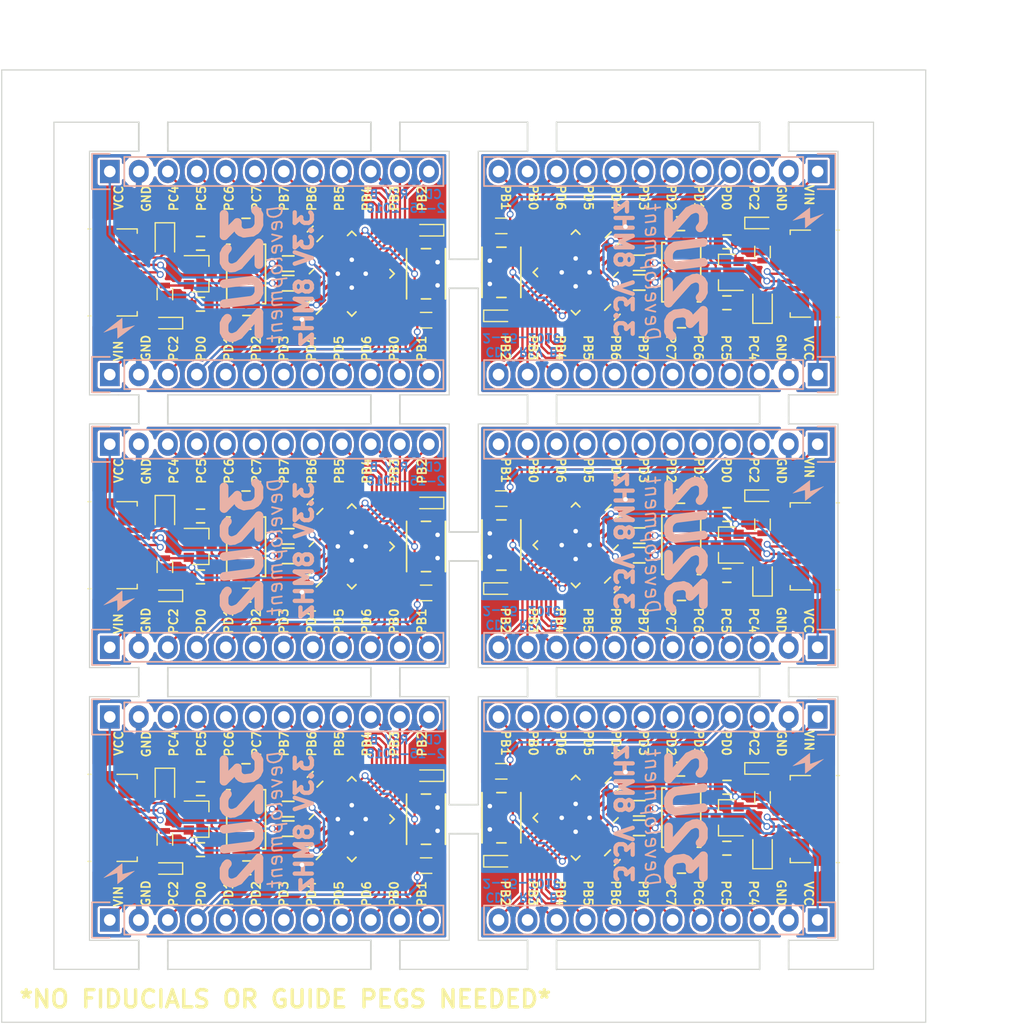
<source format=kicad_pcb>
(kicad_pcb (version 4) (host pcbnew 4.0.5+dfsg1-4)
  (title_block (title "ATMEGA32U2 DEVELOPMENT") (date 2017-09-17) (rev A) (company "UNIVERSITY OF TOLEDO ROCKETRY CLUB"))
  (layers (0 F.Cu signal) (31 B.Cu signal) (34 B.Paste user) (35 F.Paste user) (36 B.SilkS user) (37 F.SilkS user) (38 B.Mask user) (39 F.Mask user) (44 Edge.Cuts user))
  (net 0 "")
  (net 1 "Net-(C1-Pad1)")
  (net 2 GND)
  (net 3 "Net-(C2-Pad1)")
  (net 4 "Net-(C3-Pad2)")
  (net 5 VCC)
  (net 6 +5V)
  (net 7 "Net-(P1-Pad2)")
  (net 8 "Net-(P1-Pad3)")
  (net 9 PB3)
  (net 10 PB1)
  (net 11 PB2)
  (net 12 PC2)
  (net 13 PD0)
  (net 14 PD1)
  (net 15 PD2)
  (net 16 PD3)
  (net 17 PD4)
  (net 18 PD5)
  (net 19 PD6)
  (net 20 PB0)
  (net 21 PC4)
  (net 22 PC5)
  (net 23 PC6)
  (net 24 PC7)
  (net 25 PB7)
  (net 26 PB6)
  (net 27 PB5)
  (net 28 PB4)
  (net 29 "Net-(R1-Pad1)")
  (net 30 "Net-(R2-Pad1)")
  (net 31 "Net-(D1-Pad2)")
  (net 32 "Net-(D2-Pad2)")
  (net 33 "Net-(D3-Pad2)")
  (net 34 "Net-(SW1-Pad2)")
  (module Pin_Headers:Pin_Header_Straight_1x12 (layer B.Cu) (at 158.9405 112.5855 90)
    (fp_text reference P4 hide)
    (fp_text value "HEADER LEFT")
    (pad 1 thru_hole rect (at 0 0 90) (size 2.032 1.7272) (drill 1.016) (layers *.Cu *.Mask) (net 6 +5V))
    (pad 2 thru_hole oval (at 0 -2.54 90) (size 2.032 1.7272) (drill 1.016) (layers *.Cu *.Mask) (net 2 GND))
    (pad 3 thru_hole oval (at 0 -5.08 90) (size 2.032 1.7272) (drill 1.016) (layers *.Cu *.Mask) (net 12 PC2))
    (pad 4 thru_hole oval (at 0 -7.62 90) (size 2.032 1.7272) (drill 1.016) (layers *.Cu *.Mask) (net 13 PD0))
    (pad 5 thru_hole oval (at 0 -10.16 90) (size 2.032 1.7272) (drill 1.016) (layers *.Cu *.Mask) (net 14 PD1))
    (pad 6 thru_hole oval (at 0 -12.7 90) (size 2.032 1.7272) (drill 1.016) (layers *.Cu *.Mask) (net 15 PD2))
    (pad 7 thru_hole oval (at 0 -15.24 90) (size 2.032 1.7272) (drill 1.016) (layers *.Cu *.Mask) (net 16 PD3))
    (pad 8 thru_hole oval (at 0 -17.78 90) (size 2.032 1.7272) (drill 1.016) (layers *.Cu *.Mask) (net 17 PD4))
    (pad 9 thru_hole oval (at 0 -20.32 90) (size 2.032 1.7272) (drill 1.016) (layers *.Cu *.Mask) (net 18 PD5))
    (pad 10 thru_hole oval (at 0 -22.86 90) (size 2.032 1.7272) (drill 1.016) (layers *.Cu *.Mask) (net 19 PD6))
    (pad 11 thru_hole oval (at 0 -25.4 90) (size 2.032 1.7272) (drill 1.016) (layers *.Cu *.Mask) (net 20 PB0))
    (pad 12 thru_hole oval (at 0 -27.94 90) (size 2.032 1.7272) (drill 1.016) (layers *.Cu *.Mask) (net 10 PB1))
  )
  (module MOD:lightning (layer B.Cu) (at 158.1785 116.585999 90)
    (fp_text reference G*** hide)
    (fp_text value LOGO hide)
  )
  (module Pin_Headers:Pin_Header_Straight_1x12 (layer B.Cu) (at 158.9405 130.3655 90)
    (fp_text reference P3 hide)
    (fp_text value "HEADER RIGHT")
    (pad 1 thru_hole rect (at 0 0 90) (size 2.032 1.7272) (drill 1.016) (layers *.Cu *.Mask) (net 5 VCC))
    (pad 2 thru_hole oval (at 0 -2.54 90) (size 2.032 1.7272) (drill 1.016) (layers *.Cu *.Mask) (net 2 GND))
    (pad 3 thru_hole oval (at 0 -5.08 90) (size 2.032 1.7272) (drill 1.016) (layers *.Cu *.Mask) (net 21 PC4))
    (pad 4 thru_hole oval (at 0 -7.62 90) (size 2.032 1.7272) (drill 1.016) (layers *.Cu *.Mask) (net 22 PC5))
    (pad 5 thru_hole oval (at 0 -10.16 90) (size 2.032 1.7272) (drill 1.016) (layers *.Cu *.Mask) (net 23 PC6))
    (pad 6 thru_hole oval (at 0 -12.7 90) (size 2.032 1.7272) (drill 1.016) (layers *.Cu *.Mask) (net 24 PC7))
    (pad 7 thru_hole oval (at 0 -15.24 90) (size 2.032 1.7272) (drill 1.016) (layers *.Cu *.Mask) (net 25 PB7))
    (pad 8 thru_hole oval (at 0 -17.78 90) (size 2.032 1.7272) (drill 1.016) (layers *.Cu *.Mask) (net 26 PB6))
    (pad 9 thru_hole oval (at 0 -20.32 90) (size 2.032 1.7272) (drill 1.016) (layers *.Cu *.Mask) (net 27 PB5))
    (pad 10 thru_hole oval (at 0 -22.86 90) (size 2.032 1.7272) (drill 1.016) (layers *.Cu *.Mask) (net 28 PB4))
    (pad 11 thru_hole oval (at 0 -25.4 90) (size 2.032 1.7272) (drill 1.016) (layers *.Cu *.Mask) (net 9 PB3))
    (pad 12 thru_hole oval (at 0 -27.94 90) (size 2.032 1.7272) (drill 1.016) (layers *.Cu *.Mask) (net 11 PB2))
  )
  (module Capacitors_SMD:C_0603 (layer F.Cu) (at 147.014499 125.6665)
    (fp_text reference C1 hide)
    (fp_text value C)
    (pad 1 smd rect (at -0.75 0) (size 0.8 0.75) (layers F.Cu F.Paste F.Mask) (net 1 "Net-(C1-Pad1)"))
    (pad 2 smd rect (at 0.75 0) (size 0.8 0.75) (layers F.Cu F.Paste F.Mask) (net 2 GND))
  )
  (module MOD:MOUSE_BITE (layer F.Cu) (at 155.1305 133.4135 270)
    (fp_text reference REF** hide)
    (fp_text value MOUSE_BITE hide)
    (fp_line (start 1.27 1.27) (end -1.27 1.27) (layer Edge.Cuts) (width 0.15))
    (fp_line (start -1.27 -1.27) (end 1.27 -1.27) (layer Edge.Cuts) (width 0.15))
    (pad "" np_thru_hole circle (at 0.762 -0.762 270) (size 0.635 0.635) (drill 0.635) (layers *.Cu))
    (pad "" np_thru_hole circle (at 0.762 0.762 270) (size 0.635 0.635) (drill 0.635) (layers *.Cu))
    (pad "" np_thru_hole circle (at 0.762 0 270) (size 0.635 0.635) (drill 0.635) (layers *.Cu))
    (pad "" np_thru_hole circle (at -0.762 -0.762 270) (size 0.635 0.635) (drill 0.635) (layers *.Cu))
    (pad "" np_thru_hole circle (at -0.762 0 270) (size 0.635 0.635) (drill 0.635) (layers *.Cu))
    (pad "" np_thru_hole circle (at -0.762 0.762 270) (size 0.635 0.635) (drill 0.635) (layers *.Cu))
  )
  (module Diodes_SMD:D_SOD-323F (layer F.Cu) (at 154.1145 124.376001 90)
    (fp_text reference D1 hide)
    (fp_text value D_Schottky)
    (pad 1 smd rect (at -1.1 0 90) (size 0.5 0.5) (layers F.Cu F.Paste F.Mask) (net 6 +5V))
    (pad 2 smd rect (at 1.1 0 90) (size 0.5 0.5) (layers F.Cu F.Paste F.Mask) (net 31 "Net-(D1-Pad2)"))
  )
  (module TO_SOT_Packages_SMD:SOT-23 (layer F.Cu) (at 151.019 121.414501 180)
    (fp_text reference U2 hide)
    (fp_text value AP1117)
    (pad 1 smd rect (at -1 -0.95 180) (size 0.9 0.8) (layers F.Cu F.Paste F.Mask) (net 2 GND))
    (pad 2 smd rect (at -1 0.95 180) (size 0.9 0.8) (layers F.Cu F.Paste F.Mask) (net 5 VCC))
    (pad 3 smd rect (at 1 0 180) (size 0.9 0.8) (layers F.Cu F.Paste F.Mask) (net 6 +5V))
  )
  (module Resistors_SMD:R_0603 (layer F.Cu) (at 143.3195 120.5865)
    (fp_text reference R2 hide)
    (fp_text value 22)
    (pad 1 smd rect (at -0.75 0) (size 0.5 0.9) (layers F.Cu F.Paste F.Mask) (net 30 "Net-(R2-Pad1)"))
    (pad 2 smd rect (at 0.75 0) (size 0.5 0.9) (layers F.Cu F.Paste F.Mask) (net 7 "Net-(P1-Pad2)"))
  )
  (module Resistors_SMD:R_0603 (layer F.Cu) (at 143.3195 122.301)
    (fp_text reference R1 hide)
    (fp_text value 22)
    (pad 1 smd rect (at -0.75 0) (size 0.5 0.9) (layers F.Cu F.Paste F.Mask) (net 29 "Net-(R1-Pad1)"))
    (pad 2 smd rect (at 0.75 0) (size 0.5 0.9) (layers F.Cu F.Paste F.Mask) (net 8 "Net-(P1-Pad3)"))
  )
  (module MOD:MOUSE_BITE (layer F.Cu) (at 134.8105 133.4135 270)
    (fp_text reference REF** hide)
    (fp_text value MOUSE_BITE hide)
    (fp_line (start 1.27 1.27) (end -1.27 1.27) (layer Edge.Cuts) (width 0.15))
    (fp_line (start -1.27 -1.27) (end 1.27 -1.27) (layer Edge.Cuts) (width 0.15))
    (pad "" np_thru_hole circle (at 0.762 -0.762 270) (size 0.635 0.635) (drill 0.635) (layers *.Cu))
    (pad "" np_thru_hole circle (at 0.762 0.762 270) (size 0.635 0.635) (drill 0.635) (layers *.Cu))
    (pad "" np_thru_hole circle (at 0.762 0 270) (size 0.635 0.635) (drill 0.635) (layers *.Cu))
    (pad "" np_thru_hole circle (at -0.762 -0.762 270) (size 0.635 0.635) (drill 0.635) (layers *.Cu))
    (pad "" np_thru_hole circle (at -0.762 0 270) (size 0.635 0.635) (drill 0.635) (layers *.Cu))
    (pad "" np_thru_hole circle (at -0.762 0.762 270) (size 0.635 0.635) (drill 0.635) (layers *.Cu))
  )
  (module Capacitors_SMD:C_0603 (layer F.Cu) (at 140.97 124.9045 225)
    (fp_text reference C3 hide)
    (fp_text value C)
    (pad 1 smd rect (at -0.75 0 225) (size 0.8 0.75) (layers F.Cu F.Paste F.Mask) (net 2 GND))
    (pad 2 smd rect (at 0.75 0 225) (size 0.8 0.75) (layers F.Cu F.Paste F.Mask) (net 4 "Net-(C3-Pad2)"))
  )
  (module Capacitors_SMD:C_0603 (layer F.Cu) (at 141.0335 118.5545 225)
    (fp_text reference C4 hide)
    (fp_text value 1uF)
    (pad 1 smd rect (at -0.75 0 225) (size 0.8 0.75) (layers F.Cu F.Paste F.Mask) (net 2 GND))
    (pad 2 smd rect (at 0.75 0 225) (size 0.8 0.75) (layers F.Cu F.Paste F.Mask) (net 5 VCC))
  )
  (module Resistors_SMD:R_0603 (layer F.Cu) (at 131.2425 117.348 180)
    (fp_text reference R3 hide)
    (fp_text value 470)
    (pad 1 smd rect (at -0.75 0 180) (size 0.5 0.9) (layers F.Cu F.Paste F.Mask) (net 13 PD0))
    (pad 2 smd rect (at 0.75 0 180) (size 0.5 0.9) (layers F.Cu F.Paste F.Mask) (net 32 "Net-(D2-Pad2)"))
  )
  (module "MOD:PTS810 SJK 250 SMTR LFS" (layer F.Cu) (at 131.2545 121.412 90)
    (fp_text reference SW1 hide)
    (fp_text value Push_SW)
    (pad 1 smd rect (at -2 -1 90) (size 1.05 0.65) (layers F.Cu F.Paste F.Mask) (net 2 GND))
    (pad 1 smd rect (at 2 -1 90) (size 1.05 0.65) (layers F.Cu F.Paste F.Mask) (net 2 GND))
    (pad 2 smd rect (at -2 1 90) (size 1.05 0.65) (layers F.Cu F.Paste F.Mask) (net 34 "Net-(SW1-Pad2)"))
    (pad 2 smd rect (at 2 1 90) (size 1.05 0.65) (layers F.Cu F.Paste F.Mask) (net 34 "Net-(SW1-Pad2)"))
  )
  (module LEDs:LED_0603 (layer F.Cu) (at 131.0005 125.222)
    (fp_text reference D2 hide)
    (fp_text value RED)
    (pad 2 smd rect (at 0.8 0 180) (size 0.8 0.8) (layers F.Cu F.Paste F.Mask) (net 32 "Net-(D2-Pad2)"))
    (pad 1 smd rect (at -0.8 0 180) (size 0.8 0.8) (layers F.Cu F.Paste F.Mask) (net 2 GND))
  )
  (module Housings_DFN_QFN:QFN-32-1EP_5x5mm_Pitch0.5mm (layer F.Cu) (at 137.75318 121.417767 225)
    (fp_text reference U1 hide)
    (fp_text value ATMEGA32U2)
    (pad 1 smd rect (at -2.4 -1.75 225) (size 0.7 0.25) (layers F.Cu F.Paste F.Mask) (net 1 "Net-(C1-Pad1)"))
    (pad 2 smd rect (at -2.4 -1.25 225) (size 0.7 0.25) (layers F.Cu F.Paste F.Mask) (net 3 "Net-(C2-Pad1)"))
    (pad 3 smd rect (at -2.4 -0.75 225) (size 0.7 0.25) (layers F.Cu F.Paste F.Mask) (net 2 GND))
    (pad 4 smd rect (at -2.4 -0.25 225) (size 0.7 0.25) (layers F.Cu F.Paste F.Mask) (net 5 VCC))
    (pad 5 smd rect (at -2.4 0.25 225) (size 0.7 0.25) (layers F.Cu F.Paste F.Mask) (net 12 PC2))
    (pad 6 smd rect (at -2.4 0.75 225) (size 0.7 0.25) (layers F.Cu F.Paste F.Mask) (net 13 PD0))
    (pad 7 smd rect (at -2.4 1.25 225) (size 0.7 0.25) (layers F.Cu F.Paste F.Mask) (net 14 PD1))
    (pad 8 smd rect (at -2.4 1.75 225) (size 0.7 0.25) (layers F.Cu F.Paste F.Mask) (net 15 PD2))
    (pad 9 smd rect (at -1.75 2.4 315) (size 0.7 0.25) (layers F.Cu F.Paste F.Mask) (net 16 PD3))
    (pad 10 smd rect (at -1.25 2.4 315) (size 0.7 0.25) (layers F.Cu F.Paste F.Mask) (net 17 PD4))
    (pad 11 smd rect (at -0.75 2.4 315) (size 0.7 0.25) (layers F.Cu F.Paste F.Mask) (net 18 PD5))
    (pad 12 smd rect (at -0.25 2.4 315) (size 0.7 0.25) (layers F.Cu F.Paste F.Mask) (net 19 PD6))
    (pad 13 smd rect (at 0.25 2.4 315) (size 0.7 0.25) (layers F.Cu F.Paste F.Mask) (net 2 GND))
    (pad 14 smd rect (at 0.75 2.4 315) (size 0.7 0.25) (layers F.Cu F.Paste F.Mask) (net 20 PB0))
    (pad 15 smd rect (at 1.25 2.4 315) (size 0.7 0.25) (layers F.Cu F.Paste F.Mask) (net 10 PB1))
    (pad 16 smd rect (at 1.75 2.4 315) (size 0.7 0.25) (layers F.Cu F.Paste F.Mask) (net 11 PB2))
    (pad 17 smd rect (at 2.4 1.75 225) (size 0.7 0.25) (layers F.Cu F.Paste F.Mask) (net 9 PB3))
    (pad 18 smd rect (at 2.4 1.25 225) (size 0.7 0.25) (layers F.Cu F.Paste F.Mask) (net 28 PB4))
    (pad 19 smd rect (at 2.4 0.75 225) (size 0.7 0.25) (layers F.Cu F.Paste F.Mask) (net 27 PB5))
    (pad 20 smd rect (at 2.4 0.25 225) (size 0.7 0.25) (layers F.Cu F.Paste F.Mask) (net 26 PB6))
    (pad 21 smd rect (at 2.4 -0.25 225) (size 0.7 0.25) (layers F.Cu F.Paste F.Mask) (net 25 PB7))
    (pad 22 smd rect (at 2.4 -0.75 225) (size 0.7 0.25) (layers F.Cu F.Paste F.Mask) (net 24 PC7))
    (pad 23 smd rect (at 2.4 -1.25 225) (size 0.7 0.25) (layers F.Cu F.Paste F.Mask) (net 23 PC6))
    (pad 24 smd rect (at 2.4 -1.75 225) (size 0.7 0.25) (layers F.Cu F.Paste F.Mask) (net 34 "Net-(SW1-Pad2)"))
    (pad 25 smd rect (at 1.75 -2.4 315) (size 0.7 0.25) (layers F.Cu F.Paste F.Mask) (net 22 PC5))
    (pad 26 smd rect (at 1.25 -2.4 315) (size 0.7 0.25) (layers F.Cu F.Paste F.Mask) (net 21 PC4))
    (pad 27 smd rect (at 0.75 -2.4 315) (size 0.7 0.25) (layers F.Cu F.Paste F.Mask) (net 4 "Net-(C3-Pad2)"))
    (pad 28 smd rect (at 0.25 -2.4 315) (size 0.7 0.25) (layers F.Cu F.Paste F.Mask) (net 2 GND))
    (pad 29 smd rect (at -0.25 -2.4 315) (size 0.7 0.25) (layers F.Cu F.Paste F.Mask) (net 29 "Net-(R1-Pad1)"))
    (pad 30 smd rect (at -0.75 -2.4 315) (size 0.7 0.25) (layers F.Cu F.Paste F.Mask) (net 30 "Net-(R2-Pad1)"))
    (pad 31 smd rect (at -1.25 -2.4 315) (size 0.7 0.25) (layers F.Cu F.Paste F.Mask) (net 5 VCC))
    (pad 32 smd rect (at -1.75 -2.4 315) (size 0.7 0.25) (layers F.Cu F.Paste F.Mask) (net 5 VCC))
    (pad 3 smd rect (at 0.8625 0.8625 225) (size 1.725 1.725) (layers F.Cu F.Paste F.Mask) (net 2 GND))
    (pad 3 smd rect (at 0.8625 -0.8625 225) (size 1.725 1.725) (layers F.Cu F.Paste F.Mask) (net 2 GND))
    (pad 3 smd rect (at -0.8625 0.8625 225) (size 1.725 1.725) (layers F.Cu F.Paste F.Mask) (net 2 GND))
    (pad 3 smd rect (at -0.8625 -0.8625 225) (size 1.725 1.725) (layers F.Cu F.Paste F.Mask) (net 2 GND))
  )
  (module Connectors_USB:USB_Micro-B_Molex_47346-0001 (layer F.Cu) (at 159.4485 121.528 90)
    (fp_text reference P1 hide)
    (fp_text value USB_A)
    (pad 1 smd rect (at -1.3 -2.66 90) (size 0.45 1.38) (layers F.Cu F.Paste F.Mask) (net 31 "Net-(D1-Pad2)"))
    (pad 2 smd rect (at -0.65 -2.66 90) (size 0.45 1.38) (layers F.Cu F.Paste F.Mask) (net 7 "Net-(P1-Pad2)"))
    (pad 3 smd rect (at 0 -2.66 90) (size 0.45 1.38) (layers F.Cu F.Paste F.Mask) (net 8 "Net-(P1-Pad3)"))
    (pad 4 smd rect (at 0.65 -2.66 90) (size 0.45 1.38) (layers F.Cu F.Paste F.Mask) (net 2 GND))
    (pad 5 smd rect (at 1.3 -2.66 90) (size 0.45 1.38) (layers F.Cu F.Paste F.Mask) (net 2 GND))
    (pad 5 smd rect (at -2.4625 -2.3 90) (size 1.475 2.1) (layers F.Cu F.Paste F.Mask) (net 2 GND))
    (pad 5 smd rect (at 2.4625 -2.3 90) (size 1.475 2.1) (layers F.Cu F.Paste F.Mask) (net 2 GND))
    (pad 5 smd rect (at -2.91 0 90) (size 2.375 1.9) (layers F.Cu F.Paste F.Mask) (net 2 GND))
    (pad 5 smd rect (at 2.91 0 90) (size 2.375 1.9) (layers F.Cu F.Paste F.Mask) (net 2 GND))
    (pad 5 smd rect (at -0.84 0 90) (size 1.175 1.9) (layers F.Cu F.Paste F.Mask) (net 2 GND))
    (pad 5 smd rect (at 0.84 0 90) (size 1.175 1.9) (layers F.Cu F.Paste F.Mask) (net 2 GND))
  )
  (module LEDs:LED_0603 (layer F.Cu) (at 153.8605 117.094)
    (fp_text reference D3 hide)
    (fp_text value RED)
    (pad 2 smd rect (at 0.8 0 180) (size 0.8 0.8) (layers F.Cu F.Paste F.Mask) (net 33 "Net-(D3-Pad2)"))
    (pad 1 smd rect (at -0.8 0 180) (size 0.8 0.8) (layers F.Cu F.Paste F.Mask) (net 2 GND))
  )
  (module Resistors_SMD:R_0603 (layer F.Cu) (at 154.1145 119.634 270)
    (fp_text reference R4 hide)
    (fp_text value R)
    (pad 1 smd rect (at -0.75 0 270) (size 0.5 0.9) (layers F.Cu F.Paste F.Mask) (net 33 "Net-(D3-Pad2)"))
    (pad 2 smd rect (at 0.75 0 270) (size 0.5 0.9) (layers F.Cu F.Paste F.Mask) (net 5 VCC))
  )
  (module Capacitors_SMD:C_0603 (layer F.Cu) (at 150.991 124.079001)
    (fp_text reference C5 hide)
    (fp_text value 1uF)
    (pad 1 smd rect (at -0.75 0) (size 0.8 0.75) (layers F.Cu F.Paste F.Mask) (net 6 +5V))
    (pad 2 smd rect (at 0.75 0) (size 0.8 0.75) (layers F.Cu F.Paste F.Mask) (net 2 GND))
  )
  (module Crystals:ABM3 (layer F.Cu) (at 147.0025 121.393999 90)
    (fp_text reference Y1 hide)
    (fp_text value 8MHz)
    (pad 2 smd rect (at 2.05 0 90) (size 1.9 2.4) (layers F.Cu F.Paste F.Mask) (net 3 "Net-(C2-Pad1)"))
    (pad 1 smd rect (at -2.05 0 90) (size 1.9 2.4) (layers F.Cu F.Paste F.Mask) (net 1 "Net-(C1-Pad1)"))
  )
  (module Capacitors_SMD:C_0603 (layer F.Cu) (at 146.939 117.157501)
    (fp_text reference C2 hide)
    (fp_text value C)
    (pad 1 smd rect (at -0.75 0) (size 0.8 0.75) (layers F.Cu F.Paste F.Mask) (net 3 "Net-(C2-Pad1)"))
    (pad 2 smd rect (at 0.75 0) (size 0.8 0.75) (layers F.Cu F.Paste F.Mask) (net 2 GND))
  )
  (module Capacitors_SMD:C_0603 (layer F.Cu) (at 151.002999 118.745 180)
    (fp_text reference C6 hide)
    (fp_text value 1uF)
    (pad 1 smd rect (at -0.75 0 180) (size 0.8 0.75) (layers F.Cu F.Paste F.Mask) (net 5 VCC))
    (pad 2 smd rect (at 0.75 0 180) (size 0.8 0.75) (layers F.Cu F.Paste F.Mask) (net 2 GND))
  )
  (module Pin_Headers:Pin_Header_Straight_1x12 (layer B.Cu) (at 158.9405 106.4895 90)
    (fp_text reference P3 hide)
    (fp_text value "HEADER RIGHT")
    (pad 1 thru_hole rect (at 0 0 90) (size 2.032 1.7272) (drill 1.016) (layers *.Cu *.Mask) (net 5 VCC))
    (pad 2 thru_hole oval (at 0 -2.54 90) (size 2.032 1.7272) (drill 1.016) (layers *.Cu *.Mask) (net 2 GND))
    (pad 3 thru_hole oval (at 0 -5.08 90) (size 2.032 1.7272) (drill 1.016) (layers *.Cu *.Mask) (net 21 PC4))
    (pad 4 thru_hole oval (at 0 -7.62 90) (size 2.032 1.7272) (drill 1.016) (layers *.Cu *.Mask) (net 22 PC5))
    (pad 5 thru_hole oval (at 0 -10.16 90) (size 2.032 1.7272) (drill 1.016) (layers *.Cu *.Mask) (net 23 PC6))
    (pad 6 thru_hole oval (at 0 -12.7 90) (size 2.032 1.7272) (drill 1.016) (layers *.Cu *.Mask) (net 24 PC7))
    (pad 7 thru_hole oval (at 0 -15.24 90) (size 2.032 1.7272) (drill 1.016) (layers *.Cu *.Mask) (net 25 PB7))
    (pad 8 thru_hole oval (at 0 -17.78 90) (size 2.032 1.7272) (drill 1.016) (layers *.Cu *.Mask) (net 26 PB6))
    (pad 9 thru_hole oval (at 0 -20.32 90) (size 2.032 1.7272) (drill 1.016) (layers *.Cu *.Mask) (net 27 PB5))
    (pad 10 thru_hole oval (at 0 -22.86 90) (size 2.032 1.7272) (drill 1.016) (layers *.Cu *.Mask) (net 28 PB4))
    (pad 11 thru_hole oval (at 0 -25.4 90) (size 2.032 1.7272) (drill 1.016) (layers *.Cu *.Mask) (net 9 PB3))
    (pad 12 thru_hole oval (at 0 -27.94 90) (size 2.032 1.7272) (drill 1.016) (layers *.Cu *.Mask) (net 11 PB2))
  )
  (module Pin_Headers:Pin_Header_Straight_1x12 (layer B.Cu) (at 158.9405 88.7095 90)
    (fp_text reference P4 hide)
    (fp_text value "HEADER LEFT")
    (pad 1 thru_hole rect (at 0 0 90) (size 2.032 1.7272) (drill 1.016) (layers *.Cu *.Mask) (net 6 +5V))
    (pad 2 thru_hole oval (at 0 -2.54 90) (size 2.032 1.7272) (drill 1.016) (layers *.Cu *.Mask) (net 2 GND))
    (pad 3 thru_hole oval (at 0 -5.08 90) (size 2.032 1.7272) (drill 1.016) (layers *.Cu *.Mask) (net 12 PC2))
    (pad 4 thru_hole oval (at 0 -7.62 90) (size 2.032 1.7272) (drill 1.016) (layers *.Cu *.Mask) (net 13 PD0))
    (pad 5 thru_hole oval (at 0 -10.16 90) (size 2.032 1.7272) (drill 1.016) (layers *.Cu *.Mask) (net 14 PD1))
    (pad 6 thru_hole oval (at 0 -12.7 90) (size 2.032 1.7272) (drill 1.016) (layers *.Cu *.Mask) (net 15 PD2))
    (pad 7 thru_hole oval (at 0 -15.24 90) (size 2.032 1.7272) (drill 1.016) (layers *.Cu *.Mask) (net 16 PD3))
    (pad 8 thru_hole oval (at 0 -17.78 90) (size 2.032 1.7272) (drill 1.016) (layers *.Cu *.Mask) (net 17 PD4))
    (pad 9 thru_hole oval (at 0 -20.32 90) (size 2.032 1.7272) (drill 1.016) (layers *.Cu *.Mask) (net 18 PD5))
    (pad 10 thru_hole oval (at 0 -22.86 90) (size 2.032 1.7272) (drill 1.016) (layers *.Cu *.Mask) (net 19 PD6))
    (pad 11 thru_hole oval (at 0 -25.4 90) (size 2.032 1.7272) (drill 1.016) (layers *.Cu *.Mask) (net 20 PB0))
    (pad 12 thru_hole oval (at 0 -27.94 90) (size 2.032 1.7272) (drill 1.016) (layers *.Cu *.Mask) (net 10 PB1))
  )
  (module MOD:lightning (layer B.Cu) (at 158.1785 92.709999 90)
    (fp_text reference G*** hide)
    (fp_text value LOGO hide)
  )
  (module TO_SOT_Packages_SMD:SOT-23 (layer F.Cu) (at 151.019 97.538501 180)
    (fp_text reference U2 hide)
    (fp_text value AP1117)
    (pad 1 smd rect (at -1 -0.95 180) (size 0.9 0.8) (layers F.Cu F.Paste F.Mask) (net 2 GND))
    (pad 2 smd rect (at -1 0.95 180) (size 0.9 0.8) (layers F.Cu F.Paste F.Mask) (net 5 VCC))
    (pad 3 smd rect (at 1 0 180) (size 0.9 0.8) (layers F.Cu F.Paste F.Mask) (net 6 +5V))
  )
  (module Capacitors_SMD:C_0603 (layer F.Cu) (at 147.014499 101.790501)
    (fp_text reference C1 hide)
    (fp_text value C)
    (pad 1 smd rect (at -0.75 0) (size 0.8 0.75) (layers F.Cu F.Paste F.Mask) (net 1 "Net-(C1-Pad1)"))
    (pad 2 smd rect (at 0.75 0) (size 0.8 0.75) (layers F.Cu F.Paste F.Mask) (net 2 GND))
  )
  (module Diodes_SMD:D_SOD-323F (layer F.Cu) (at 154.1145 100.500001 90)
    (fp_text reference D1 hide)
    (fp_text value D_Schottky)
    (pad 1 smd rect (at -1.1 0 90) (size 0.5 0.5) (layers F.Cu F.Paste F.Mask) (net 6 +5V))
    (pad 2 smd rect (at 1.1 0 90) (size 0.5 0.5) (layers F.Cu F.Paste F.Mask) (net 31 "Net-(D1-Pad2)"))
  )
  (module MOD:MOUSE_BITE (layer F.Cu) (at 155.1305 109.5375 270)
    (fp_text reference REF** hide)
    (fp_text value MOUSE_BITE hide)
    (fp_line (start 1.27 1.27) (end -1.27 1.27) (layer Edge.Cuts) (width 0.15))
    (fp_line (start -1.27 -1.27) (end 1.27 -1.27) (layer Edge.Cuts) (width 0.15))
    (pad "" np_thru_hole circle (at 0.762 -0.762 270) (size 0.635 0.635) (drill 0.635) (layers *.Cu))
    (pad "" np_thru_hole circle (at 0.762 0.762 270) (size 0.635 0.635) (drill 0.635) (layers *.Cu))
    (pad "" np_thru_hole circle (at 0.762 0 270) (size 0.635 0.635) (drill 0.635) (layers *.Cu))
    (pad "" np_thru_hole circle (at -0.762 -0.762 270) (size 0.635 0.635) (drill 0.635) (layers *.Cu))
    (pad "" np_thru_hole circle (at -0.762 0 270) (size 0.635 0.635) (drill 0.635) (layers *.Cu))
    (pad "" np_thru_hole circle (at -0.762 0.762 270) (size 0.635 0.635) (drill 0.635) (layers *.Cu))
  )
  (module Capacitors_SMD:C_0603 (layer F.Cu) (at 140.97 101.0285 225)
    (fp_text reference C3 hide)
    (fp_text value C)
    (pad 1 smd rect (at -0.75 0 225) (size 0.8 0.75) (layers F.Cu F.Paste F.Mask) (net 2 GND))
    (pad 2 smd rect (at 0.75 0 225) (size 0.8 0.75) (layers F.Cu F.Paste F.Mask) (net 4 "Net-(C3-Pad2)"))
  )
  (module Resistors_SMD:R_0603 (layer F.Cu) (at 143.3195 98.425)
    (fp_text reference R1 hide)
    (fp_text value 22)
    (pad 1 smd rect (at -0.75 0) (size 0.5 0.9) (layers F.Cu F.Paste F.Mask) (net 29 "Net-(R1-Pad1)"))
    (pad 2 smd rect (at 0.75 0) (size 0.5 0.9) (layers F.Cu F.Paste F.Mask) (net 8 "Net-(P1-Pad3)"))
  )
  (module MOD:MOUSE_BITE (layer F.Cu) (at 134.8105 109.5375 270)
    (fp_text reference REF** hide)
    (fp_text value MOUSE_BITE hide)
    (fp_line (start 1.27 1.27) (end -1.27 1.27) (layer Edge.Cuts) (width 0.15))
    (fp_line (start -1.27 -1.27) (end 1.27 -1.27) (layer Edge.Cuts) (width 0.15))
    (pad "" np_thru_hole circle (at 0.762 -0.762 270) (size 0.635 0.635) (drill 0.635) (layers *.Cu))
    (pad "" np_thru_hole circle (at 0.762 0.762 270) (size 0.635 0.635) (drill 0.635) (layers *.Cu))
    (pad "" np_thru_hole circle (at 0.762 0 270) (size 0.635 0.635) (drill 0.635) (layers *.Cu))
    (pad "" np_thru_hole circle (at -0.762 -0.762 270) (size 0.635 0.635) (drill 0.635) (layers *.Cu))
    (pad "" np_thru_hole circle (at -0.762 0 270) (size 0.635 0.635) (drill 0.635) (layers *.Cu))
    (pad "" np_thru_hole circle (at -0.762 0.762 270) (size 0.635 0.635) (drill 0.635) (layers *.Cu))
  )
  (module Resistors_SMD:R_0603 (layer F.Cu) (at 143.3195 96.7105)
    (fp_text reference R2 hide)
    (fp_text value 22)
    (pad 1 smd rect (at -0.75 0) (size 0.5 0.9) (layers F.Cu F.Paste F.Mask) (net 30 "Net-(R2-Pad1)"))
    (pad 2 smd rect (at 0.75 0) (size 0.5 0.9) (layers F.Cu F.Paste F.Mask) (net 7 "Net-(P1-Pad2)"))
  )
  (module MOD:MOUSE_BITE (layer F.Cu) (at 134.8105 85.6615 270)
    (fp_text reference REF** hide)
    (fp_text value MOUSE_BITE hide)
    (fp_line (start 1.27 1.27) (end -1.27 1.27) (layer Edge.Cuts) (width 0.15))
    (fp_line (start -1.27 -1.27) (end 1.27 -1.27) (layer Edge.Cuts) (width 0.15))
    (pad "" np_thru_hole circle (at 0.762 -0.762 270) (size 0.635 0.635) (drill 0.635) (layers *.Cu))
    (pad "" np_thru_hole circle (at 0.762 0.762 270) (size 0.635 0.635) (drill 0.635) (layers *.Cu))
    (pad "" np_thru_hole circle (at 0.762 0 270) (size 0.635 0.635) (drill 0.635) (layers *.Cu))
    (pad "" np_thru_hole circle (at -0.762 -0.762 270) (size 0.635 0.635) (drill 0.635) (layers *.Cu))
    (pad "" np_thru_hole circle (at -0.762 0 270) (size 0.635 0.635) (drill 0.635) (layers *.Cu))
    (pad "" np_thru_hole circle (at -0.762 0.762 270) (size 0.635 0.635) (drill 0.635) (layers *.Cu))
  )
  (module Capacitors_SMD:C_0603 (layer F.Cu) (at 141.0335 94.6785 225)
    (fp_text reference C4 hide)
    (fp_text value 1uF)
    (pad 1 smd rect (at -0.75 0 225) (size 0.8 0.75) (layers F.Cu F.Paste F.Mask) (net 2 GND))
    (pad 2 smd rect (at 0.75 0 225) (size 0.8 0.75) (layers F.Cu F.Paste F.Mask) (net 5 VCC))
  )
  (module "MOD:PTS810 SJK 250 SMTR LFS" (layer F.Cu) (at 131.2545 97.536 90)
    (fp_text reference SW1 hide)
    (fp_text value Push_SW)
    (pad 1 smd rect (at -2 -1 90) (size 1.05 0.65) (layers F.Cu F.Paste F.Mask) (net 2 GND))
    (pad 1 smd rect (at 2 -1 90) (size 1.05 0.65) (layers F.Cu F.Paste F.Mask) (net 2 GND))
    (pad 2 smd rect (at -2 1 90) (size 1.05 0.65) (layers F.Cu F.Paste F.Mask) (net 34 "Net-(SW1-Pad2)"))
    (pad 2 smd rect (at 2 1 90) (size 1.05 0.65) (layers F.Cu F.Paste F.Mask) (net 34 "Net-(SW1-Pad2)"))
  )
  (module Housings_DFN_QFN:QFN-32-1EP_5x5mm_Pitch0.5mm (layer F.Cu) (at 137.75318 97.541767 225)
    (fp_text reference U1 hide)
    (fp_text value ATMEGA32U2)
    (pad 1 smd rect (at -2.4 -1.75 225) (size 0.7 0.25) (layers F.Cu F.Paste F.Mask) (net 1 "Net-(C1-Pad1)"))
    (pad 2 smd rect (at -2.4 -1.25 225) (size 0.7 0.25) (layers F.Cu F.Paste F.Mask) (net 3 "Net-(C2-Pad1)"))
    (pad 3 smd rect (at -2.4 -0.75 225) (size 0.7 0.25) (layers F.Cu F.Paste F.Mask) (net 2 GND))
    (pad 4 smd rect (at -2.4 -0.25 225) (size 0.7 0.25) (layers F.Cu F.Paste F.Mask) (net 5 VCC))
    (pad 5 smd rect (at -2.4 0.25 225) (size 0.7 0.25) (layers F.Cu F.Paste F.Mask) (net 12 PC2))
    (pad 6 smd rect (at -2.4 0.75 225) (size 0.7 0.25) (layers F.Cu F.Paste F.Mask) (net 13 PD0))
    (pad 7 smd rect (at -2.4 1.25 225) (size 0.7 0.25) (layers F.Cu F.Paste F.Mask) (net 14 PD1))
    (pad 8 smd rect (at -2.4 1.75 225) (size 0.7 0.25) (layers F.Cu F.Paste F.Mask) (net 15 PD2))
    (pad 9 smd rect (at -1.75 2.4 315) (size 0.7 0.25) (layers F.Cu F.Paste F.Mask) (net 16 PD3))
    (pad 10 smd rect (at -1.25 2.4 315) (size 0.7 0.25) (layers F.Cu F.Paste F.Mask) (net 17 PD4))
    (pad 11 smd rect (at -0.75 2.4 315) (size 0.7 0.25) (layers F.Cu F.Paste F.Mask) (net 18 PD5))
    (pad 12 smd rect (at -0.25 2.4 315) (size 0.7 0.25) (layers F.Cu F.Paste F.Mask) (net 19 PD6))
    (pad 13 smd rect (at 0.25 2.4 315) (size 0.7 0.25) (layers F.Cu F.Paste F.Mask) (net 2 GND))
    (pad 14 smd rect (at 0.75 2.4 315) (size 0.7 0.25) (layers F.Cu F.Paste F.Mask) (net 20 PB0))
    (pad 15 smd rect (at 1.25 2.4 315) (size 0.7 0.25) (layers F.Cu F.Paste F.Mask) (net 10 PB1))
    (pad 16 smd rect (at 1.75 2.4 315) (size 0.7 0.25) (layers F.Cu F.Paste F.Mask) (net 11 PB2))
    (pad 17 smd rect (at 2.4 1.75 225) (size 0.7 0.25) (layers F.Cu F.Paste F.Mask) (net 9 PB3))
    (pad 18 smd rect (at 2.4 1.25 225) (size 0.7 0.25) (layers F.Cu F.Paste F.Mask) (net 28 PB4))
    (pad 19 smd rect (at 2.4 0.75 225) (size 0.7 0.25) (layers F.Cu F.Paste F.Mask) (net 27 PB5))
    (pad 20 smd rect (at 2.4 0.25 225) (size 0.7 0.25) (layers F.Cu F.Paste F.Mask) (net 26 PB6))
    (pad 21 smd rect (at 2.4 -0.25 225) (size 0.7 0.25) (layers F.Cu F.Paste F.Mask) (net 25 PB7))
    (pad 22 smd rect (at 2.4 -0.75 225) (size 0.7 0.25) (layers F.Cu F.Paste F.Mask) (net 24 PC7))
    (pad 23 smd rect (at 2.4 -1.25 225) (size 0.7 0.25) (layers F.Cu F.Paste F.Mask) (net 23 PC6))
    (pad 24 smd rect (at 2.4 -1.75 225) (size 0.7 0.25) (layers F.Cu F.Paste F.Mask) (net 34 "Net-(SW1-Pad2)"))
    (pad 25 smd rect (at 1.75 -2.4 315) (size 0.7 0.25) (layers F.Cu F.Paste F.Mask) (net 22 PC5))
    (pad 26 smd rect (at 1.25 -2.4 315) (size 0.7 0.25) (layers F.Cu F.Paste F.Mask) (net 21 PC4))
    (pad 27 smd rect (at 0.75 -2.4 315) (size 0.7 0.25) (layers F.Cu F.Paste F.Mask) (net 4 "Net-(C3-Pad2)"))
    (pad 28 smd rect (at 0.25 -2.4 315) (size 0.7 0.25) (layers F.Cu F.Paste F.Mask) (net 2 GND))
    (pad 29 smd rect (at -0.25 -2.4 315) (size 0.7 0.25) (layers F.Cu F.Paste F.Mask) (net 29 "Net-(R1-Pad1)"))
    (pad 30 smd rect (at -0.75 -2.4 315) (size 0.7 0.25) (layers F.Cu F.Paste F.Mask) (net 30 "Net-(R2-Pad1)"))
    (pad 31 smd rect (at -1.25 -2.4 315) (size 0.7 0.25) (layers F.Cu F.Paste F.Mask) (net 5 VCC))
    (pad 32 smd rect (at -1.75 -2.4 315) (size 0.7 0.25) (layers F.Cu F.Paste F.Mask) (net 5 VCC))
    (pad 3 smd rect (at 0.8625 0.8625 225) (size 1.725 1.725) (layers F.Cu F.Paste F.Mask) (net 2 GND))
    (pad 3 smd rect (at 0.8625 -0.8625 225) (size 1.725 1.725) (layers F.Cu F.Paste F.Mask) (net 2 GND))
    (pad 3 smd rect (at -0.8625 0.8625 225) (size 1.725 1.725) (layers F.Cu F.Paste F.Mask) (net 2 GND))
    (pad 3 smd rect (at -0.8625 -0.8625 225) (size 1.725 1.725) (layers F.Cu F.Paste F.Mask) (net 2 GND))
  )
  (module Resistors_SMD:R_0603 (layer F.Cu) (at 131.2425 93.472 180)
    (fp_text reference R3 hide)
    (fp_text value 470)
    (pad 1 smd rect (at -0.75 0 180) (size 0.5 0.9) (layers F.Cu F.Paste F.Mask) (net 13 PD0))
    (pad 2 smd rect (at 0.75 0 180) (size 0.5 0.9) (layers F.Cu F.Paste F.Mask) (net 32 "Net-(D2-Pad2)"))
  )
  (module LEDs:LED_0603 (layer F.Cu) (at 131.0005 101.346001)
    (fp_text reference D2 hide)
    (fp_text value RED)
    (pad 2 smd rect (at 0.8 0 180) (size 0.8 0.8) (layers F.Cu F.Paste F.Mask) (net 32 "Net-(D2-Pad2)"))
    (pad 1 smd rect (at -0.8 0 180) (size 0.8 0.8) (layers F.Cu F.Paste F.Mask) (net 2 GND))
  )
  (module Resistors_SMD:R_0603 (layer F.Cu) (at 154.1145 95.758 270)
    (fp_text reference R4 hide)
    (fp_text value R)
    (pad 1 smd rect (at -0.75 0 270) (size 0.5 0.9) (layers F.Cu F.Paste F.Mask) (net 33 "Net-(D3-Pad2)"))
    (pad 2 smd rect (at 0.75 0 270) (size 0.5 0.9) (layers F.Cu F.Paste F.Mask) (net 5 VCC))
  )
  (module LEDs:LED_0603 (layer F.Cu) (at 153.8605 93.218)
    (fp_text reference D3 hide)
    (fp_text value RED)
    (pad 2 smd rect (at 0.8 0 180) (size 0.8 0.8) (layers F.Cu F.Paste F.Mask) (net 33 "Net-(D3-Pad2)"))
    (pad 1 smd rect (at -0.8 0 180) (size 0.8 0.8) (layers F.Cu F.Paste F.Mask) (net 2 GND))
  )
  (module Connectors_USB:USB_Micro-B_Molex_47346-0001 (layer F.Cu) (at 159.4485 97.652 90)
    (fp_text reference P1 hide)
    (fp_text value USB_A)
    (pad 1 smd rect (at -1.3 -2.66 90) (size 0.45 1.38) (layers F.Cu F.Paste F.Mask) (net 31 "Net-(D1-Pad2)"))
    (pad 2 smd rect (at -0.65 -2.66 90) (size 0.45 1.38) (layers F.Cu F.Paste F.Mask) (net 7 "Net-(P1-Pad2)"))
    (pad 3 smd rect (at 0 -2.66 90) (size 0.45 1.38) (layers F.Cu F.Paste F.Mask) (net 8 "Net-(P1-Pad3)"))
    (pad 4 smd rect (at 0.65 -2.66 90) (size 0.45 1.38) (layers F.Cu F.Paste F.Mask) (net 2 GND))
    (pad 5 smd rect (at 1.3 -2.66 90) (size 0.45 1.38) (layers F.Cu F.Paste F.Mask) (net 2 GND))
    (pad 5 smd rect (at -2.4625 -2.3 90) (size 1.475 2.1) (layers F.Cu F.Paste F.Mask) (net 2 GND))
    (pad 5 smd rect (at 2.4625 -2.3 90) (size 1.475 2.1) (layers F.Cu F.Paste F.Mask) (net 2 GND))
    (pad 5 smd rect (at -2.91 0 90) (size 2.375 1.9) (layers F.Cu F.Paste F.Mask) (net 2 GND))
    (pad 5 smd rect (at 2.91 0 90) (size 2.375 1.9) (layers F.Cu F.Paste F.Mask) (net 2 GND))
    (pad 5 smd rect (at -0.84 0 90) (size 1.175 1.9) (layers F.Cu F.Paste F.Mask) (net 2 GND))
    (pad 5 smd rect (at 0.84 0 90) (size 1.175 1.9) (layers F.Cu F.Paste F.Mask) (net 2 GND))
  )
  (module Capacitors_SMD:C_0603 (layer F.Cu) (at 151.003 94.869 180)
    (fp_text reference C6 hide)
    (fp_text value 1uF)
    (pad 1 smd rect (at -0.75 0 180) (size 0.8 0.75) (layers F.Cu F.Paste F.Mask) (net 5 VCC))
    (pad 2 smd rect (at 0.75 0 180) (size 0.8 0.75) (layers F.Cu F.Paste F.Mask) (net 2 GND))
  )
  (module Capacitors_SMD:C_0603 (layer F.Cu) (at 146.939 93.2815)
    (fp_text reference C2 hide)
    (fp_text value C)
    (pad 1 smd rect (at -0.75 0) (size 0.8 0.75) (layers F.Cu F.Paste F.Mask) (net 3 "Net-(C2-Pad1)"))
    (pad 2 smd rect (at 0.75 0) (size 0.8 0.75) (layers F.Cu F.Paste F.Mask) (net 2 GND))
  )
  (module Crystals:ABM3 (layer F.Cu) (at 147.0025 97.518 90)
    (fp_text reference Y1 hide)
    (fp_text value 8MHz)
    (pad 2 smd rect (at 2.05 0 90) (size 1.9 2.4) (layers F.Cu F.Paste F.Mask) (net 3 "Net-(C2-Pad1)"))
    (pad 1 smd rect (at -2.05 0 90) (size 1.9 2.4) (layers F.Cu F.Paste F.Mask) (net 1 "Net-(C1-Pad1)"))
  )
  (module Capacitors_SMD:C_0603 (layer F.Cu) (at 150.991 100.203001)
    (fp_text reference C5 hide)
    (fp_text value 1uF)
    (pad 1 smd rect (at -0.75 0) (size 0.8 0.75) (layers F.Cu F.Paste F.Mask) (net 6 +5V))
    (pad 2 smd rect (at 0.75 0) (size 0.8 0.75) (layers F.Cu F.Paste F.Mask) (net 2 GND))
  )
  (module Pin_Headers:Pin_Header_Straight_1x12 (layer B.Cu) (at 158.9405 64.8335 90)
    (fp_text reference P4 hide)
    (fp_text value "HEADER LEFT")
    (pad 1 thru_hole rect (at 0 0 90) (size 2.032 1.7272) (drill 1.016) (layers *.Cu *.Mask) (net 6 +5V))
    (pad 2 thru_hole oval (at 0 -2.54 90) (size 2.032 1.7272) (drill 1.016) (layers *.Cu *.Mask) (net 2 GND))
    (pad 3 thru_hole oval (at 0 -5.08 90) (size 2.032 1.7272) (drill 1.016) (layers *.Cu *.Mask) (net 12 PC2))
    (pad 4 thru_hole oval (at 0 -7.62 90) (size 2.032 1.7272) (drill 1.016) (layers *.Cu *.Mask) (net 13 PD0))
    (pad 5 thru_hole oval (at 0 -10.16 90) (size 2.032 1.7272) (drill 1.016) (layers *.Cu *.Mask) (net 14 PD1))
    (pad 6 thru_hole oval (at 0 -12.7 90) (size 2.032 1.7272) (drill 1.016) (layers *.Cu *.Mask) (net 15 PD2))
    (pad 7 thru_hole oval (at 0 -15.24 90) (size 2.032 1.7272) (drill 1.016) (layers *.Cu *.Mask) (net 16 PD3))
    (pad 8 thru_hole oval (at 0 -17.78 90) (size 2.032 1.7272) (drill 1.016) (layers *.Cu *.Mask) (net 17 PD4))
    (pad 9 thru_hole oval (at 0 -20.32 90) (size 2.032 1.7272) (drill 1.016) (layers *.Cu *.Mask) (net 18 PD5))
    (pad 10 thru_hole oval (at 0 -22.86 90) (size 2.032 1.7272) (drill 1.016) (layers *.Cu *.Mask) (net 19 PD6))
    (pad 11 thru_hole oval (at 0 -25.4 90) (size 2.032 1.7272) (drill 1.016) (layers *.Cu *.Mask) (net 20 PB0))
    (pad 12 thru_hole oval (at 0 -27.94 90) (size 2.032 1.7272) (drill 1.016) (layers *.Cu *.Mask) (net 10 PB1))
  )
  (module MOD:lightning (layer B.Cu) (at 158.1785 68.833999 90)
    (fp_text reference G*** hide)
    (fp_text value LOGO hide)
  )
  (module Pin_Headers:Pin_Header_Straight_1x12 (layer B.Cu) (at 158.9405 82.6135 90)
    (fp_text reference P3 hide)
    (fp_text value "HEADER RIGHT")
    (pad 1 thru_hole rect (at 0 0 90) (size 2.032 1.7272) (drill 1.016) (layers *.Cu *.Mask) (net 5 VCC))
    (pad 2 thru_hole oval (at 0 -2.54 90) (size 2.032 1.7272) (drill 1.016) (layers *.Cu *.Mask) (net 2 GND))
    (pad 3 thru_hole oval (at 0 -5.08 90) (size 2.032 1.7272) (drill 1.016) (layers *.Cu *.Mask) (net 21 PC4))
    (pad 4 thru_hole oval (at 0 -7.62 90) (size 2.032 1.7272) (drill 1.016) (layers *.Cu *.Mask) (net 22 PC5))
    (pad 5 thru_hole oval (at 0 -10.16 90) (size 2.032 1.7272) (drill 1.016) (layers *.Cu *.Mask) (net 23 PC6))
    (pad 6 thru_hole oval (at 0 -12.7 90) (size 2.032 1.7272) (drill 1.016) (layers *.Cu *.Mask) (net 24 PC7))
    (pad 7 thru_hole oval (at 0 -15.24 90) (size 2.032 1.7272) (drill 1.016) (layers *.Cu *.Mask) (net 25 PB7))
    (pad 8 thru_hole oval (at 0 -17.78 90) (size 2.032 1.7272) (drill 1.016) (layers *.Cu *.Mask) (net 26 PB6))
    (pad 9 thru_hole oval (at 0 -20.32 90) (size 2.032 1.7272) (drill 1.016) (layers *.Cu *.Mask) (net 27 PB5))
    (pad 10 thru_hole oval (at 0 -22.86 90) (size 2.032 1.7272) (drill 1.016) (layers *.Cu *.Mask) (net 28 PB4))
    (pad 11 thru_hole oval (at 0 -25.4 90) (size 2.032 1.7272) (drill 1.016) (layers *.Cu *.Mask) (net 9 PB3))
    (pad 12 thru_hole oval (at 0 -27.94 90) (size 2.032 1.7272) (drill 1.016) (layers *.Cu *.Mask) (net 11 PB2))
  )
  (module Resistors_SMD:R_0603 (layer F.Cu) (at 143.3195 72.8345)
    (fp_text reference R2 hide)
    (fp_text value 22)
    (pad 1 smd rect (at -0.75 0) (size 0.5 0.9) (layers F.Cu F.Paste F.Mask) (net 30 "Net-(R2-Pad1)"))
    (pad 2 smd rect (at 0.75 0) (size 0.5 0.9) (layers F.Cu F.Paste F.Mask) (net 7 "Net-(P1-Pad2)"))
  )
  (module Capacitors_SMD:C_0603 (layer F.Cu) (at 140.97 77.1525 225)
    (fp_text reference C3 hide)
    (fp_text value C)
    (pad 1 smd rect (at -0.75 0 225) (size 0.8 0.75) (layers F.Cu F.Paste F.Mask) (net 2 GND))
    (pad 2 smd rect (at 0.75 0 225) (size 0.8 0.75) (layers F.Cu F.Paste F.Mask) (net 4 "Net-(C3-Pad2)"))
  )
  (module Resistors_SMD:R_0603 (layer F.Cu) (at 143.3195 74.549)
    (fp_text reference R1 hide)
    (fp_text value 22)
    (pad 1 smd rect (at -0.75 0) (size 0.5 0.9) (layers F.Cu F.Paste F.Mask) (net 29 "Net-(R1-Pad1)"))
    (pad 2 smd rect (at 0.75 0) (size 0.5 0.9) (layers F.Cu F.Paste F.Mask) (net 8 "Net-(P1-Pad3)"))
  )
  (module Resistors_SMD:R_0603 (layer F.Cu) (at 131.2425 69.596 180)
    (fp_text reference R3 hide)
    (fp_text value 470)
    (pad 1 smd rect (at -0.75 0 180) (size 0.5 0.9) (layers F.Cu F.Paste F.Mask) (net 13 PD0))
    (pad 2 smd rect (at 0.75 0 180) (size 0.5 0.9) (layers F.Cu F.Paste F.Mask) (net 32 "Net-(D2-Pad2)"))
  )
  (module MOD:MOUSE_BITE (layer F.Cu) (at 134.8105 61.7855 270)
    (fp_text reference REF** hide)
    (fp_text value MOUSE_BITE hide)
    (fp_line (start 1.27 1.27) (end -1.27 1.27) (layer Edge.Cuts) (width 0.15))
    (fp_line (start -1.27 -1.27) (end 1.27 -1.27) (layer Edge.Cuts) (width 0.15))
    (pad "" np_thru_hole circle (at 0.762 -0.762 270) (size 0.635 0.635) (drill 0.635) (layers *.Cu))
    (pad "" np_thru_hole circle (at 0.762 0.762 270) (size 0.635 0.635) (drill 0.635) (layers *.Cu))
    (pad "" np_thru_hole circle (at 0.762 0 270) (size 0.635 0.635) (drill 0.635) (layers *.Cu))
    (pad "" np_thru_hole circle (at -0.762 -0.762 270) (size 0.635 0.635) (drill 0.635) (layers *.Cu))
    (pad "" np_thru_hole circle (at -0.762 0 270) (size 0.635 0.635) (drill 0.635) (layers *.Cu))
    (pad "" np_thru_hole circle (at -0.762 0.762 270) (size 0.635 0.635) (drill 0.635) (layers *.Cu))
  )
  (module Housings_DFN_QFN:QFN-32-1EP_5x5mm_Pitch0.5mm (layer F.Cu) (at 137.75318 73.665767 225)
    (fp_text reference U1 hide)
    (fp_text value ATMEGA32U2)
    (pad 1 smd rect (at -2.4 -1.75 225) (size 0.7 0.25) (layers F.Cu F.Paste F.Mask) (net 1 "Net-(C1-Pad1)"))
    (pad 2 smd rect (at -2.4 -1.25 225) (size 0.7 0.25) (layers F.Cu F.Paste F.Mask) (net 3 "Net-(C2-Pad1)"))
    (pad 3 smd rect (at -2.4 -0.75 225) (size 0.7 0.25) (layers F.Cu F.Paste F.Mask) (net 2 GND))
    (pad 4 smd rect (at -2.4 -0.25 225) (size 0.7 0.25) (layers F.Cu F.Paste F.Mask) (net 5 VCC))
    (pad 5 smd rect (at -2.4 0.25 225) (size 0.7 0.25) (layers F.Cu F.Paste F.Mask) (net 12 PC2))
    (pad 6 smd rect (at -2.4 0.75 225) (size 0.7 0.25) (layers F.Cu F.Paste F.Mask) (net 13 PD0))
    (pad 7 smd rect (at -2.4 1.25 225) (size 0.7 0.25) (layers F.Cu F.Paste F.Mask) (net 14 PD1))
    (pad 8 smd rect (at -2.4 1.75 225) (size 0.7 0.25) (layers F.Cu F.Paste F.Mask) (net 15 PD2))
    (pad 9 smd rect (at -1.75 2.4 315) (size 0.7 0.25) (layers F.Cu F.Paste F.Mask) (net 16 PD3))
    (pad 10 smd rect (at -1.25 2.4 315) (size 0.7 0.25) (layers F.Cu F.Paste F.Mask) (net 17 PD4))
    (pad 11 smd rect (at -0.75 2.4 315) (size 0.7 0.25) (layers F.Cu F.Paste F.Mask) (net 18 PD5))
    (pad 12 smd rect (at -0.25 2.4 315) (size 0.7 0.25) (layers F.Cu F.Paste F.Mask) (net 19 PD6))
    (pad 13 smd rect (at 0.25 2.4 315) (size 0.7 0.25) (layers F.Cu F.Paste F.Mask) (net 2 GND))
    (pad 14 smd rect (at 0.75 2.4 315) (size 0.7 0.25) (layers F.Cu F.Paste F.Mask) (net 20 PB0))
    (pad 15 smd rect (at 1.25 2.4 315) (size 0.7 0.25) (layers F.Cu F.Paste F.Mask) (net 10 PB1))
    (pad 16 smd rect (at 1.75 2.4 315) (size 0.7 0.25) (layers F.Cu F.Paste F.Mask) (net 11 PB2))
    (pad 17 smd rect (at 2.4 1.75 225) (size 0.7 0.25) (layers F.Cu F.Paste F.Mask) (net 9 PB3))
    (pad 18 smd rect (at 2.4 1.25 225) (size 0.7 0.25) (layers F.Cu F.Paste F.Mask) (net 28 PB4))
    (pad 19 smd rect (at 2.4 0.75 225) (size 0.7 0.25) (layers F.Cu F.Paste F.Mask) (net 27 PB5))
    (pad 20 smd rect (at 2.4 0.25 225) (size 0.7 0.25) (layers F.Cu F.Paste F.Mask) (net 26 PB6))
    (pad 21 smd rect (at 2.4 -0.25 225) (size 0.7 0.25) (layers F.Cu F.Paste F.Mask) (net 25 PB7))
    (pad 22 smd rect (at 2.4 -0.75 225) (size 0.7 0.25) (layers F.Cu F.Paste F.Mask) (net 24 PC7))
    (pad 23 smd rect (at 2.4 -1.25 225) (size 0.7 0.25) (layers F.Cu F.Paste F.Mask) (net 23 PC6))
    (pad 24 smd rect (at 2.4 -1.75 225) (size 0.7 0.25) (layers F.Cu F.Paste F.Mask) (net 34 "Net-(SW1-Pad2)"))
    (pad 25 smd rect (at 1.75 -2.4 315) (size 0.7 0.25) (layers F.Cu F.Paste F.Mask) (net 22 PC5))
    (pad 26 smd rect (at 1.25 -2.4 315) (size 0.7 0.25) (layers F.Cu F.Paste F.Mask) (net 21 PC4))
    (pad 27 smd rect (at 0.75 -2.4 315) (size 0.7 0.25) (layers F.Cu F.Paste F.Mask) (net 4 "Net-(C3-Pad2)"))
    (pad 28 smd rect (at 0.25 -2.4 315) (size 0.7 0.25) (layers F.Cu F.Paste F.Mask) (net 2 GND))
    (pad 29 smd rect (at -0.25 -2.4 315) (size 0.7 0.25) (layers F.Cu F.Paste F.Mask) (net 29 "Net-(R1-Pad1)"))
    (pad 30 smd rect (at -0.75 -2.4 315) (size 0.7 0.25) (layers F.Cu F.Paste F.Mask) (net 30 "Net-(R2-Pad1)"))
    (pad 31 smd rect (at -1.25 -2.4 315) (size 0.7 0.25) (layers F.Cu F.Paste F.Mask) (net 5 VCC))
    (pad 32 smd rect (at -1.75 -2.4 315) (size 0.7 0.25) (layers F.Cu F.Paste F.Mask) (net 5 VCC))
    (pad 3 smd rect (at 0.8625 0.8625 225) (size 1.725 1.725) (layers F.Cu F.Paste F.Mask) (net 2 GND))
    (pad 3 smd rect (at 0.8625 -0.8625 225) (size 1.725 1.725) (layers F.Cu F.Paste F.Mask) (net 2 GND))
    (pad 3 smd rect (at -0.8625 0.8625 225) (size 1.725 1.725) (layers F.Cu F.Paste F.Mask) (net 2 GND))
    (pad 3 smd rect (at -0.8625 -0.8625 225) (size 1.725 1.725) (layers F.Cu F.Paste F.Mask) (net 2 GND))
  )
  (module "MOD:PTS810 SJK 250 SMTR LFS" (layer F.Cu) (at 131.2545 73.66 90)
    (fp_text reference SW1 hide)
    (fp_text value Push_SW)
    (pad 1 smd rect (at -2 -1 90) (size 1.05 0.65) (layers F.Cu F.Paste F.Mask) (net 2 GND))
    (pad 1 smd rect (at 2 -1 90) (size 1.05 0.65) (layers F.Cu F.Paste F.Mask) (net 2 GND))
    (pad 2 smd rect (at -2 1 90) (size 1.05 0.65) (layers F.Cu F.Paste F.Mask) (net 34 "Net-(SW1-Pad2)"))
    (pad 2 smd rect (at 2 1 90) (size 1.05 0.65) (layers F.Cu F.Paste F.Mask) (net 34 "Net-(SW1-Pad2)"))
  )
  (module Capacitors_SMD:C_0603 (layer F.Cu) (at 141.0335 70.8025 225)
    (fp_text reference C4 hide)
    (fp_text value 1uF)
    (pad 1 smd rect (at -0.75 0 225) (size 0.8 0.75) (layers F.Cu F.Paste F.Mask) (net 2 GND))
    (pad 2 smd rect (at 0.75 0 225) (size 0.8 0.75) (layers F.Cu F.Paste F.Mask) (net 5 VCC))
  )
  (module LEDs:LED_0603 (layer F.Cu) (at 131.0005 77.47)
    (fp_text reference D2 hide)
    (fp_text value RED)
    (pad 2 smd rect (at 0.8 0 180) (size 0.8 0.8) (layers F.Cu F.Paste F.Mask) (net 32 "Net-(D2-Pad2)"))
    (pad 1 smd rect (at -0.8 0 180) (size 0.8 0.8) (layers F.Cu F.Paste F.Mask) (net 2 GND))
  )
  (module Diodes_SMD:D_SOD-323F (layer F.Cu) (at 154.1145 76.624001 90)
    (fp_text reference D1 hide)
    (fp_text value D_Schottky)
    (pad 1 smd rect (at -1.1 0 90) (size 0.5 0.5) (layers F.Cu F.Paste F.Mask) (net 6 +5V))
    (pad 2 smd rect (at 1.1 0 90) (size 0.5 0.5) (layers F.Cu F.Paste F.Mask) (net 31 "Net-(D1-Pad2)"))
  )
  (module LEDs:LED_0603 (layer F.Cu) (at 153.8605 69.342)
    (fp_text reference D3 hide)
    (fp_text value RED)
    (pad 2 smd rect (at 0.8 0 180) (size 0.8 0.8) (layers F.Cu F.Paste F.Mask) (net 33 "Net-(D3-Pad2)"))
    (pad 1 smd rect (at -0.8 0 180) (size 0.8 0.8) (layers F.Cu F.Paste F.Mask) (net 2 GND))
  )
  (module Connectors_USB:USB_Micro-B_Molex_47346-0001 (layer F.Cu) (at 159.4485 73.776 90)
    (fp_text reference P1 hide)
    (fp_text value USB_A)
    (pad 1 smd rect (at -1.3 -2.66 90) (size 0.45 1.38) (layers F.Cu F.Paste F.Mask) (net 31 "Net-(D1-Pad2)"))
    (pad 2 smd rect (at -0.65 -2.66 90) (size 0.45 1.38) (layers F.Cu F.Paste F.Mask) (net 7 "Net-(P1-Pad2)"))
    (pad 3 smd rect (at 0 -2.66 90) (size 0.45 1.38) (layers F.Cu F.Paste F.Mask) (net 8 "Net-(P1-Pad3)"))
    (pad 4 smd rect (at 0.65 -2.66 90) (size 0.45 1.38) (layers F.Cu F.Paste F.Mask) (net 2 GND))
    (pad 5 smd rect (at 1.3 -2.66 90) (size 0.45 1.38) (layers F.Cu F.Paste F.Mask) (net 2 GND))
    (pad 5 smd rect (at -2.4625 -2.3 90) (size 1.475 2.1) (layers F.Cu F.Paste F.Mask) (net 2 GND))
    (pad 5 smd rect (at 2.4625 -2.3 90) (size 1.475 2.1) (layers F.Cu F.Paste F.Mask) (net 2 GND))
    (pad 5 smd rect (at -2.91 0 90) (size 2.375 1.9) (layers F.Cu F.Paste F.Mask) (net 2 GND))
    (pad 5 smd rect (at 2.91 0 90) (size 2.375 1.9) (layers F.Cu F.Paste F.Mask) (net 2 GND))
    (pad 5 smd rect (at -0.84 0 90) (size 1.175 1.9) (layers F.Cu F.Paste F.Mask) (net 2 GND))
    (pad 5 smd rect (at 0.84 0 90) (size 1.175 1.9) (layers F.Cu F.Paste F.Mask) (net 2 GND))
  )
  (module MOD:MOUSE_BITE (layer F.Cu) (at 155.1305 61.7855 270)
    (fp_text reference REF** hide)
    (fp_text value MOUSE_BITE hide)
    (fp_line (start 1.27 1.27) (end -1.27 1.27) (layer Edge.Cuts) (width 0.15))
    (fp_line (start -1.27 -1.27) (end 1.27 -1.27) (layer Edge.Cuts) (width 0.15))
    (pad "" np_thru_hole circle (at 0.762 -0.762 270) (size 0.635 0.635) (drill 0.635) (layers *.Cu))
    (pad "" np_thru_hole circle (at 0.762 0.762 270) (size 0.635 0.635) (drill 0.635) (layers *.Cu))
    (pad "" np_thru_hole circle (at 0.762 0 270) (size 0.635 0.635) (drill 0.635) (layers *.Cu))
    (pad "" np_thru_hole circle (at -0.762 -0.762 270) (size 0.635 0.635) (drill 0.635) (layers *.Cu))
    (pad "" np_thru_hole circle (at -0.762 0 270) (size 0.635 0.635) (drill 0.635) (layers *.Cu))
    (pad "" np_thru_hole circle (at -0.762 0.762 270) (size 0.635 0.635) (drill 0.635) (layers *.Cu))
  )
  (module Resistors_SMD:R_0603 (layer F.Cu) (at 154.1145 71.882 270)
    (fp_text reference R4 hide)
    (fp_text value R)
    (pad 1 smd rect (at -0.75 0 270) (size 0.5 0.9) (layers F.Cu F.Paste F.Mask) (net 33 "Net-(D3-Pad2)"))
    (pad 2 smd rect (at 0.75 0 270) (size 0.5 0.9) (layers F.Cu F.Paste F.Mask) (net 5 VCC))
  )
  (module Capacitors_SMD:C_0603 (layer F.Cu) (at 151.002999 70.993 180)
    (fp_text reference C6 hide)
    (fp_text value 1uF)
    (pad 1 smd rect (at -0.75 0 180) (size 0.8 0.75) (layers F.Cu F.Paste F.Mask) (net 5 VCC))
    (pad 2 smd rect (at 0.75 0 180) (size 0.8 0.75) (layers F.Cu F.Paste F.Mask) (net 2 GND))
  )
  (module Capacitors_SMD:C_0603 (layer F.Cu) (at 147.014499 77.9145)
    (fp_text reference C1 hide)
    (fp_text value C)
    (pad 1 smd rect (at -0.75 0) (size 0.8 0.75) (layers F.Cu F.Paste F.Mask) (net 1 "Net-(C1-Pad1)"))
    (pad 2 smd rect (at 0.75 0) (size 0.8 0.75) (layers F.Cu F.Paste F.Mask) (net 2 GND))
  )
  (module Crystals:ABM3 (layer F.Cu) (at 147.0025 73.641999 90)
    (fp_text reference Y1 hide)
    (fp_text value 8MHz)
    (pad 2 smd rect (at 2.05 0 90) (size 1.9 2.4) (layers F.Cu F.Paste F.Mask) (net 3 "Net-(C2-Pad1)"))
    (pad 1 smd rect (at -2.05 0 90) (size 1.9 2.4) (layers F.Cu F.Paste F.Mask) (net 1 "Net-(C1-Pad1)"))
  )
  (module MOD:MOUSE_BITE (layer F.Cu) (at 155.1305 85.661499 270)
    (fp_text reference REF** hide)
    (fp_text value MOUSE_BITE hide)
    (fp_line (start 1.27 1.27) (end -1.27 1.27) (layer Edge.Cuts) (width 0.15))
    (fp_line (start -1.27 -1.27) (end 1.27 -1.27) (layer Edge.Cuts) (width 0.15))
    (pad "" np_thru_hole circle (at 0.762 -0.762 270) (size 0.635 0.635) (drill 0.635) (layers *.Cu))
    (pad "" np_thru_hole circle (at 0.762 0.762 270) (size 0.635 0.635) (drill 0.635) (layers *.Cu))
    (pad "" np_thru_hole circle (at 0.762 0 270) (size 0.635 0.635) (drill 0.635) (layers *.Cu))
    (pad "" np_thru_hole circle (at -0.762 -0.762 270) (size 0.635 0.635) (drill 0.635) (layers *.Cu))
    (pad "" np_thru_hole circle (at -0.762 0 270) (size 0.635 0.635) (drill 0.635) (layers *.Cu))
    (pad "" np_thru_hole circle (at -0.762 0.762 270) (size 0.635 0.635) (drill 0.635) (layers *.Cu))
  )
  (module TO_SOT_Packages_SMD:SOT-23 (layer F.Cu) (at 151.019 73.662501 180)
    (fp_text reference U2 hide)
    (fp_text value AP1117)
    (pad 1 smd rect (at -1 -0.95 180) (size 0.9 0.8) (layers F.Cu F.Paste F.Mask) (net 2 GND))
    (pad 2 smd rect (at -1 0.95 180) (size 0.9 0.8) (layers F.Cu F.Paste F.Mask) (net 5 VCC))
    (pad 3 smd rect (at 1 0 180) (size 0.9 0.8) (layers F.Cu F.Paste F.Mask) (net 6 +5V))
  )
  (module Capacitors_SMD:C_0603 (layer F.Cu) (at 146.938999 69.4055)
    (fp_text reference C2 hide)
    (fp_text value C)
    (pad 1 smd rect (at -0.75 0) (size 0.8 0.75) (layers F.Cu F.Paste F.Mask) (net 3 "Net-(C2-Pad1)"))
    (pad 2 smd rect (at 0.75 0) (size 0.8 0.75) (layers F.Cu F.Paste F.Mask) (net 2 GND))
  )
  (module Capacitors_SMD:C_0603 (layer F.Cu) (at 150.991 76.327001)
    (fp_text reference C5 hide)
    (fp_text value 1uF)
    (pad 1 smd rect (at -0.75 0) (size 0.8 0.75) (layers F.Cu F.Paste F.Mask) (net 6 +5V))
    (pad 2 smd rect (at 0.75 0) (size 0.8 0.75) (layers F.Cu F.Paste F.Mask) (net 2 GND))
  )
  (module Pin_Headers:Pin_Header_Straight_1x12 (layer B.Cu) (at 96.9645 112.5855 270)
    (fp_text reference P3 hide)
    (fp_text value "HEADER RIGHT")
    (pad 1 thru_hole rect (at 0 0 270) (size 2.032 1.7272) (drill 1.016) (layers *.Cu *.Mask) (net 5 VCC))
    (pad 2 thru_hole oval (at 0 -2.54 270) (size 2.032 1.7272) (drill 1.016) (layers *.Cu *.Mask) (net 2 GND))
    (pad 3 thru_hole oval (at 0 -5.08 270) (size 2.032 1.7272) (drill 1.016) (layers *.Cu *.Mask) (net 21 PC4))
    (pad 4 thru_hole oval (at 0 -7.62 270) (size 2.032 1.7272) (drill 1.016) (layers *.Cu *.Mask) (net 22 PC5))
    (pad 5 thru_hole oval (at 0 -10.16 270) (size 2.032 1.7272) (drill 1.016) (layers *.Cu *.Mask) (net 23 PC6))
    (pad 6 thru_hole oval (at 0 -12.7 270) (size 2.032 1.7272) (drill 1.016) (layers *.Cu *.Mask) (net 24 PC7))
    (pad 7 thru_hole oval (at 0 -15.24 270) (size 2.032 1.7272) (drill 1.016) (layers *.Cu *.Mask) (net 25 PB7))
    (pad 8 thru_hole oval (at 0 -17.78 270) (size 2.032 1.7272) (drill 1.016) (layers *.Cu *.Mask) (net 26 PB6))
    (pad 9 thru_hole oval (at 0 -20.32 270) (size 2.032 1.7272) (drill 1.016) (layers *.Cu *.Mask) (net 27 PB5))
    (pad 10 thru_hole oval (at 0 -22.86 270) (size 2.032 1.7272) (drill 1.016) (layers *.Cu *.Mask) (net 28 PB4))
    (pad 11 thru_hole oval (at 0 -25.4 270) (size 2.032 1.7272) (drill 1.016) (layers *.Cu *.Mask) (net 9 PB3))
    (pad 12 thru_hole oval (at 0 -27.94 270) (size 2.032 1.7272) (drill 1.016) (layers *.Cu *.Mask) (net 11 PB2))
  )
  (module Pin_Headers:Pin_Header_Straight_1x12 (layer B.Cu) (at 96.9645 130.3655 270)
    (fp_text reference P4 hide)
    (fp_text value "HEADER LEFT")
    (pad 1 thru_hole rect (at 0 0 270) (size 2.032 1.7272) (drill 1.016) (layers *.Cu *.Mask) (net 6 +5V))
    (pad 2 thru_hole oval (at 0 -2.54 270) (size 2.032 1.7272) (drill 1.016) (layers *.Cu *.Mask) (net 2 GND))
    (pad 3 thru_hole oval (at 0 -5.08 270) (size 2.032 1.7272) (drill 1.016) (layers *.Cu *.Mask) (net 12 PC2))
    (pad 4 thru_hole oval (at 0 -7.62 270) (size 2.032 1.7272) (drill 1.016) (layers *.Cu *.Mask) (net 13 PD0))
    (pad 5 thru_hole oval (at 0 -10.16 270) (size 2.032 1.7272) (drill 1.016) (layers *.Cu *.Mask) (net 14 PD1))
    (pad 6 thru_hole oval (at 0 -12.7 270) (size 2.032 1.7272) (drill 1.016) (layers *.Cu *.Mask) (net 15 PD2))
    (pad 7 thru_hole oval (at 0 -15.24 270) (size 2.032 1.7272) (drill 1.016) (layers *.Cu *.Mask) (net 16 PD3))
    (pad 8 thru_hole oval (at 0 -17.78 270) (size 2.032 1.7272) (drill 1.016) (layers *.Cu *.Mask) (net 17 PD4))
    (pad 9 thru_hole oval (at 0 -20.32 270) (size 2.032 1.7272) (drill 1.016) (layers *.Cu *.Mask) (net 18 PD5))
    (pad 10 thru_hole oval (at 0 -22.86 270) (size 2.032 1.7272) (drill 1.016) (layers *.Cu *.Mask) (net 19 PD6))
    (pad 11 thru_hole oval (at 0 -25.4 270) (size 2.032 1.7272) (drill 1.016) (layers *.Cu *.Mask) (net 20 PB0))
    (pad 12 thru_hole oval (at 0 -27.94 270) (size 2.032 1.7272) (drill 1.016) (layers *.Cu *.Mask) (net 10 PB1))
  )
  (module MOD:lightning (layer B.Cu) (at 97.7265 126.365001 270)
    (fp_text reference G*** hide)
    (fp_text value LOGO hide)
  )
  (module Resistors_SMD:R_0603 (layer F.Cu) (at 112.5855 120.65 180)
    (fp_text reference R1 hide)
    (fp_text value 22)
    (pad 1 smd rect (at -0.75 0 180) (size 0.5 0.9) (layers F.Cu F.Paste F.Mask) (net 29 "Net-(R1-Pad1)"))
    (pad 2 smd rect (at 0.75 0 180) (size 0.5 0.9) (layers F.Cu F.Paste F.Mask) (net 8 "Net-(P1-Pad3)"))
  )
  (module Resistors_SMD:R_0603 (layer F.Cu) (at 112.5855 122.3645 180)
    (fp_text reference R2 hide)
    (fp_text value 22)
    (pad 1 smd rect (at -0.75 0 180) (size 0.5 0.9) (layers F.Cu F.Paste F.Mask) (net 30 "Net-(R2-Pad1)"))
    (pad 2 smd rect (at 0.75 0 180) (size 0.5 0.9) (layers F.Cu F.Paste F.Mask) (net 7 "Net-(P1-Pad2)"))
  )
  (module MOD:MOUSE_BITE (layer F.Cu) (at 121.0945 133.4135 90)
    (fp_text reference REF** hide)
    (fp_text value MOUSE_BITE hide)
    (fp_line (start 1.27 1.27) (end -1.27 1.27) (layer Edge.Cuts) (width 0.15))
    (fp_line (start -1.27 -1.27) (end 1.27 -1.27) (layer Edge.Cuts) (width 0.15))
    (pad "" np_thru_hole circle (at 0.762 -0.762 90) (size 0.635 0.635) (drill 0.635) (layers *.Cu))
    (pad "" np_thru_hole circle (at 0.762 0.762 90) (size 0.635 0.635) (drill 0.635) (layers *.Cu))
    (pad "" np_thru_hole circle (at 0.762 0 90) (size 0.635 0.635) (drill 0.635) (layers *.Cu))
    (pad "" np_thru_hole circle (at -0.762 -0.762 90) (size 0.635 0.635) (drill 0.635) (layers *.Cu))
    (pad "" np_thru_hole circle (at -0.762 0 90) (size 0.635 0.635) (drill 0.635) (layers *.Cu))
    (pad "" np_thru_hole circle (at -0.762 0.762 90) (size 0.635 0.635) (drill 0.635) (layers *.Cu))
  )
  (module LEDs:LED_0603 (layer F.Cu) (at 124.9045 117.728999 180)
    (fp_text reference D2 hide)
    (fp_text value RED)
    (pad 2 smd rect (at 0.8 0) (size 0.8 0.8) (layers F.Cu F.Paste F.Mask) (net 32 "Net-(D2-Pad2)"))
    (pad 1 smd rect (at -0.8 0) (size 0.8 0.8) (layers F.Cu F.Paste F.Mask) (net 2 GND))
  )
  (module Capacitors_SMD:C_0603 (layer F.Cu) (at 114.935 118.0465 45)
    (fp_text reference C3 hide)
    (fp_text value C)
    (pad 1 smd rect (at -0.75 0 45) (size 0.8 0.75) (layers F.Cu F.Paste F.Mask) (net 2 GND))
    (pad 2 smd rect (at 0.75 0 45) (size 0.8 0.75) (layers F.Cu F.Paste F.Mask) (net 4 "Net-(C3-Pad2)"))
  )
  (module Housings_DFN_QFN:QFN-32-1EP_5x5mm_Pitch0.5mm (layer F.Cu) (at 118.15182 121.533233 45)
    (fp_text reference U1 hide)
    (fp_text value ATMEGA32U2)
    (pad 1 smd rect (at -2.4 -1.75 45) (size 0.7 0.25) (layers F.Cu F.Paste F.Mask) (net 1 "Net-(C1-Pad1)"))
    (pad 2 smd rect (at -2.4 -1.25 45) (size 0.7 0.25) (layers F.Cu F.Paste F.Mask) (net 3 "Net-(C2-Pad1)"))
    (pad 3 smd rect (at -2.4 -0.75 45) (size 0.7 0.25) (layers F.Cu F.Paste F.Mask) (net 2 GND))
    (pad 4 smd rect (at -2.4 -0.25 45) (size 0.7 0.25) (layers F.Cu F.Paste F.Mask) (net 5 VCC))
    (pad 5 smd rect (at -2.4 0.25 45) (size 0.7 0.25) (layers F.Cu F.Paste F.Mask) (net 12 PC2))
    (pad 6 smd rect (at -2.4 0.75 45) (size 0.7 0.25) (layers F.Cu F.Paste F.Mask) (net 13 PD0))
    (pad 7 smd rect (at -2.4 1.25 45) (size 0.7 0.25) (layers F.Cu F.Paste F.Mask) (net 14 PD1))
    (pad 8 smd rect (at -2.4 1.75 45) (size 0.7 0.25) (layers F.Cu F.Paste F.Mask) (net 15 PD2))
    (pad 9 smd rect (at -1.75 2.4 135) (size 0.7 0.25) (layers F.Cu F.Paste F.Mask) (net 16 PD3))
    (pad 10 smd rect (at -1.25 2.4 135) (size 0.7 0.25) (layers F.Cu F.Paste F.Mask) (net 17 PD4))
    (pad 11 smd rect (at -0.75 2.4 135) (size 0.7 0.25) (layers F.Cu F.Paste F.Mask) (net 18 PD5))
    (pad 12 smd rect (at -0.25 2.4 135) (size 0.7 0.25) (layers F.Cu F.Paste F.Mask) (net 19 PD6))
    (pad 13 smd rect (at 0.25 2.4 135) (size 0.7 0.25) (layers F.Cu F.Paste F.Mask) (net 2 GND))
    (pad 14 smd rect (at 0.75 2.4 135) (size 0.7 0.25) (layers F.Cu F.Paste F.Mask) (net 20 PB0))
    (pad 15 smd rect (at 1.25 2.4 135) (size 0.7 0.25) (layers F.Cu F.Paste F.Mask) (net 10 PB1))
    (pad 16 smd rect (at 1.75 2.4 135) (size 0.7 0.25) (layers F.Cu F.Paste F.Mask) (net 11 PB2))
    (pad 17 smd rect (at 2.4 1.75 45) (size 0.7 0.25) (layers F.Cu F.Paste F.Mask) (net 9 PB3))
    (pad 18 smd rect (at 2.4 1.25 45) (size 0.7 0.25) (layers F.Cu F.Paste F.Mask) (net 28 PB4))
    (pad 19 smd rect (at 2.4 0.75 45) (size 0.7 0.25) (layers F.Cu F.Paste F.Mask) (net 27 PB5))
    (pad 20 smd rect (at 2.4 0.25 45) (size 0.7 0.25) (layers F.Cu F.Paste F.Mask) (net 26 PB6))
    (pad 21 smd rect (at 2.4 -0.25 45) (size 0.7 0.25) (layers F.Cu F.Paste F.Mask) (net 25 PB7))
    (pad 22 smd rect (at 2.4 -0.75 45) (size 0.7 0.25) (layers F.Cu F.Paste F.Mask) (net 24 PC7))
    (pad 23 smd rect (at 2.4 -1.25 45) (size 0.7 0.25) (layers F.Cu F.Paste F.Mask) (net 23 PC6))
    (pad 24 smd rect (at 2.4 -1.75 45) (size 0.7 0.25) (layers F.Cu F.Paste F.Mask) (net 34 "Net-(SW1-Pad2)"))
    (pad 25 smd rect (at 1.75 -2.4 135) (size 0.7 0.25) (layers F.Cu F.Paste F.Mask) (net 22 PC5))
    (pad 26 smd rect (at 1.25 -2.4 135) (size 0.7 0.25) (layers F.Cu F.Paste F.Mask) (net 21 PC4))
    (pad 27 smd rect (at 0.75 -2.4 135) (size 0.7 0.25) (layers F.Cu F.Paste F.Mask) (net 4 "Net-(C3-Pad2)"))
    (pad 28 smd rect (at 0.25 -2.4 135) (size 0.7 0.25) (layers F.Cu F.Paste F.Mask) (net 2 GND))
    (pad 29 smd rect (at -0.25 -2.4 135) (size 0.7 0.25) (layers F.Cu F.Paste F.Mask) (net 29 "Net-(R1-Pad1)"))
    (pad 30 smd rect (at -0.75 -2.4 135) (size 0.7 0.25) (layers F.Cu F.Paste F.Mask) (net 30 "Net-(R2-Pad1)"))
    (pad 31 smd rect (at -1.25 -2.4 135) (size 0.7 0.25) (layers F.Cu F.Paste F.Mask) (net 5 VCC))
    (pad 32 smd rect (at -1.75 -2.4 135) (size 0.7 0.25) (layers F.Cu F.Paste F.Mask) (net 5 VCC))
    (pad 3 smd rect (at 0.8625 0.8625 45) (size 1.725 1.725) (layers F.Cu F.Paste F.Mask) (net 2 GND))
    (pad 3 smd rect (at 0.8625 -0.8625 45) (size 1.725 1.725) (layers F.Cu F.Paste F.Mask) (net 2 GND))
    (pad 3 smd rect (at -0.8625 0.8625 45) (size 1.725 1.725) (layers F.Cu F.Paste F.Mask) (net 2 GND))
    (pad 3 smd rect (at -0.8625 -0.8625 45) (size 1.725 1.725) (layers F.Cu F.Paste F.Mask) (net 2 GND))
  )
  (module "MOD:PTS810 SJK 250 SMTR LFS" (layer F.Cu) (at 124.6505 121.539 270)
    (fp_text reference SW1 hide)
    (fp_text value Push_SW)
    (pad 1 smd rect (at -2 -1 270) (size 1.05 0.65) (layers F.Cu F.Paste F.Mask) (net 2 GND))
    (pad 1 smd rect (at 2 -1 270) (size 1.05 0.65) (layers F.Cu F.Paste F.Mask) (net 2 GND))
    (pad 2 smd rect (at -2 1 270) (size 1.05 0.65) (layers F.Cu F.Paste F.Mask) (net 34 "Net-(SW1-Pad2)"))
    (pad 2 smd rect (at 2 1 270) (size 1.05 0.65) (layers F.Cu F.Paste F.Mask) (net 34 "Net-(SW1-Pad2)"))
  )
  (module Resistors_SMD:R_0603 (layer F.Cu) (at 124.6625 125.603)
    (fp_text reference R3 hide)
    (fp_text value 470)
    (pad 1 smd rect (at -0.75 0) (size 0.5 0.9) (layers F.Cu F.Paste F.Mask) (net 13 PD0))
    (pad 2 smd rect (at 0.75 0) (size 0.5 0.9) (layers F.Cu F.Paste F.Mask) (net 32 "Net-(D2-Pad2)"))
  )
  (module Capacitors_SMD:C_0603 (layer F.Cu) (at 114.8715 124.3965 45)
    (fp_text reference C4 hide)
    (fp_text value 1uF)
    (pad 1 smd rect (at -0.75 0 45) (size 0.8 0.75) (layers F.Cu F.Paste F.Mask) (net 2 GND))
    (pad 2 smd rect (at 0.75 0 45) (size 0.8 0.75) (layers F.Cu F.Paste F.Mask) (net 5 VCC))
  )
  (module MOD:MOUSE_BITE (layer F.Cu) (at 127.952499 121.539 180)
    (fp_text reference REF** hide)
    (fp_text value MOUSE_BITE hide)
    (fp_line (start 1.27 1.27) (end -1.27 1.27) (layer Edge.Cuts) (width 0.15))
    (fp_line (start -1.27 -1.27) (end 1.27 -1.27) (layer Edge.Cuts) (width 0.15))
    (pad "" np_thru_hole circle (at 0.762 -0.762 180) (size 0.635 0.635) (drill 0.635) (layers *.Cu))
    (pad "" np_thru_hole circle (at 0.762 0.762 180) (size 0.635 0.635) (drill 0.635) (layers *.Cu))
    (pad "" np_thru_hole circle (at 0.762 0 180) (size 0.635 0.635) (drill 0.635) (layers *.Cu))
    (pad "" np_thru_hole circle (at -0.762 -0.762 180) (size 0.635 0.635) (drill 0.635) (layers *.Cu))
    (pad "" np_thru_hole circle (at -0.762 0 180) (size 0.635 0.635) (drill 0.635) (layers *.Cu))
    (pad "" np_thru_hole circle (at -0.762 0.762 180) (size 0.635 0.635) (drill 0.635) (layers *.Cu))
  )
  (module Capacitors_SMD:C_0603 (layer F.Cu) (at 104.914 118.871999 180)
    (fp_text reference C5 hide)
    (fp_text value 1uF)
    (pad 1 smd rect (at -0.75 0 180) (size 0.8 0.75) (layers F.Cu F.Paste F.Mask) (net 6 +5V))
    (pad 2 smd rect (at 0.75 0 180) (size 0.8 0.75) (layers F.Cu F.Paste F.Mask) (net 2 GND))
  )
  (module Capacitors_SMD:C_0603 (layer F.Cu) (at 104.902 124.206)
    (fp_text reference C6 hide)
    (fp_text value 1uF)
    (pad 1 smd rect (at -0.75 0) (size 0.8 0.75) (layers F.Cu F.Paste F.Mask) (net 5 VCC))
    (pad 2 smd rect (at 0.75 0) (size 0.8 0.75) (layers F.Cu F.Paste F.Mask) (net 2 GND))
  )
  (module Resistors_SMD:R_0603 (layer F.Cu) (at 101.7905 123.317 90)
    (fp_text reference R4 hide)
    (fp_text value R)
    (pad 1 smd rect (at -0.75 0 90) (size 0.5 0.9) (layers F.Cu F.Paste F.Mask) (net 33 "Net-(D3-Pad2)"))
    (pad 2 smd rect (at 0.75 0 90) (size 0.5 0.9) (layers F.Cu F.Paste F.Mask) (net 5 VCC))
  )
  (module MOD:MOUSE_BITE (layer F.Cu) (at 100.7745 133.4135 90)
    (fp_text reference REF** hide)
    (fp_text value MOUSE_BITE hide)
    (fp_line (start 1.27 1.27) (end -1.27 1.27) (layer Edge.Cuts) (width 0.15))
    (fp_line (start -1.27 -1.27) (end 1.27 -1.27) (layer Edge.Cuts) (width 0.15))
    (pad "" np_thru_hole circle (at 0.762 -0.762 90) (size 0.635 0.635) (drill 0.635) (layers *.Cu))
    (pad "" np_thru_hole circle (at 0.762 0.762 90) (size 0.635 0.635) (drill 0.635) (layers *.Cu))
    (pad "" np_thru_hole circle (at 0.762 0 90) (size 0.635 0.635) (drill 0.635) (layers *.Cu))
    (pad "" np_thru_hole circle (at -0.762 -0.762 90) (size 0.635 0.635) (drill 0.635) (layers *.Cu))
    (pad "" np_thru_hole circle (at -0.762 0 90) (size 0.635 0.635) (drill 0.635) (layers *.Cu))
    (pad "" np_thru_hole circle (at -0.762 0.762 90) (size 0.635 0.635) (drill 0.635) (layers *.Cu))
  )
  (module LEDs:LED_0603 (layer F.Cu) (at 102.0445 125.857 180)
    (fp_text reference D3 hide)
    (fp_text value RED)
    (pad 2 smd rect (at 0.8 0) (size 0.8 0.8) (layers F.Cu F.Paste F.Mask) (net 33 "Net-(D3-Pad2)"))
    (pad 1 smd rect (at -0.8 0) (size 0.8 0.8) (layers F.Cu F.Paste F.Mask) (net 2 GND))
  )
  (module Connectors_USB:USB_Micro-B_Molex_47346-0001 (layer F.Cu) (at 96.4565 121.423 270)
    (fp_text reference P1 hide)
    (fp_text value USB_A)
    (pad 1 smd rect (at -1.3 -2.66 270) (size 0.45 1.38) (layers F.Cu F.Paste F.Mask) (net 31 "Net-(D1-Pad2)"))
    (pad 2 smd rect (at -0.65 -2.66 270) (size 0.45 1.38) (layers F.Cu F.Paste F.Mask) (net 7 "Net-(P1-Pad2)"))
    (pad 3 smd rect (at 0 -2.66 270) (size 0.45 1.38) (layers F.Cu F.Paste F.Mask) (net 8 "Net-(P1-Pad3)"))
    (pad 4 smd rect (at 0.65 -2.66 270) (size 0.45 1.38) (layers F.Cu F.Paste F.Mask) (net 2 GND))
    (pad 5 smd rect (at 1.3 -2.66 270) (size 0.45 1.38) (layers F.Cu F.Paste F.Mask) (net 2 GND))
    (pad 5 smd rect (at -2.4625 -2.3 270) (size 1.475 2.1) (layers F.Cu F.Paste F.Mask) (net 2 GND))
    (pad 5 smd rect (at 2.4625 -2.3 270) (size 1.475 2.1) (layers F.Cu F.Paste F.Mask) (net 2 GND))
    (pad 5 smd rect (at -2.91 0 270) (size 2.375 1.9) (layers F.Cu F.Paste F.Mask) (net 2 GND))
    (pad 5 smd rect (at 2.91 0 270) (size 2.375 1.9) (layers F.Cu F.Paste F.Mask) (net 2 GND))
    (pad 5 smd rect (at -0.84 0 270) (size 1.175 1.9) (layers F.Cu F.Paste F.Mask) (net 2 GND))
    (pad 5 smd rect (at 0.84 0 270) (size 1.175 1.9) (layers F.Cu F.Paste F.Mask) (net 2 GND))
  )
  (module TO_SOT_Packages_SMD:SOT-23 (layer F.Cu) (at 104.886 121.536499)
    (fp_text reference U2 hide)
    (fp_text value AP1117)
    (pad 1 smd rect (at -1 -0.95) (size 0.9 0.8) (layers F.Cu F.Paste F.Mask) (net 2 GND))
    (pad 2 smd rect (at -1 0.95) (size 0.9 0.8) (layers F.Cu F.Paste F.Mask) (net 5 VCC))
    (pad 3 smd rect (at 1 0) (size 0.9 0.8) (layers F.Cu F.Paste F.Mask) (net 6 +5V))
  )
  (module Capacitors_SMD:C_0603 (layer F.Cu) (at 108.890501 117.2845 180)
    (fp_text reference C1 hide)
    (fp_text value C)
    (pad 1 smd rect (at -0.75 0 180) (size 0.8 0.75) (layers F.Cu F.Paste F.Mask) (net 1 "Net-(C1-Pad1)"))
    (pad 2 smd rect (at 0.75 0 180) (size 0.8 0.75) (layers F.Cu F.Paste F.Mask) (net 2 GND))
  )
  (module Diodes_SMD:D_SOD-323F (layer F.Cu) (at 101.7905 118.574999 270)
    (fp_text reference D1 hide)
    (fp_text value D_Schottky)
    (pad 1 smd rect (at -1.1 0 270) (size 0.5 0.5) (layers F.Cu F.Paste F.Mask) (net 6 +5V))
    (pad 2 smd rect (at 1.1 0 270) (size 0.5 0.5) (layers F.Cu F.Paste F.Mask) (net 31 "Net-(D1-Pad2)"))
  )
  (module Capacitors_SMD:C_0603 (layer F.Cu) (at 108.966 125.7935 180)
    (fp_text reference C2 hide)
    (fp_text value C)
    (pad 1 smd rect (at -0.75 0 180) (size 0.8 0.75) (layers F.Cu F.Paste F.Mask) (net 3 "Net-(C2-Pad1)"))
    (pad 2 smd rect (at 0.75 0 180) (size 0.8 0.75) (layers F.Cu F.Paste F.Mask) (net 2 GND))
  )
  (module Crystals:ABM3 (layer F.Cu) (at 108.9025 121.557001 270)
    (fp_text reference Y1 hide)
    (fp_text value 8MHz)
    (pad 2 smd rect (at 2.05 0 270) (size 1.9 2.4) (layers F.Cu F.Paste F.Mask) (net 3 "Net-(C2-Pad1)"))
    (pad 1 smd rect (at -2.05 0 270) (size 1.9 2.4) (layers F.Cu F.Paste F.Mask) (net 1 "Net-(C1-Pad1)"))
  )
  (module Pin_Headers:Pin_Header_Straight_1x12 (layer B.Cu) (at 96.9645 88.7095 270)
    (fp_text reference P3 hide)
    (fp_text value "HEADER RIGHT")
    (pad 1 thru_hole rect (at 0 0 270) (size 2.032 1.7272) (drill 1.016) (layers *.Cu *.Mask) (net 5 VCC))
    (pad 2 thru_hole oval (at 0 -2.54 270) (size 2.032 1.7272) (drill 1.016) (layers *.Cu *.Mask) (net 2 GND))
    (pad 3 thru_hole oval (at 0 -5.08 270) (size 2.032 1.7272) (drill 1.016) (layers *.Cu *.Mask) (net 21 PC4))
    (pad 4 thru_hole oval (at 0 -7.62 270) (size 2.032 1.7272) (drill 1.016) (layers *.Cu *.Mask) (net 22 PC5))
    (pad 5 thru_hole oval (at 0 -10.16 270) (size 2.032 1.7272) (drill 1.016) (layers *.Cu *.Mask) (net 23 PC6))
    (pad 6 thru_hole oval (at 0 -12.7 270) (size 2.032 1.7272) (drill 1.016) (layers *.Cu *.Mask) (net 24 PC7))
    (pad 7 thru_hole oval (at 0 -15.24 270) (size 2.032 1.7272) (drill 1.016) (layers *.Cu *.Mask) (net 25 PB7))
    (pad 8 thru_hole oval (at 0 -17.78 270) (size 2.032 1.7272) (drill 1.016) (layers *.Cu *.Mask) (net 26 PB6))
    (pad 9 thru_hole oval (at 0 -20.32 270) (size 2.032 1.7272) (drill 1.016) (layers *.Cu *.Mask) (net 27 PB5))
    (pad 10 thru_hole oval (at 0 -22.86 270) (size 2.032 1.7272) (drill 1.016) (layers *.Cu *.Mask) (net 28 PB4))
    (pad 11 thru_hole oval (at 0 -25.4 270) (size 2.032 1.7272) (drill 1.016) (layers *.Cu *.Mask) (net 9 PB3))
    (pad 12 thru_hole oval (at 0 -27.94 270) (size 2.032 1.7272) (drill 1.016) (layers *.Cu *.Mask) (net 11 PB2))
  )
  (module Pin_Headers:Pin_Header_Straight_1x12 (layer B.Cu) (at 96.9645 106.4895 270)
    (fp_text reference P4 hide)
    (fp_text value "HEADER LEFT")
    (pad 1 thru_hole rect (at 0 0 270) (size 2.032 1.7272) (drill 1.016) (layers *.Cu *.Mask) (net 6 +5V))
    (pad 2 thru_hole oval (at 0 -2.54 270) (size 2.032 1.7272) (drill 1.016) (layers *.Cu *.Mask) (net 2 GND))
    (pad 3 thru_hole oval (at 0 -5.08 270) (size 2.032 1.7272) (drill 1.016) (layers *.Cu *.Mask) (net 12 PC2))
    (pad 4 thru_hole oval (at 0 -7.62 270) (size 2.032 1.7272) (drill 1.016) (layers *.Cu *.Mask) (net 13 PD0))
    (pad 5 thru_hole oval (at 0 -10.16 270) (size 2.032 1.7272) (drill 1.016) (layers *.Cu *.Mask) (net 14 PD1))
    (pad 6 thru_hole oval (at 0 -12.7 270) (size 2.032 1.7272) (drill 1.016) (layers *.Cu *.Mask) (net 15 PD2))
    (pad 7 thru_hole oval (at 0 -15.24 270) (size 2.032 1.7272) (drill 1.016) (layers *.Cu *.Mask) (net 16 PD3))
    (pad 8 thru_hole oval (at 0 -17.78 270) (size 2.032 1.7272) (drill 1.016) (layers *.Cu *.Mask) (net 17 PD4))
    (pad 9 thru_hole oval (at 0 -20.32 270) (size 2.032 1.7272) (drill 1.016) (layers *.Cu *.Mask) (net 18 PD5))
    (pad 10 thru_hole oval (at 0 -22.86 270) (size 2.032 1.7272) (drill 1.016) (layers *.Cu *.Mask) (net 19 PD6))
    (pad 11 thru_hole oval (at 0 -25.4 270) (size 2.032 1.7272) (drill 1.016) (layers *.Cu *.Mask) (net 20 PB0))
    (pad 12 thru_hole oval (at 0 -27.94 270) (size 2.032 1.7272) (drill 1.016) (layers *.Cu *.Mask) (net 10 PB1))
  )
  (module MOD:lightning (layer B.Cu) (at 97.7265 102.489001 270)
    (fp_text reference G*** hide)
    (fp_text value LOGO hide)
  )
  (module Diodes_SMD:D_SOD-323F (layer F.Cu) (at 101.7905 94.698999 270)
    (fp_text reference D1 hide)
    (fp_text value D_Schottky)
    (pad 1 smd rect (at -1.1 0 270) (size 0.5 0.5) (layers F.Cu F.Paste F.Mask) (net 6 +5V))
    (pad 2 smd rect (at 1.1 0 270) (size 0.5 0.5) (layers F.Cu F.Paste F.Mask) (net 31 "Net-(D1-Pad2)"))
  )
  (module Capacitors_SMD:C_0603 (layer F.Cu) (at 104.914 94.995999 180)
    (fp_text reference C5 hide)
    (fp_text value 1uF)
    (pad 1 smd rect (at -0.75 0 180) (size 0.8 0.75) (layers F.Cu F.Paste F.Mask) (net 6 +5V))
    (pad 2 smd rect (at 0.75 0 180) (size 0.8 0.75) (layers F.Cu F.Paste F.Mask) (net 2 GND))
  )
  (module Connectors_USB:USB_Micro-B_Molex_47346-0001 (layer F.Cu) (at 96.4565 97.547 270)
    (fp_text reference P1 hide)
    (fp_text value USB_A)
    (pad 1 smd rect (at -1.3 -2.66 270) (size 0.45 1.38) (layers F.Cu F.Paste F.Mask) (net 31 "Net-(D1-Pad2)"))
    (pad 2 smd rect (at -0.65 -2.66 270) (size 0.45 1.38) (layers F.Cu F.Paste F.Mask) (net 7 "Net-(P1-Pad2)"))
    (pad 3 smd rect (at 0 -2.66 270) (size 0.45 1.38) (layers F.Cu F.Paste F.Mask) (net 8 "Net-(P1-Pad3)"))
    (pad 4 smd rect (at 0.65 -2.66 270) (size 0.45 1.38) (layers F.Cu F.Paste F.Mask) (net 2 GND))
    (pad 5 smd rect (at 1.3 -2.66 270) (size 0.45 1.38) (layers F.Cu F.Paste F.Mask) (net 2 GND))
    (pad 5 smd rect (at -2.4625 -2.3 270) (size 1.475 2.1) (layers F.Cu F.Paste F.Mask) (net 2 GND))
    (pad 5 smd rect (at 2.4625 -2.3 270) (size 1.475 2.1) (layers F.Cu F.Paste F.Mask) (net 2 GND))
    (pad 5 smd rect (at -2.91 0 270) (size 2.375 1.9) (layers F.Cu F.Paste F.Mask) (net 2 GND))
    (pad 5 smd rect (at 2.91 0 270) (size 2.375 1.9) (layers F.Cu F.Paste F.Mask) (net 2 GND))
    (pad 5 smd rect (at -0.84 0 270) (size 1.175 1.9) (layers F.Cu F.Paste F.Mask) (net 2 GND))
    (pad 5 smd rect (at 0.84 0 270) (size 1.175 1.9) (layers F.Cu F.Paste F.Mask) (net 2 GND))
  )
  (module TO_SOT_Packages_SMD:SOT-23 (layer F.Cu) (at 104.886 97.660499)
    (fp_text reference U2 hide)
    (fp_text value AP1117)
    (pad 1 smd rect (at -1 -0.95) (size 0.9 0.8) (layers F.Cu F.Paste F.Mask) (net 2 GND))
    (pad 2 smd rect (at -1 0.95) (size 0.9 0.8) (layers F.Cu F.Paste F.Mask) (net 5 VCC))
    (pad 3 smd rect (at 1 0) (size 0.9 0.8) (layers F.Cu F.Paste F.Mask) (net 6 +5V))
  )
  (module Capacitors_SMD:C_0603 (layer F.Cu) (at 108.966 101.9175 180)
    (fp_text reference C2 hide)
    (fp_text value C)
    (pad 1 smd rect (at -0.75 0 180) (size 0.8 0.75) (layers F.Cu F.Paste F.Mask) (net 3 "Net-(C2-Pad1)"))
    (pad 2 smd rect (at 0.75 0 180) (size 0.8 0.75) (layers F.Cu F.Paste F.Mask) (net 2 GND))
  )
  (module Crystals:ABM3 (layer F.Cu) (at 108.9025 97.681001 270)
    (fp_text reference Y1 hide)
    (fp_text value 8MHz)
    (pad 2 smd rect (at 2.05 0 270) (size 1.9 2.4) (layers F.Cu F.Paste F.Mask) (net 3 "Net-(C2-Pad1)"))
    (pad 1 smd rect (at -2.05 0 270) (size 1.9 2.4) (layers F.Cu F.Paste F.Mask) (net 1 "Net-(C1-Pad1)"))
  )
  (module Capacitors_SMD:C_0603 (layer F.Cu) (at 108.890501 93.4085 180)
    (fp_text reference C1 hide)
    (fp_text value C)
    (pad 1 smd rect (at -0.75 0 180) (size 0.8 0.75) (layers F.Cu F.Paste F.Mask) (net 1 "Net-(C1-Pad1)"))
    (pad 2 smd rect (at 0.75 0 180) (size 0.8 0.75) (layers F.Cu F.Paste F.Mask) (net 2 GND))
  )
  (module Resistors_SMD:R_0603 (layer F.Cu) (at 112.5855 98.4885 180)
    (fp_text reference R2 hide)
    (fp_text value 22)
    (pad 1 smd rect (at -0.75 0 180) (size 0.5 0.9) (layers F.Cu F.Paste F.Mask) (net 30 "Net-(R2-Pad1)"))
    (pad 2 smd rect (at 0.75 0 180) (size 0.5 0.9) (layers F.Cu F.Paste F.Mask) (net 7 "Net-(P1-Pad2)"))
  )
  (module Resistors_SMD:R_0603 (layer F.Cu) (at 112.5855 96.774 180)
    (fp_text reference R1 hide)
    (fp_text value 22)
    (pad 1 smd rect (at -0.75 0 180) (size 0.5 0.9) (layers F.Cu F.Paste F.Mask) (net 29 "Net-(R1-Pad1)"))
    (pad 2 smd rect (at 0.75 0 180) (size 0.5 0.9) (layers F.Cu F.Paste F.Mask) (net 8 "Net-(P1-Pad3)"))
  )
  (module Housings_DFN_QFN:QFN-32-1EP_5x5mm_Pitch0.5mm (layer F.Cu) (at 118.15182 97.657233 45)
    (fp_text reference U1 hide)
    (fp_text value ATMEGA32U2)
    (pad 1 smd rect (at -2.4 -1.75 45) (size 0.7 0.25) (layers F.Cu F.Paste F.Mask) (net 1 "Net-(C1-Pad1)"))
    (pad 2 smd rect (at -2.4 -1.25 45) (size 0.7 0.25) (layers F.Cu F.Paste F.Mask) (net 3 "Net-(C2-Pad1)"))
    (pad 3 smd rect (at -2.4 -0.75 45) (size 0.7 0.25) (layers F.Cu F.Paste F.Mask) (net 2 GND))
    (pad 4 smd rect (at -2.4 -0.25 45) (size 0.7 0.25) (layers F.Cu F.Paste F.Mask) (net 5 VCC))
    (pad 5 smd rect (at -2.4 0.25 45) (size 0.7 0.25) (layers F.Cu F.Paste F.Mask) (net 12 PC2))
    (pad 6 smd rect (at -2.4 0.75 45) (size 0.7 0.25) (layers F.Cu F.Paste F.Mask) (net 13 PD0))
    (pad 7 smd rect (at -2.4 1.25 45) (size 0.7 0.25) (layers F.Cu F.Paste F.Mask) (net 14 PD1))
    (pad 8 smd rect (at -2.4 1.75 45) (size 0.7 0.25) (layers F.Cu F.Paste F.Mask) (net 15 PD2))
    (pad 9 smd rect (at -1.75 2.4 135) (size 0.7 0.25) (layers F.Cu F.Paste F.Mask) (net 16 PD3))
    (pad 10 smd rect (at -1.25 2.4 135) (size 0.7 0.25) (layers F.Cu F.Paste F.Mask) (net 17 PD4))
    (pad 11 smd rect (at -0.75 2.4 135) (size 0.7 0.25) (layers F.Cu F.Paste F.Mask) (net 18 PD5))
    (pad 12 smd rect (at -0.25 2.4 135) (size 0.7 0.25) (layers F.Cu F.Paste F.Mask) (net 19 PD6))
    (pad 13 smd rect (at 0.25 2.4 135) (size 0.7 0.25) (layers F.Cu F.Paste F.Mask) (net 2 GND))
    (pad 14 smd rect (at 0.75 2.4 135) (size 0.7 0.25) (layers F.Cu F.Paste F.Mask) (net 20 PB0))
    (pad 15 smd rect (at 1.25 2.4 135) (size 0.7 0.25) (layers F.Cu F.Paste F.Mask) (net 10 PB1))
    (pad 16 smd rect (at 1.75 2.4 135) (size 0.7 0.25) (layers F.Cu F.Paste F.Mask) (net 11 PB2))
    (pad 17 smd rect (at 2.4 1.75 45) (size 0.7 0.25) (layers F.Cu F.Paste F.Mask) (net 9 PB3))
    (pad 18 smd rect (at 2.4 1.25 45) (size 0.7 0.25) (layers F.Cu F.Paste F.Mask) (net 28 PB4))
    (pad 19 smd rect (at 2.4 0.75 45) (size 0.7 0.25) (layers F.Cu F.Paste F.Mask) (net 27 PB5))
    (pad 20 smd rect (at 2.4 0.25 45) (size 0.7 0.25) (layers F.Cu F.Paste F.Mask) (net 26 PB6))
    (pad 21 smd rect (at 2.4 -0.25 45) (size 0.7 0.25) (layers F.Cu F.Paste F.Mask) (net 25 PB7))
    (pad 22 smd rect (at 2.4 -0.75 45) (size 0.7 0.25) (layers F.Cu F.Paste F.Mask) (net 24 PC7))
    (pad 23 smd rect (at 2.4 -1.25 45) (size 0.7 0.25) (layers F.Cu F.Paste F.Mask) (net 23 PC6))
    (pad 24 smd rect (at 2.4 -1.75 45) (size 0.7 0.25) (layers F.Cu F.Paste F.Mask) (net 34 "Net-(SW1-Pad2)"))
    (pad 25 smd rect (at 1.75 -2.4 135) (size 0.7 0.25) (layers F.Cu F.Paste F.Mask) (net 22 PC5))
    (pad 26 smd rect (at 1.25 -2.4 135) (size 0.7 0.25) (layers F.Cu F.Paste F.Mask) (net 21 PC4))
    (pad 27 smd rect (at 0.75 -2.4 135) (size 0.7 0.25) (layers F.Cu F.Paste F.Mask) (net 4 "Net-(C3-Pad2)"))
    (pad 28 smd rect (at 0.25 -2.4 135) (size 0.7 0.25) (layers F.Cu F.Paste F.Mask) (net 2 GND))
    (pad 29 smd rect (at -0.25 -2.4 135) (size 0.7 0.25) (layers F.Cu F.Paste F.Mask) (net 29 "Net-(R1-Pad1)"))
    (pad 30 smd rect (at -0.75 -2.4 135) (size 0.7 0.25) (layers F.Cu F.Paste F.Mask) (net 30 "Net-(R2-Pad1)"))
    (pad 31 smd rect (at -1.25 -2.4 135) (size 0.7 0.25) (layers F.Cu F.Paste F.Mask) (net 5 VCC))
    (pad 32 smd rect (at -1.75 -2.4 135) (size 0.7 0.25) (layers F.Cu F.Paste F.Mask) (net 5 VCC))
    (pad 3 smd rect (at 0.8625 0.8625 45) (size 1.725 1.725) (layers F.Cu F.Paste F.Mask) (net 2 GND))
    (pad 3 smd rect (at 0.8625 -0.8625 45) (size 1.725 1.725) (layers F.Cu F.Paste F.Mask) (net 2 GND))
    (pad 3 smd rect (at -0.8625 0.8625 45) (size 1.725 1.725) (layers F.Cu F.Paste F.Mask) (net 2 GND))
    (pad 3 smd rect (at -0.8625 -0.8625 45) (size 1.725 1.725) (layers F.Cu F.Paste F.Mask) (net 2 GND))
  )
  (module MOD:MOUSE_BITE (layer F.Cu) (at 121.0945 109.5375 90)
    (fp_text reference REF** hide)
    (fp_text value MOUSE_BITE hide)
    (fp_line (start 1.27 1.27) (end -1.27 1.27) (layer Edge.Cuts) (width 0.15))
    (fp_line (start -1.27 -1.27) (end 1.27 -1.27) (layer Edge.Cuts) (width 0.15))
    (pad "" np_thru_hole circle (at 0.762 -0.762 90) (size 0.635 0.635) (drill 0.635) (layers *.Cu))
    (pad "" np_thru_hole circle (at 0.762 0.762 90) (size 0.635 0.635) (drill 0.635) (layers *.Cu))
    (pad "" np_thru_hole circle (at 0.762 0 90) (size 0.635 0.635) (drill 0.635) (layers *.Cu))
    (pad "" np_thru_hole circle (at -0.762 -0.762 90) (size 0.635 0.635) (drill 0.635) (layers *.Cu))
    (pad "" np_thru_hole circle (at -0.762 0 90) (size 0.635 0.635) (drill 0.635) (layers *.Cu))
    (pad "" np_thru_hole circle (at -0.762 0.762 90) (size 0.635 0.635) (drill 0.635) (layers *.Cu))
  )
  (module Capacitors_SMD:C_0603 (layer F.Cu) (at 114.8715 100.5205 45)
    (fp_text reference C4 hide)
    (fp_text value 1uF)
    (pad 1 smd rect (at -0.75 0 45) (size 0.8 0.75) (layers F.Cu F.Paste F.Mask) (net 2 GND))
    (pad 2 smd rect (at 0.75 0 45) (size 0.8 0.75) (layers F.Cu F.Paste F.Mask) (net 5 VCC))
  )
  (module Capacitors_SMD:C_0603 (layer F.Cu) (at 114.935 94.1705 45)
    (fp_text reference C3 hide)
    (fp_text value C)
    (pad 1 smd rect (at -0.75 0 45) (size 0.8 0.75) (layers F.Cu F.Paste F.Mask) (net 2 GND))
    (pad 2 smd rect (at 0.75 0 45) (size 0.8 0.75) (layers F.Cu F.Paste F.Mask) (net 4 "Net-(C3-Pad2)"))
  )
  (module Resistors_SMD:R_0603 (layer F.Cu) (at 124.6625 101.727)
    (fp_text reference R3 hide)
    (fp_text value 470)
    (pad 1 smd rect (at -0.75 0) (size 0.5 0.9) (layers F.Cu F.Paste F.Mask) (net 13 PD0))
    (pad 2 smd rect (at 0.75 0) (size 0.5 0.9) (layers F.Cu F.Paste F.Mask) (net 32 "Net-(D2-Pad2)"))
  )
  (module Capacitors_SMD:C_0603 (layer F.Cu) (at 104.902 100.33)
    (fp_text reference C6 hide)
    (fp_text value 1uF)
    (pad 1 smd rect (at -0.75 0) (size 0.8 0.75) (layers F.Cu F.Paste F.Mask) (net 5 VCC))
    (pad 2 smd rect (at 0.75 0) (size 0.8 0.75) (layers F.Cu F.Paste F.Mask) (net 2 GND))
  )
  (module Resistors_SMD:R_0603 (layer F.Cu) (at 101.7905 99.441 90)
    (fp_text reference R4 hide)
    (fp_text value R)
    (pad 1 smd rect (at -0.75 0 90) (size 0.5 0.9) (layers F.Cu F.Paste F.Mask) (net 33 "Net-(D3-Pad2)"))
    (pad 2 smd rect (at 0.75 0 90) (size 0.5 0.9) (layers F.Cu F.Paste F.Mask) (net 5 VCC))
  )
  (module LEDs:LED_0603 (layer F.Cu) (at 102.0445 101.981 180)
    (fp_text reference D3 hide)
    (fp_text value RED)
    (pad 2 smd rect (at 0.8 0) (size 0.8 0.8) (layers F.Cu F.Paste F.Mask) (net 33 "Net-(D3-Pad2)"))
    (pad 1 smd rect (at -0.8 0) (size 0.8 0.8) (layers F.Cu F.Paste F.Mask) (net 2 GND))
  )
  (module MOD:MOUSE_BITE (layer F.Cu) (at 100.7745 109.5375 90)
    (fp_text reference REF** hide)
    (fp_text value MOUSE_BITE hide)
    (fp_line (start 1.27 1.27) (end -1.27 1.27) (layer Edge.Cuts) (width 0.15))
    (fp_line (start -1.27 -1.27) (end 1.27 -1.27) (layer Edge.Cuts) (width 0.15))
    (pad "" np_thru_hole circle (at 0.762 -0.762 90) (size 0.635 0.635) (drill 0.635) (layers *.Cu))
    (pad "" np_thru_hole circle (at 0.762 0.762 90) (size 0.635 0.635) (drill 0.635) (layers *.Cu))
    (pad "" np_thru_hole circle (at 0.762 0 90) (size 0.635 0.635) (drill 0.635) (layers *.Cu))
    (pad "" np_thru_hole circle (at -0.762 -0.762 90) (size 0.635 0.635) (drill 0.635) (layers *.Cu))
    (pad "" np_thru_hole circle (at -0.762 0 90) (size 0.635 0.635) (drill 0.635) (layers *.Cu))
    (pad "" np_thru_hole circle (at -0.762 0.762 90) (size 0.635 0.635) (drill 0.635) (layers *.Cu))
  )
  (module MOD:MOUSE_BITE (layer F.Cu) (at 127.952499 97.663 180)
    (fp_text reference REF** hide)
    (fp_text value MOUSE_BITE hide)
    (fp_line (start 1.27 1.27) (end -1.27 1.27) (layer Edge.Cuts) (width 0.15))
    (fp_line (start -1.27 -1.27) (end 1.27 -1.27) (layer Edge.Cuts) (width 0.15))
    (pad "" np_thru_hole circle (at 0.762 -0.762 180) (size 0.635 0.635) (drill 0.635) (layers *.Cu))
    (pad "" np_thru_hole circle (at 0.762 0.762 180) (size 0.635 0.635) (drill 0.635) (layers *.Cu))
    (pad "" np_thru_hole circle (at 0.762 0 180) (size 0.635 0.635) (drill 0.635) (layers *.Cu))
    (pad "" np_thru_hole circle (at -0.762 -0.762 180) (size 0.635 0.635) (drill 0.635) (layers *.Cu))
    (pad "" np_thru_hole circle (at -0.762 0 180) (size 0.635 0.635) (drill 0.635) (layers *.Cu))
    (pad "" np_thru_hole circle (at -0.762 0.762 180) (size 0.635 0.635) (drill 0.635) (layers *.Cu))
  )
  (module "MOD:PTS810 SJK 250 SMTR LFS" (layer F.Cu) (at 124.6505 97.663 270)
    (fp_text reference SW1 hide)
    (fp_text value Push_SW)
    (pad 1 smd rect (at -2 -1 270) (size 1.05 0.65) (layers F.Cu F.Paste F.Mask) (net 2 GND))
    (pad 1 smd rect (at 2 -1 270) (size 1.05 0.65) (layers F.Cu F.Paste F.Mask) (net 2 GND))
    (pad 2 smd rect (at -2 1 270) (size 1.05 0.65) (layers F.Cu F.Paste F.Mask) (net 34 "Net-(SW1-Pad2)"))
    (pad 2 smd rect (at 2 1 270) (size 1.05 0.65) (layers F.Cu F.Paste F.Mask) (net 34 "Net-(SW1-Pad2)"))
  )
  (module LEDs:LED_0603 (layer F.Cu) (at 124.9045 93.852999 180)
    (fp_text reference D2 hide)
    (fp_text value RED)
    (pad 2 smd rect (at 0.8 0) (size 0.8 0.8) (layers F.Cu F.Paste F.Mask) (net 32 "Net-(D2-Pad2)"))
    (pad 1 smd rect (at -0.8 0) (size 0.8 0.8) (layers F.Cu F.Paste F.Mask) (net 2 GND))
  )
  (module MOD:MOUSE_BITE (layer F.Cu) (at 127.952499 73.787 180)
    (fp_text reference REF** hide)
    (fp_text value MOUSE_BITE hide)
    (fp_line (start 1.27 1.27) (end -1.27 1.27) (layer Edge.Cuts) (width 0.15))
    (fp_line (start -1.27 -1.27) (end 1.27 -1.27) (layer Edge.Cuts) (width 0.15))
    (pad "" np_thru_hole circle (at 0.762 -0.762 180) (size 0.635 0.635) (drill 0.635) (layers *.Cu))
    (pad "" np_thru_hole circle (at 0.762 0.762 180) (size 0.635 0.635) (drill 0.635) (layers *.Cu))
    (pad "" np_thru_hole circle (at 0.762 0 180) (size 0.635 0.635) (drill 0.635) (layers *.Cu))
    (pad "" np_thru_hole circle (at -0.762 -0.762 180) (size 0.635 0.635) (drill 0.635) (layers *.Cu))
    (pad "" np_thru_hole circle (at -0.762 0 180) (size 0.635 0.635) (drill 0.635) (layers *.Cu))
    (pad "" np_thru_hole circle (at -0.762 0.762 180) (size 0.635 0.635) (drill 0.635) (layers *.Cu))
  )
  (module MOD:MOUSE_BITE (layer F.Cu) (at 100.7745 61.7855 90)
    (fp_text reference REF** hide)
    (fp_text value MOUSE_BITE hide)
    (fp_line (start 1.27 1.27) (end -1.27 1.27) (layer Edge.Cuts) (width 0.15))
    (fp_line (start -1.27 -1.27) (end 1.27 -1.27) (layer Edge.Cuts) (width 0.15))
    (pad "" np_thru_hole circle (at 0.762 -0.762 90) (size 0.635 0.635) (drill 0.635) (layers *.Cu))
    (pad "" np_thru_hole circle (at 0.762 0.762 90) (size 0.635 0.635) (drill 0.635) (layers *.Cu))
    (pad "" np_thru_hole circle (at 0.762 0 90) (size 0.635 0.635) (drill 0.635) (layers *.Cu))
    (pad "" np_thru_hole circle (at -0.762 -0.762 90) (size 0.635 0.635) (drill 0.635) (layers *.Cu))
    (pad "" np_thru_hole circle (at -0.762 0 90) (size 0.635 0.635) (drill 0.635) (layers *.Cu))
    (pad "" np_thru_hole circle (at -0.762 0.762 90) (size 0.635 0.635) (drill 0.635) (layers *.Cu))
  )
  (module MOD:MOUSE_BITE (layer F.Cu) (at 121.0945 61.7855 90)
    (fp_text reference REF** hide)
    (fp_text value MOUSE_BITE hide)
    (fp_line (start 1.27 1.27) (end -1.27 1.27) (layer Edge.Cuts) (width 0.15))
    (fp_line (start -1.27 -1.27) (end 1.27 -1.27) (layer Edge.Cuts) (width 0.15))
    (pad "" np_thru_hole circle (at 0.762 -0.762 90) (size 0.635 0.635) (drill 0.635) (layers *.Cu))
    (pad "" np_thru_hole circle (at 0.762 0.762 90) (size 0.635 0.635) (drill 0.635) (layers *.Cu))
    (pad "" np_thru_hole circle (at 0.762 0 90) (size 0.635 0.635) (drill 0.635) (layers *.Cu))
    (pad "" np_thru_hole circle (at -0.762 -0.762 90) (size 0.635 0.635) (drill 0.635) (layers *.Cu))
    (pad "" np_thru_hole circle (at -0.762 0 90) (size 0.635 0.635) (drill 0.635) (layers *.Cu))
    (pad "" np_thru_hole circle (at -0.762 0.762 90) (size 0.635 0.635) (drill 0.635) (layers *.Cu))
  )
  (module MOD:MOUSE_BITE (layer F.Cu) (at 121.0945 85.6615 90)
    (fp_text reference REF** hide)
    (fp_text value MOUSE_BITE hide)
    (fp_line (start 1.27 1.27) (end -1.27 1.27) (layer Edge.Cuts) (width 0.15))
    (fp_line (start -1.27 -1.27) (end 1.27 -1.27) (layer Edge.Cuts) (width 0.15))
    (pad "" np_thru_hole circle (at 0.762 -0.762 90) (size 0.635 0.635) (drill 0.635) (layers *.Cu))
    (pad "" np_thru_hole circle (at 0.762 0.762 90) (size 0.635 0.635) (drill 0.635) (layers *.Cu))
    (pad "" np_thru_hole circle (at 0.762 0 90) (size 0.635 0.635) (drill 0.635) (layers *.Cu))
    (pad "" np_thru_hole circle (at -0.762 -0.762 90) (size 0.635 0.635) (drill 0.635) (layers *.Cu))
    (pad "" np_thru_hole circle (at -0.762 0 90) (size 0.635 0.635) (drill 0.635) (layers *.Cu))
    (pad "" np_thru_hole circle (at -0.762 0.762 90) (size 0.635 0.635) (drill 0.635) (layers *.Cu))
  )
  (module MOD:MOUSE_BITE (layer F.Cu) (at 100.7745 85.6615 90)
    (fp_text reference REF** hide)
    (fp_text value MOUSE_BITE hide)
    (fp_line (start 1.27 1.27) (end -1.27 1.27) (layer Edge.Cuts) (width 0.15))
    (fp_line (start -1.27 -1.27) (end 1.27 -1.27) (layer Edge.Cuts) (width 0.15))
    (pad "" np_thru_hole circle (at 0.762 -0.762 90) (size 0.635 0.635) (drill 0.635) (layers *.Cu))
    (pad "" np_thru_hole circle (at 0.762 0.762 90) (size 0.635 0.635) (drill 0.635) (layers *.Cu))
    (pad "" np_thru_hole circle (at 0.762 0 90) (size 0.635 0.635) (drill 0.635) (layers *.Cu))
    (pad "" np_thru_hole circle (at -0.762 -0.762 90) (size 0.635 0.635) (drill 0.635) (layers *.Cu))
    (pad "" np_thru_hole circle (at -0.762 0 90) (size 0.635 0.635) (drill 0.635) (layers *.Cu))
    (pad "" np_thru_hole circle (at -0.762 0.762 90) (size 0.635 0.635) (drill 0.635) (layers *.Cu))
  )
  (module Capacitors_SMD:C_0603 (layer F.Cu) (at 104.902 76.454)
    (fp_text reference C6 hide)
    (fp_text value 1uF)
    (pad 1 smd rect (at -0.75 0) (size 0.8 0.75) (layers F.Cu F.Paste F.Mask) (net 5 VCC))
    (pad 2 smd rect (at 0.75 0) (size 0.8 0.75) (layers F.Cu F.Paste F.Mask) (net 2 GND))
  )
  (module Resistors_SMD:R_0603 (layer F.Cu) (at 112.5855 72.898 180)
    (fp_text reference R1 hide)
    (fp_text value 22)
    (pad 1 smd rect (at -0.75 0 180) (size 0.5 0.9) (layers F.Cu F.Paste F.Mask) (net 29 "Net-(R1-Pad1)"))
    (pad 2 smd rect (at 0.75 0 180) (size 0.5 0.9) (layers F.Cu F.Paste F.Mask) (net 8 "Net-(P1-Pad3)"))
  )
  (module Resistors_SMD:R_0603 (layer F.Cu) (at 112.5855 74.6125 180)
    (fp_text reference R2 hide)
    (fp_text value 22)
    (pad 1 smd rect (at -0.75 0 180) (size 0.5 0.9) (layers F.Cu F.Paste F.Mask) (net 30 "Net-(R2-Pad1)"))
    (pad 2 smd rect (at 0.75 0 180) (size 0.5 0.9) (layers F.Cu F.Paste F.Mask) (net 7 "Net-(P1-Pad2)"))
  )
  (module Capacitors_SMD:C_0603 (layer F.Cu) (at 104.914 71.119999 180)
    (fp_text reference C5 hide)
    (fp_text value 1uF)
    (pad 1 smd rect (at -0.75 0 180) (size 0.8 0.75) (layers F.Cu F.Paste F.Mask) (net 6 +5V))
    (pad 2 smd rect (at 0.75 0 180) (size 0.8 0.75) (layers F.Cu F.Paste F.Mask) (net 2 GND))
  )
  (module Capacitors_SMD:C_0603 (layer F.Cu) (at 108.890501 69.5325 180)
    (fp_text reference C1 hide)
    (fp_text value C)
    (pad 1 smd rect (at -0.75 0 180) (size 0.8 0.75) (layers F.Cu F.Paste F.Mask) (net 1 "Net-(C1-Pad1)"))
    (pad 2 smd rect (at 0.75 0 180) (size 0.8 0.75) (layers F.Cu F.Paste F.Mask) (net 2 GND))
  )
  (module Capacitors_SMD:C_0603 (layer F.Cu) (at 108.966 78.0415 180)
    (fp_text reference C2 hide)
    (fp_text value C)
    (pad 1 smd rect (at -0.75 0 180) (size 0.8 0.75) (layers F.Cu F.Paste F.Mask) (net 3 "Net-(C2-Pad1)"))
    (pad 2 smd rect (at 0.75 0 180) (size 0.8 0.75) (layers F.Cu F.Paste F.Mask) (net 2 GND))
  )
  (module Crystals:ABM3 (layer F.Cu) (at 108.9025 73.805001 270)
    (fp_text reference Y1 hide)
    (fp_text value 8MHz)
    (pad 2 smd rect (at 2.05 0 270) (size 1.9 2.4) (layers F.Cu F.Paste F.Mask) (net 3 "Net-(C2-Pad1)"))
    (pad 1 smd rect (at -2.05 0 270) (size 1.9 2.4) (layers F.Cu F.Paste F.Mask) (net 1 "Net-(C1-Pad1)"))
  )
  (module Capacitors_SMD:C_0603 (layer F.Cu) (at 114.8715 76.6445 45)
    (fp_text reference C4 hide)
    (fp_text value 1uF)
    (pad 1 smd rect (at -0.75 0 45) (size 0.8 0.75) (layers F.Cu F.Paste F.Mask) (net 2 GND))
    (pad 2 smd rect (at 0.75 0 45) (size 0.8 0.75) (layers F.Cu F.Paste F.Mask) (net 5 VCC))
  )
  (module Housings_DFN_QFN:QFN-32-1EP_5x5mm_Pitch0.5mm (layer F.Cu) (at 118.15182 73.781233 45)
    (fp_text reference U1 hide)
    (fp_text value ATMEGA32U2)
    (pad 1 smd rect (at -2.4 -1.75 45) (size 0.7 0.25) (layers F.Cu F.Paste F.Mask) (net 1 "Net-(C1-Pad1)"))
    (pad 2 smd rect (at -2.4 -1.25 45) (size 0.7 0.25) (layers F.Cu F.Paste F.Mask) (net 3 "Net-(C2-Pad1)"))
    (pad 3 smd rect (at -2.4 -0.75 45) (size 0.7 0.25) (layers F.Cu F.Paste F.Mask) (net 2 GND))
    (pad 4 smd rect (at -2.4 -0.25 45) (size 0.7 0.25) (layers F.Cu F.Paste F.Mask) (net 5 VCC))
    (pad 5 smd rect (at -2.4 0.25 45) (size 0.7 0.25) (layers F.Cu F.Paste F.Mask) (net 12 PC2))
    (pad 6 smd rect (at -2.4 0.75 45) (size 0.7 0.25) (layers F.Cu F.Paste F.Mask) (net 13 PD0))
    (pad 7 smd rect (at -2.4 1.25 45) (size 0.7 0.25) (layers F.Cu F.Paste F.Mask) (net 14 PD1))
    (pad 8 smd rect (at -2.4 1.75 45) (size 0.7 0.25) (layers F.Cu F.Paste F.Mask) (net 15 PD2))
    (pad 9 smd rect (at -1.75 2.4 135) (size 0.7 0.25) (layers F.Cu F.Paste F.Mask) (net 16 PD3))
    (pad 10 smd rect (at -1.25 2.4 135) (size 0.7 0.25) (layers F.Cu F.Paste F.Mask) (net 17 PD4))
    (pad 11 smd rect (at -0.75 2.4 135) (size 0.7 0.25) (layers F.Cu F.Paste F.Mask) (net 18 PD5))
    (pad 12 smd rect (at -0.25 2.4 135) (size 0.7 0.25) (layers F.Cu F.Paste F.Mask) (net 19 PD6))
    (pad 13 smd rect (at 0.25 2.4 135) (size 0.7 0.25) (layers F.Cu F.Paste F.Mask) (net 2 GND))
    (pad 14 smd rect (at 0.75 2.4 135) (size 0.7 0.25) (layers F.Cu F.Paste F.Mask) (net 20 PB0))
    (pad 15 smd rect (at 1.25 2.4 135) (size 0.7 0.25) (layers F.Cu F.Paste F.Mask) (net 10 PB1))
    (pad 16 smd rect (at 1.75 2.4 135) (size 0.7 0.25) (layers F.Cu F.Paste F.Mask) (net 11 PB2))
    (pad 17 smd rect (at 2.4 1.75 45) (size 0.7 0.25) (layers F.Cu F.Paste F.Mask) (net 9 PB3))
    (pad 18 smd rect (at 2.4 1.25 45) (size 0.7 0.25) (layers F.Cu F.Paste F.Mask) (net 28 PB4))
    (pad 19 smd rect (at 2.4 0.75 45) (size 0.7 0.25) (layers F.Cu F.Paste F.Mask) (net 27 PB5))
    (pad 20 smd rect (at 2.4 0.25 45) (size 0.7 0.25) (layers F.Cu F.Paste F.Mask) (net 26 PB6))
    (pad 21 smd rect (at 2.4 -0.25 45) (size 0.7 0.25) (layers F.Cu F.Paste F.Mask) (net 25 PB7))
    (pad 22 smd rect (at 2.4 -0.75 45) (size 0.7 0.25) (layers F.Cu F.Paste F.Mask) (net 24 PC7))
    (pad 23 smd rect (at 2.4 -1.25 45) (size 0.7 0.25) (layers F.Cu F.Paste F.Mask) (net 23 PC6))
    (pad 24 smd rect (at 2.4 -1.75 45) (size 0.7 0.25) (layers F.Cu F.Paste F.Mask) (net 34 "Net-(SW1-Pad2)"))
    (pad 25 smd rect (at 1.75 -2.4 135) (size 0.7 0.25) (layers F.Cu F.Paste F.Mask) (net 22 PC5))
    (pad 26 smd rect (at 1.25 -2.4 135) (size 0.7 0.25) (layers F.Cu F.Paste F.Mask) (net 21 PC4))
    (pad 27 smd rect (at 0.75 -2.4 135) (size 0.7 0.25) (layers F.Cu F.Paste F.Mask) (net 4 "Net-(C3-Pad2)"))
    (pad 28 smd rect (at 0.25 -2.4 135) (size 0.7 0.25) (layers F.Cu F.Paste F.Mask) (net 2 GND))
    (pad 29 smd rect (at -0.25 -2.4 135) (size 0.7 0.25) (layers F.Cu F.Paste F.Mask) (net 29 "Net-(R1-Pad1)"))
    (pad 30 smd rect (at -0.75 -2.4 135) (size 0.7 0.25) (layers F.Cu F.Paste F.Mask) (net 30 "Net-(R2-Pad1)"))
    (pad 31 smd rect (at -1.25 -2.4 135) (size 0.7 0.25) (layers F.Cu F.Paste F.Mask) (net 5 VCC))
    (pad 32 smd rect (at -1.75 -2.4 135) (size 0.7 0.25) (layers F.Cu F.Paste F.Mask) (net 5 VCC))
    (pad 3 smd rect (at 0.8625 0.8625 45) (size 1.725 1.725) (layers F.Cu F.Paste F.Mask) (net 2 GND))
    (pad 3 smd rect (at 0.8625 -0.8625 45) (size 1.725 1.725) (layers F.Cu F.Paste F.Mask) (net 2 GND))
    (pad 3 smd rect (at -0.8625 0.8625 45) (size 1.725 1.725) (layers F.Cu F.Paste F.Mask) (net 2 GND))
    (pad 3 smd rect (at -0.8625 -0.8625 45) (size 1.725 1.725) (layers F.Cu F.Paste F.Mask) (net 2 GND))
  )
  (module Capacitors_SMD:C_0603 (layer F.Cu) (at 114.935 70.2945 45)
    (fp_text reference C3 hide)
    (fp_text value C)
    (pad 1 smd rect (at -0.75 0 45) (size 0.8 0.75) (layers F.Cu F.Paste F.Mask) (net 2 GND))
    (pad 2 smd rect (at 0.75 0 45) (size 0.8 0.75) (layers F.Cu F.Paste F.Mask) (net 4 "Net-(C3-Pad2)"))
  )
  (module Pin_Headers:Pin_Header_Straight_1x12 (layer B.Cu) (at 96.9645 64.8335 270)
    (fp_text reference P3 hide)
    (fp_text value "HEADER RIGHT")
    (pad 1 thru_hole rect (at 0 0 270) (size 2.032 1.7272) (drill 1.016) (layers *.Cu *.Mask) (net 5 VCC))
    (pad 2 thru_hole oval (at 0 -2.54 270) (size 2.032 1.7272) (drill 1.016) (layers *.Cu *.Mask) (net 2 GND))
    (pad 3 thru_hole oval (at 0 -5.08 270) (size 2.032 1.7272) (drill 1.016) (layers *.Cu *.Mask) (net 21 PC4))
    (pad 4 thru_hole oval (at 0 -7.62 270) (size 2.032 1.7272) (drill 1.016) (layers *.Cu *.Mask) (net 22 PC5))
    (pad 5 thru_hole oval (at 0 -10.16 270) (size 2.032 1.7272) (drill 1.016) (layers *.Cu *.Mask) (net 23 PC6))
    (pad 6 thru_hole oval (at 0 -12.7 270) (size 2.032 1.7272) (drill 1.016) (layers *.Cu *.Mask) (net 24 PC7))
    (pad 7 thru_hole oval (at 0 -15.24 270) (size 2.032 1.7272) (drill 1.016) (layers *.Cu *.Mask) (net 25 PB7))
    (pad 8 thru_hole oval (at 0 -17.78 270) (size 2.032 1.7272) (drill 1.016) (layers *.Cu *.Mask) (net 26 PB6))
    (pad 9 thru_hole oval (at 0 -20.32 270) (size 2.032 1.7272) (drill 1.016) (layers *.Cu *.Mask) (net 27 PB5))
    (pad 10 thru_hole oval (at 0 -22.86 270) (size 2.032 1.7272) (drill 1.016) (layers *.Cu *.Mask) (net 28 PB4))
    (pad 11 thru_hole oval (at 0 -25.4 270) (size 2.032 1.7272) (drill 1.016) (layers *.Cu *.Mask) (net 9 PB3))
    (pad 12 thru_hole oval (at 0 -27.94 270) (size 2.032 1.7272) (drill 1.016) (layers *.Cu *.Mask) (net 11 PB2))
  )
  (module Pin_Headers:Pin_Header_Straight_1x12 (layer B.Cu) (at 96.9645 82.6135 270)
    (fp_text reference P4 hide)
    (fp_text value "HEADER LEFT")
    (pad 1 thru_hole rect (at 0 0 270) (size 2.032 1.7272) (drill 1.016) (layers *.Cu *.Mask) (net 6 +5V))
    (pad 2 thru_hole oval (at 0 -2.54 270) (size 2.032 1.7272) (drill 1.016) (layers *.Cu *.Mask) (net 2 GND))
    (pad 3 thru_hole oval (at 0 -5.08 270) (size 2.032 1.7272) (drill 1.016) (layers *.Cu *.Mask) (net 12 PC2))
    (pad 4 thru_hole oval (at 0 -7.62 270) (size 2.032 1.7272) (drill 1.016) (layers *.Cu *.Mask) (net 13 PD0))
    (pad 5 thru_hole oval (at 0 -10.16 270) (size 2.032 1.7272) (drill 1.016) (layers *.Cu *.Mask) (net 14 PD1))
    (pad 6 thru_hole oval (at 0 -12.7 270) (size 2.032 1.7272) (drill 1.016) (layers *.Cu *.Mask) (net 15 PD2))
    (pad 7 thru_hole oval (at 0 -15.24 270) (size 2.032 1.7272) (drill 1.016) (layers *.Cu *.Mask) (net 16 PD3))
    (pad 8 thru_hole oval (at 0 -17.78 270) (size 2.032 1.7272) (drill 1.016) (layers *.Cu *.Mask) (net 17 PD4))
    (pad 9 thru_hole oval (at 0 -20.32 270) (size 2.032 1.7272) (drill 1.016) (layers *.Cu *.Mask) (net 18 PD5))
    (pad 10 thru_hole oval (at 0 -22.86 270) (size 2.032 1.7272) (drill 1.016) (layers *.Cu *.Mask) (net 19 PD6))
    (pad 11 thru_hole oval (at 0 -25.4 270) (size 2.032 1.7272) (drill 1.016) (layers *.Cu *.Mask) (net 20 PB0))
    (pad 12 thru_hole oval (at 0 -27.94 270) (size 2.032 1.7272) (drill 1.016) (layers *.Cu *.Mask) (net 10 PB1))
  )
  (module TO_SOT_Packages_SMD:SOT-23 (layer F.Cu) (at 104.886 73.784499)
    (fp_text reference U2 hide)
    (fp_text value AP1117)
    (pad 1 smd rect (at -1 -0.95) (size 0.9 0.8) (layers F.Cu F.Paste F.Mask) (net 2 GND))
    (pad 2 smd rect (at -1 0.95) (size 0.9 0.8) (layers F.Cu F.Paste F.Mask) (net 5 VCC))
    (pad 3 smd rect (at 1 0) (size 0.9 0.8) (layers F.Cu F.Paste F.Mask) (net 6 +5V))
  )
  (module Diodes_SMD:D_SOD-323F (layer F.Cu) (at 101.7905 70.822999 270)
    (fp_text reference D1 hide)
    (fp_text value D_Schottky)
    (pad 1 smd rect (at -1.1 0 270) (size 0.5 0.5) (layers F.Cu F.Paste F.Mask) (net 6 +5V))
    (pad 2 smd rect (at 1.1 0 270) (size 0.5 0.5) (layers F.Cu F.Paste F.Mask) (net 31 "Net-(D1-Pad2)"))
  )
  (module LEDs:LED_0603 (layer F.Cu) (at 124.9045 69.976999 180)
    (fp_text reference D2 hide)
    (fp_text value RED)
    (pad 2 smd rect (at 0.8 0) (size 0.8 0.8) (layers F.Cu F.Paste F.Mask) (net 32 "Net-(D2-Pad2)"))
    (pad 1 smd rect (at -0.8 0) (size 0.8 0.8) (layers F.Cu F.Paste F.Mask) (net 2 GND))
  )
  (module LEDs:LED_0603 (layer F.Cu) (at 102.0445 78.105 180)
    (fp_text reference D3 hide)
    (fp_text value RED)
    (pad 2 smd rect (at 0.8 0) (size 0.8 0.8) (layers F.Cu F.Paste F.Mask) (net 33 "Net-(D3-Pad2)"))
    (pad 1 smd rect (at -0.8 0) (size 0.8 0.8) (layers F.Cu F.Paste F.Mask) (net 2 GND))
  )
  (module Resistors_SMD:R_0603 (layer F.Cu) (at 124.6625 77.851)
    (fp_text reference R3 hide)
    (fp_text value 470)
    (pad 1 smd rect (at -0.75 0) (size 0.5 0.9) (layers F.Cu F.Paste F.Mask) (net 13 PD0))
    (pad 2 smd rect (at 0.75 0) (size 0.5 0.9) (layers F.Cu F.Paste F.Mask) (net 32 "Net-(D2-Pad2)"))
  )
  (module Resistors_SMD:R_0603 (layer F.Cu) (at 101.7905 75.565 90)
    (fp_text reference R4 hide)
    (fp_text value R)
    (pad 1 smd rect (at -0.75 0 90) (size 0.5 0.9) (layers F.Cu F.Paste F.Mask) (net 33 "Net-(D3-Pad2)"))
    (pad 2 smd rect (at 0.75 0 90) (size 0.5 0.9) (layers F.Cu F.Paste F.Mask) (net 5 VCC))
  )
  (module "MOD:PTS810 SJK 250 SMTR LFS" (layer F.Cu) (at 124.6505 73.787 270)
    (fp_text reference SW1 hide)
    (fp_text value Push_SW)
    (pad 1 smd rect (at -2 -1 270) (size 1.05 0.65) (layers F.Cu F.Paste F.Mask) (net 2 GND))
    (pad 1 smd rect (at 2 -1 270) (size 1.05 0.65) (layers F.Cu F.Paste F.Mask) (net 2 GND))
    (pad 2 smd rect (at -2 1 270) (size 1.05 0.65) (layers F.Cu F.Paste F.Mask) (net 34 "Net-(SW1-Pad2)"))
    (pad 2 smd rect (at 2 1 270) (size 1.05 0.65) (layers F.Cu F.Paste F.Mask) (net 34 "Net-(SW1-Pad2)"))
  )
  (module Connectors_USB:USB_Micro-B_Molex_47346-0001 (layer F.Cu) (at 96.4565 73.671 270)
    (fp_text reference P1 hide)
    (fp_text value USB_A)
    (pad 1 smd rect (at -1.3 -2.66 270) (size 0.45 1.38) (layers F.Cu F.Paste F.Mask) (net 31 "Net-(D1-Pad2)"))
    (pad 2 smd rect (at -0.65 -2.66 270) (size 0.45 1.38) (layers F.Cu F.Paste F.Mask) (net 7 "Net-(P1-Pad2)"))
    (pad 3 smd rect (at 0 -2.66 270) (size 0.45 1.38) (layers F.Cu F.Paste F.Mask) (net 8 "Net-(P1-Pad3)"))
    (pad 4 smd rect (at 0.65 -2.66 270) (size 0.45 1.38) (layers F.Cu F.Paste F.Mask) (net 2 GND))
    (pad 5 smd rect (at 1.3 -2.66 270) (size 0.45 1.38) (layers F.Cu F.Paste F.Mask) (net 2 GND))
    (pad 5 smd rect (at -2.4625 -2.3 270) (size 1.475 2.1) (layers F.Cu F.Paste F.Mask) (net 2 GND))
    (pad 5 smd rect (at 2.4625 -2.3 270) (size 1.475 2.1) (layers F.Cu F.Paste F.Mask) (net 2 GND))
    (pad 5 smd rect (at -2.91 0 270) (size 2.375 1.9) (layers F.Cu F.Paste F.Mask) (net 2 GND))
    (pad 5 smd rect (at 2.91 0 270) (size 2.375 1.9) (layers F.Cu F.Paste F.Mask) (net 2 GND))
    (pad 5 smd rect (at -0.84 0 270) (size 1.175 1.9) (layers F.Cu F.Paste F.Mask) (net 2 GND))
    (pad 5 smd rect (at 0.84 0 270) (size 1.175 1.9) (layers F.Cu F.Paste F.Mask) (net 2 GND))
  )
  (module MOD:lightning (layer B.Cu) (at 97.7265 78.613001 270)
    (fp_text reference G*** hide)
    (fp_text value LOGO hide)
  )
  (gr_text "*NO FIDUCIALS OR GUIDE PEGS NEEDED*" (at 112.3315 137.287) (layer F.SilkS) (effects (font (size 1.5 1.5) (thickness 0.3))))
  (gr_line (start 87.503 139.319) (end 87.503 55.9435) (layer Edge.Cuts) (width 0.1))
  (gr_line (start 168.402 139.319) (end 87.503 139.319) (layer Edge.Cuts) (width 0.1))
  (gr_line (start 168.402 55.9435) (end 168.402 139.319) (layer Edge.Cuts) (width 0.1))
  (gr_line (start 87.503 55.9435) (end 168.402 55.9435) (layer Edge.Cuts) (width 0.1))
  (gr_line (start 102.0445 134.6835) (end 119.8245 134.6835) (layer Edge.Cuts) (width 0.1))
  (gr_line (start 92.075 134.6835) (end 92.075 60.5155) (layer Edge.Cuts) (width 0.1))
  (gr_line (start 92.075 60.5155) (end 99.5045 60.5155) (layer Edge.Cuts) (width 0.1))
  (gr_line (start 92.075 134.6835) (end 99.5045 134.6835) (layer Edge.Cuts) (width 0.1))
  (gr_line (start 133.5405 134.6835) (end 122.3645 134.6835) (layer Edge.Cuts) (width 0.1))
  (gr_line (start 133.5405 60.5155) (end 122.3645 60.5155) (layer Edge.Cuts) (width 0.1))
  (gr_line (start 102.0445 60.5155) (end 119.8245 60.5155) (layer Edge.Cuts) (width 0.1))
  (gr_line (start 136.0805 60.5155) (end 153.8605 60.5155) (layer Edge.Cuts) (width 0.1))
  (gr_line (start 163.83 60.5155) (end 156.4005 60.5155) (layer Edge.Cuts) (width 0.1))
  (gr_line (start 163.83 134.6835) (end 163.83 60.5155) (layer Edge.Cuts) (width 0.1))
  (gr_line (start 156.4005 134.6835) (end 163.83 134.6835) (layer Edge.Cuts) (width 0.1))
  (gr_line (start 136.0805 134.6835) (end 153.8605 134.6835) (layer Edge.Cuts) (width 0.1))
  (gr_text Development (at 144.462499 121.4755 270) (layer B.SilkS) (effects (font (size 1.27 1.27) (thickness 0.15875) italic) (justify mirror)))
  (gr_text 32U2 (at 147.2565 121.4755 270) (layer B.SilkS) (effects (font (size 3.048 3.048) (thickness 0.762) italic) (justify mirror)))
  (gr_text "3.3V 8MHz \n" (at 141.9225 127.254 270) (layer B.SilkS) (effects (font (size 1.5 1.5) (thickness 0.375)) (justify left mirror)))
  (gr_text "CDM REV B\n2-15-2018" (at 133.0325 127.762 180) (layer B.Cu) (effects (font (size 0.75 0.75)) (justify mirror)))
  (gr_text "VCC\n\nGND\n\nPC4\n\nPC5\n\nPC6\n\nPC7\n\nPB7\n\nPB6\n\nPB5\n\nPB4\n\nPB3\n\nPB2\n\n" (at 144.272 129.2225 270) (layer F.SilkS) (effects (font (size 0.75 0.75)) (justify right)))
  (gr_text "VIN\n\nGND\n\nPC2\n\nPD0\n\nPD1\n\nPD2\n\nPD3\n\nPD4\n\nPD5\n\nPD6\n\nPB0\n\nPB1" (at 144.907 113.665 270) (layer F.SilkS) (effects (font (size 0.75 0.75)) (justify left)))
  (gr_line (start 160.718499 110.8075) (end 158.1785 110.8075) (layer Edge.Cuts) (width 0.1))
  (gr_line (start 160.7185 132.1435) (end 160.718499 110.8075) (layer Edge.Cuts) (width 0.1))
  (gr_line (start 156.4005 110.8075) (end 158.1785 110.8075) (layer Edge.Cuts) (width 0.1))
  (gr_line (start 156.4005 132.1435) (end 160.7185 132.1435) (layer Edge.Cuts) (width 0.1))
  (gr_line (start 133.5405 132.1435) (end 129.2225 132.1435) (layer Edge.Cuts) (width 0.1))
  (gr_line (start 129.2225 132.1435) (end 129.2225 122.809) (layer Edge.Cuts) (width 0.1))
  (gr_line (start 129.2225 110.8075) (end 129.2225 113.3475) (layer Edge.Cuts) (width 0.1))
  (gr_line (start 133.5405 110.8075) (end 129.2225 110.8075) (layer Edge.Cuts) (width 0.1))
  (gr_line (start 129.2225 113.3475) (end 129.2225 120.269) (layer Edge.Cuts) (width 0.1))
  (gr_line (start 153.8605 132.1435) (end 136.0805 132.1435) (layer Edge.Cuts) (width 0.1))
  (gr_line (start 153.8605 110.8075) (end 136.0805 110.807499) (layer Edge.Cuts) (width 0.1))
  (gr_text "3.3V 8MHz \n" (at 141.9225 103.378001 270) (layer B.SilkS) (effects (font (size 1.5 1.5) (thickness 0.375)) (justify left mirror)))
  (gr_text Development (at 144.462499 97.599501 270) (layer B.SilkS) (effects (font (size 1.27 1.27) (thickness 0.15875) italic) (justify mirror)))
  (gr_text 32U2 (at 147.256501 97.5995 270) (layer B.SilkS) (effects (font (size 3.048 3.048) (thickness 0.762) italic) (justify mirror)))
  (gr_text "CDM REV B\n2-15-2018" (at 133.0325 103.886 180) (layer B.Cu) (effects (font (size 0.75 0.75)) (justify mirror)))
  (gr_text "VCC\n\nGND\n\nPC4\n\nPC5\n\nPC6\n\nPC7\n\nPB7\n\nPB6\n\nPB5\n\nPB4\n\nPB3\n\nPB2\n\n" (at 144.272 105.3465 270) (layer F.SilkS) (effects (font (size 0.75 0.75)) (justify right)))
  (gr_text "VIN\n\nGND\n\nPC2\n\nPD0\n\nPD1\n\nPD2\n\nPD3\n\nPD4\n\nPD5\n\nPD6\n\nPB0\n\nPB1" (at 144.907 89.789 270) (layer F.SilkS) (effects (font (size 0.75 0.75)) (justify left)))
  (gr_line (start 156.4005 108.2675) (end 160.7185 108.2675) (layer Edge.Cuts) (width 0.1))
  (gr_line (start 156.4005 86.9315) (end 158.1785 86.9315) (layer Edge.Cuts) (width 0.1))
  (gr_line (start 160.7185 108.2675) (end 160.7185 86.9315) (layer Edge.Cuts) (width 0.1))
  (gr_line (start 160.7185 86.9315) (end 158.1785 86.9315) (layer Edge.Cuts) (width 0.1))
  (gr_line (start 133.5405 108.2675) (end 129.2225 108.2675) (layer Edge.Cuts) (width 0.1))
  (gr_line (start 129.2225 108.2675) (end 129.2225 98.933) (layer Edge.Cuts) (width 0.1))
  (gr_line (start 129.2225 86.9315) (end 129.2225 89.4715) (layer Edge.Cuts) (width 0.1))
  (gr_line (start 133.5405 86.9315) (end 129.2225 86.9315) (layer Edge.Cuts) (width 0.1))
  (gr_line (start 129.2225 89.4715) (end 129.2225 96.393) (layer Edge.Cuts) (width 0.1))
  (gr_line (start 153.8605 108.2675) (end 136.0805 108.2675) (layer Edge.Cuts) (width 0.1))
  (gr_line (start 153.8605 86.9315) (end 136.0805 86.9315) (layer Edge.Cuts) (width 0.1))
  (gr_text "3.3V 8MHz \n" (at 141.9225 79.502 270) (layer B.SilkS) (effects (font (size 1.5 1.5) (thickness 0.375)) (justify left mirror)))
  (gr_text Development (at 144.462499 73.7235 270) (layer B.SilkS) (effects (font (size 1.27 1.27) (thickness 0.15875) italic) (justify mirror)))
  (gr_text 32U2 (at 147.2565 73.7235 270) (layer B.SilkS) (effects (font (size 3.048 3.048) (thickness 0.762) italic) (justify mirror)))
  (gr_text "CDM REV B\n2-15-2018" (at 133.0325 80.01 180) (layer B.Cu) (effects (font (size 0.75 0.75)) (justify mirror)))
  (gr_text "VIN\n\nGND\n\nPC2\n\nPD0\n\nPD1\n\nPD2\n\nPD3\n\nPD4\n\nPD5\n\nPD6\n\nPB0\n\nPB1" (at 144.907 65.913 270) (layer F.SilkS) (effects (font (size 0.75 0.75)) (justify left)))
  (gr_text "VCC\n\nGND\n\nPC4\n\nPC5\n\nPC6\n\nPC7\n\nPB7\n\nPB6\n\nPB5\n\nPB4\n\nPB3\n\nPB2\n\n" (at 144.272 81.4705 270) (layer F.SilkS) (effects (font (size 0.75 0.75)) (justify right)))
  (gr_line (start 133.5405 84.3915) (end 129.2225 84.3915) (layer Edge.Cuts) (width 0.1))
  (gr_line (start 129.2225 84.3915) (end 129.2225 75.057) (layer Edge.Cuts) (width 0.1))
  (gr_line (start 133.5405 63.0555) (end 129.2225 63.0555) (layer Edge.Cuts) (width 0.1))
  (gr_line (start 129.2225 65.5955) (end 129.2225 72.517) (layer Edge.Cuts) (width 0.1))
  (gr_line (start 129.2225 63.0555) (end 129.2225 65.5955) (layer Edge.Cuts) (width 0.1))
  (gr_line (start 153.8605 84.3915) (end 136.0805 84.3915) (layer Edge.Cuts) (width 0.1))
  (gr_line (start 153.8605 63.0555) (end 136.0805 63.055499) (layer Edge.Cuts) (width 0.1))
  (gr_line (start 160.7185 84.3915) (end 160.7185 63.0555) (layer Edge.Cuts) (width 0.1))
  (gr_line (start 156.4005 63.0555) (end 158.1785 63.0555) (layer Edge.Cuts) (width 0.1))
  (gr_line (start 160.7185 63.0555) (end 158.1785 63.0555) (layer Edge.Cuts) (width 0.1))
  (gr_line (start 156.4005 84.3915) (end 160.7185 84.3915) (layer Edge.Cuts) (width 0.1))
  (gr_text 32U2 (at 108.6485 121.4755 90) (layer B.SilkS) (effects (font (size 3.048 3.048) (thickness 0.762) italic) (justify mirror)))
  (gr_text Development (at 111.442501 121.4755 90) (layer B.SilkS) (effects (font (size 1.27 1.27) (thickness 0.15875) italic) (justify mirror)))
  (gr_text "3.3V 8MHz \n" (at 113.9825 115.697 90) (layer B.SilkS) (effects (font (size 1.5 1.5) (thickness 0.375)) (justify left mirror)))
  (gr_text "CDM REV B\n2-15-2018" (at 122.8725 115.189) (layer B.Cu) (effects (font (size 0.75 0.75)) (justify mirror)))
  (gr_text "VCC\n\nGND\n\nPC4\n\nPC5\n\nPC6\n\nPC7\n\nPB7\n\nPB6\n\nPB5\n\nPB4\n\nPB3\n\nPB2\n\n" (at 111.633 113.7285 90) (layer F.SilkS) (effects (font (size 0.75 0.75)) (justify right)))
  (gr_text "VIN\n\nGND\n\nPC2\n\nPD0\n\nPD1\n\nPD2\n\nPD3\n\nPD4\n\nPD5\n\nPD6\n\nPB0\n\nPB1" (at 110.998 129.286 90) (layer F.SilkS) (effects (font (size 0.75 0.75)) (justify left)))
  (gr_line (start 126.6825 129.6035) (end 126.6825 122.809) (layer Edge.Cuts) (width 0.1))
  (gr_line (start 126.6825 110.8075) (end 126.6825 120.269001) (layer Edge.Cuts) (width 0.1))
  (gr_line (start 126.6825 132.1435) (end 126.6825 129.6035) (layer Edge.Cuts) (width 0.1))
  (gr_line (start 122.3645 132.1435) (end 126.6825 132.1435) (layer Edge.Cuts) (width 0.1))
  (gr_line (start 102.0445 132.1435) (end 119.8245 132.1435) (layer Edge.Cuts) (width 0.1))
  (gr_line (start 102.0445 110.8075) (end 119.8245 110.8075) (layer Edge.Cuts) (width 0.1))
  (gr_line (start 122.3645 110.8075) (end 126.6825 110.8075) (layer Edge.Cuts) (width 0.1))
  (gr_line (start 99.5045 132.1435) (end 97.7265 132.1435) (layer Edge.Cuts) (width 0.1))
  (gr_line (start 95.1865 132.1435) (end 97.7265 132.1435) (layer Edge.Cuts) (width 0.1))
  (gr_line (start 95.1865 110.8075) (end 95.1865 132.1435) (layer Edge.Cuts) (width 0.1))
  (gr_line (start 99.5045 110.8075) (end 95.1865 110.8075) (layer Edge.Cuts) (width 0.1))
  (gr_text Development (at 111.442501 97.5995 90) (layer B.SilkS) (effects (font (size 1.27 1.27) (thickness 0.15875) italic) (justify mirror)))
  (gr_text 32U2 (at 108.6485 97.5995 90) (layer B.SilkS) (effects (font (size 3.048 3.048) (thickness 0.762) italic) (justify mirror)))
  (gr_text "3.3V 8MHz \n" (at 113.9825 91.821 90) (layer B.SilkS) (effects (font (size 1.5 1.5) (thickness 0.375)) (justify left mirror)))
  (gr_text "CDM REV B\n2-15-2018" (at 122.8725 91.313) (layer B.Cu) (effects (font (size 0.75 0.75)) (justify mirror)))
  (gr_text "VCC\n\nGND\n\nPC4\n\nPC5\n\nPC6\n\nPC7\n\nPB7\n\nPB6\n\nPB5\n\nPB4\n\nPB3\n\nPB2\n\n" (at 111.633 89.8525 90) (layer F.SilkS) (effects (font (size 0.75 0.75)) (justify right)))
  (gr_text "VIN\n\nGND\n\nPC2\n\nPD0\n\nPD1\n\nPD2\n\nPD3\n\nPD4\n\nPD5\n\nPD6\n\nPB0\n\nPB1" (at 110.998 105.41 90) (layer F.SilkS) (effects (font (size 0.75 0.75)) (justify left)))
  (gr_line (start 102.0445 108.2675) (end 119.8245 108.2675) (layer Edge.Cuts) (width 0.1))
  (gr_line (start 102.0445 86.9315) (end 119.8245 86.9315) (layer Edge.Cuts) (width 0.1))
  (gr_line (start 126.6825 86.9315) (end 126.6825 96.393001) (layer Edge.Cuts) (width 0.1))
  (gr_line (start 122.3645 86.9315) (end 126.6825 86.9315) (layer Edge.Cuts) (width 0.1))
  (gr_line (start 126.6825 108.2675) (end 126.6825 105.7275) (layer Edge.Cuts) (width 0.1))
  (gr_line (start 122.3645 108.2675) (end 126.6825 108.2675) (layer Edge.Cuts) (width 0.1))
  (gr_line (start 126.6825 105.7275) (end 126.6825 98.933) (layer Edge.Cuts) (width 0.1))
  (gr_line (start 99.5045 86.9315) (end 95.1865 86.9315) (layer Edge.Cuts) (width 0.1))
  (gr_line (start 95.1865 86.9315) (end 95.1865 108.2675) (layer Edge.Cuts) (width 0.1))
  (gr_line (start 99.5045 108.2675) (end 97.7265 108.2675) (layer Edge.Cuts) (width 0.1))
  (gr_line (start 95.1865 108.2675) (end 97.7265 108.2675) (layer Edge.Cuts) (width 0.1))
  (gr_line (start 95.1865 84.3915) (end 97.7265 84.3915) (layer Edge.Cuts) (width 0.1))
  (gr_line (start 95.1865 63.0555) (end 95.1865 84.3915) (layer Edge.Cuts) (width 0.1))
  (gr_line (start 102.0445 63.0555) (end 119.8245 63.0555) (layer Edge.Cuts) (width 0.1))
  (gr_line (start 99.5045 63.0555) (end 95.1865 63.0555) (layer Edge.Cuts) (width 0.1))
  (gr_line (start 122.3645 63.0555) (end 126.6825 63.0555) (layer Edge.Cuts) (width 0.1))
  (gr_text "CDM REV B\n2-15-2018" (at 122.8725 67.437) (layer B.Cu) (effects (font (size 0.75 0.75)) (justify mirror)))
  (gr_line (start 102.0445 84.3915) (end 119.8245 84.3915) (layer Edge.Cuts) (width 0.1))
  (gr_line (start 99.5045 84.3915) (end 97.7265 84.3915) (layer Edge.Cuts) (width 0.1))
  (gr_line (start 122.3645 84.3915) (end 126.6825 84.3915) (layer Edge.Cuts) (width 0.1))
  (gr_line (start 126.6825 81.8515) (end 126.6825 75.057) (layer Edge.Cuts) (width 0.1))
  (gr_line (start 126.6825 84.3915) (end 126.6825 81.8515) (layer Edge.Cuts) (width 0.1))
  (gr_line (start 126.6825 63.0555) (end 126.6825 72.517001) (layer Edge.Cuts) (width 0.1))
  (gr_text Development (at 111.442501 73.7235 90) (layer B.SilkS) (effects (font (size 1.27 1.27) (thickness 0.15875) italic) (justify mirror)))
  (gr_text 32U2 (at 108.6485 73.7235 90) (layer B.SilkS) (effects (font (size 3.048 3.048) (thickness 0.762) italic) (justify mirror)))
  (gr_text "3.3V 8MHz \n" (at 113.9825 67.945 90) (layer B.SilkS) (effects (font (size 1.5 1.5) (thickness 0.375)) (justify left mirror)))
  (gr_text "VCC\n\nGND\n\nPC4\n\nPC5\n\nPC6\n\nPC7\n\nPB7\n\nPB6\n\nPB5\n\nPB4\n\nPB3\n\nPB2\n\n" (at 111.633 65.9765 90) (layer F.SilkS) (effects (font (size 0.75 0.75)) (justify right)))
  (gr_text "VIN\n\nGND\n\nPC2\n\nPD0\n\nPD1\n\nPD2\n\nPD3\n\nPD4\n\nPD5\n\nPD6\n\nPB0\n\nPB1" (at 110.998 81.534 90) (layer F.SilkS) (effects (font (size 0.75 0.75)) (justify left)))
  (segment (start 140.687674 120.958147) (end 141.008016 120.958147) (width 0.2032) (layer F.Cu) (net 1))
  (segment (start 141.008016 120.958147) (end 142.141664 119.8245) (width 0.2032) (layer F.Cu) (net 1))
  (segment (start 144.9705 119.8245) (end 145.497699 120.351699) (width 0.2032) (layer F.Cu) (net 1))
  (segment (start 142.141664 119.8245) (end 144.9705 119.8245) (width 0.2032) (layer F.Cu) (net 1))
  (segment (start 145.497699 120.351699) (end 145.497699 120.785999) (width 0.2032) (layer F.Cu) (net 1))
  (segment (start 146.2895 125.729999) (end 146.2645 125.73) (width 0.2032) (layer F.Cu) (net 1))
  (segment (start 147.0025 125.017) (end 146.2895 125.729999) (width 0.2032) (layer F.Cu) (net 1))
  (segment (start 145.497699 120.785999) (end 147.0025 122.2908) (width 0.2032) (layer F.Cu) (net 1))
  (segment (start 147.0025 122.2908) (end 147.0025 123.444) (width 0.2032) (layer F.Cu) (net 1))
  (segment (start 147.0025 123.444) (end 147.0025 125.017) (width 0.2032) (layer F.Cu) (net 1))
  (segment (start 147.0025 99.568) (end 147.0025 101.141) (width 0.2032) (layer F.Cu) (net 1))
  (segment (start 147.0025 98.4148) (end 147.0025 99.568) (width 0.2032) (layer F.Cu) (net 1))
  (segment (start 145.497699 96.909999) (end 147.0025 98.4148) (width 0.2032) (layer F.Cu) (net 1))
  (segment (start 145.497699 96.475699) (end 145.497699 96.909999) (width 0.2032) (layer F.Cu) (net 1))
  (segment (start 141.008016 97.082148) (end 142.141664 95.9485) (width 0.2032) (layer F.Cu) (net 1))
  (segment (start 140.687674 97.082148) (end 141.008016 97.082148) (width 0.2032) (layer F.Cu) (net 1))
  (segment (start 142.141664 95.9485) (end 144.9705 95.9485) (width 0.2032) (layer F.Cu) (net 1))
  (segment (start 144.9705 95.9485) (end 145.497699 96.475699) (width 0.2032) (layer F.Cu) (net 1))
  (segment (start 147.0025 101.141) (end 146.2895 101.853999) (width 0.2032) (layer F.Cu) (net 1))
  (segment (start 146.2895 101.853999) (end 146.2645 101.854) (width 0.2032) (layer F.Cu) (net 1))
  (segment (start 141.008015 73.206148) (end 142.141664 72.0725) (width 0.2032) (layer F.Cu) (net 1))
  (segment (start 142.141664 72.0725) (end 144.9705 72.0725) (width 0.2032) (layer F.Cu) (net 1))
  (segment (start 144.9705 72.0725) (end 145.497699 72.599699) (width 0.2032) (layer F.Cu) (net 1))
  (segment (start 145.497699 72.599699) (end 145.497699 73.033999) (width 0.2032) (layer F.Cu) (net 1))
  (segment (start 140.687673 73.206148) (end 141.008015 73.206148) (width 0.2032) (layer F.Cu) (net 1))
  (segment (start 147.0025 75.692) (end 147.0025 77.265) (width 0.2032) (layer F.Cu) (net 1))
  (segment (start 145.497699 73.033999) (end 147.0025 74.5388) (width 0.2032) (layer F.Cu) (net 1))
  (segment (start 147.0025 77.265) (end 146.2895 77.977999) (width 0.2032) (layer F.Cu) (net 1))
  (segment (start 147.0025 74.5388) (end 147.0025 75.692) (width 0.2032) (layer F.Cu) (net 1))
  (segment (start 146.2895 77.977999) (end 146.2645 77.978) (width 0.2032) (layer F.Cu) (net 1))
  (segment (start 110.407301 122.165001) (end 108.9025 120.6602) (width 0.2032) (layer F.Cu) (net 1))
  (segment (start 115.217326 121.992852) (end 114.896984 121.992852) (width 0.2032) (layer F.Cu) (net 1))
  (segment (start 108.9025 119.507) (end 108.9025 117.934) (width 0.2032) (layer F.Cu) (net 1))
  (segment (start 109.6155 117.221001) (end 109.6405 117.221) (width 0.2032) (layer F.Cu) (net 1))
  (segment (start 108.9025 120.6602) (end 108.9025 119.507) (width 0.2032) (layer F.Cu) (net 1))
  (segment (start 108.9025 117.934) (end 109.6155 117.221001) (width 0.2032) (layer F.Cu) (net 1))
  (segment (start 110.9345 123.1265) (end 110.407301 122.599301) (width 0.2032) (layer F.Cu) (net 1))
  (segment (start 113.763336 123.1265) (end 110.9345 123.1265) (width 0.2032) (layer F.Cu) (net 1))
  (segment (start 110.407301 122.599301) (end 110.407301 122.165001) (width 0.2032) (layer F.Cu) (net 1))
  (segment (start 114.896984 121.992852) (end 113.763336 123.1265) (width 0.2032) (layer F.Cu) (net 1))
  (segment (start 110.9345 99.2505) (end 110.407301 98.723301) (width 0.2032) (layer F.Cu) (net 1))
  (segment (start 113.763336 99.2505) (end 110.9345 99.2505) (width 0.2032) (layer F.Cu) (net 1))
  (segment (start 110.407301 98.723301) (end 110.407301 98.289001) (width 0.2032) (layer F.Cu) (net 1))
  (segment (start 110.407301 98.289001) (end 108.9025 96.7842) (width 0.2032) (layer F.Cu) (net 1))
  (segment (start 109.6155 93.345001) (end 109.6405 93.345) (width 0.2032) (layer F.Cu) (net 1))
  (segment (start 108.9025 94.058) (end 109.6155 93.345001) (width 0.2032) (layer F.Cu) (net 1))
  (segment (start 108.9025 95.631) (end 108.9025 94.058) (width 0.2032) (layer F.Cu) (net 1))
  (segment (start 108.9025 96.7842) (end 108.9025 95.631) (width 0.2032) (layer F.Cu) (net 1))
  (segment (start 115.217326 98.116852) (end 114.896984 98.116852) (width 0.2032) (layer F.Cu) (net 1))
  (segment (start 114.896984 98.116852) (end 113.763336 99.2505) (width 0.2032) (layer F.Cu) (net 1))
  (segment (start 113.763336 75.3745) (end 110.9345 75.3745) (width 0.2032) (layer F.Cu) (net 1))
  (segment (start 110.9345 75.3745) (end 110.407301 74.847301) (width 0.2032) (layer F.Cu) (net 1))
  (segment (start 110.407301 74.847301) (end 110.407301 74.413001) (width 0.2032) (layer F.Cu) (net 1))
  (segment (start 110.407301 74.413001) (end 108.9025 72.9082) (width 0.2032) (layer F.Cu) (net 1))
  (segment (start 108.9025 72.9082) (end 108.9025 71.755) (width 0.2032) (layer F.Cu) (net 1))
  (segment (start 115.217326 74.240852) (end 114.896984 74.240852) (width 0.2032) (layer F.Cu) (net 1))
  (segment (start 114.896984 74.240852) (end 113.763336 75.3745) (width 0.2032) (layer F.Cu) (net 1))
  (segment (start 108.9025 71.755) (end 108.9025 70.182) (width 0.2032) (layer F.Cu) (net 1))
  (segment (start 109.6155 69.469001) (end 109.6405 69.469) (width 0.2032) (layer F.Cu) (net 1))
  (segment (start 108.9025 70.182) (end 109.6155 69.469001) (width 0.2032) (layer F.Cu) (net 1))
  (segment (start 139.980566 120.251041) (end 138.972939 121.258668) (width 0.2032) (layer F.Cu) (net 2))
  (segment (start 138.972939 121.258668) (end 138.972939 121.417767) (width 0.2032) (layer F.Cu) (net 2))
  (segment (start 135.879346 119.897487) (end 136.53342 120.551561) (width 0.2032) (layer F.Cu) (net 2))
  (segment (start 136.53342 120.551561) (end 136.533421 121.417767) (width 0.2032) (layer F.Cu) (net 2))
  (segment (start 130.2545 123.412) (end 130.254499 122.444) (width 0.2032) (layer F.Cu) (net 2))
  (segment (start 130.2545 119.412) (end 130.2545 120.38) (width 0.2032) (layer F.Cu) (net 2))
  (segment (start 140.35603 124.37417) (end 141.50033 124.37417) (width 0.2032) (layer F.Cu) (net 2))
  (segment (start 139.27346 123.2916) (end 140.35603 124.37417) (width 0.2032) (layer F.Cu) (net 2))
  (segment (start 139.27346 123.2916) (end 138.619386 122.637527) (width 0.2032) (layer F.Cu) (net 2))
  (segment (start 138.619386 122.637527) (end 137.753179 122.637526) (width 0.2032) (layer F.Cu) (net 2))
  (segment (start 141.56383 118.02417) (end 141.56383 117.96067) (width 0.2032) (layer F.Cu) (net 2))
  (segment (start 141.56383 117.96067) (end 142.113 117.4115) (width 0.2032) (layer F.Cu) (net 2))
  (segment (start 130.254499 122.444) (end 130.2385 122.428) (width 0.2032) (layer F.Cu) (net 2))
  (segment (start 130.2545 120.38) (end 130.2385 120.396) (width 0.2032) (layer F.Cu) (net 2))
  (segment (start 156.7885 120.228) (end 156.7885 119.4255) (width 0.2032) (layer F.Cu) (net 2))
  (segment (start 156.7885 120.878) (end 156.7885 120.228) (width 0.2032) (layer F.Cu) (net 2))
  (segment (start 156.7885 119.4255) (end 157.1485 119.0655) (width 0.2032) (layer F.Cu) (net 2))
  (via (at 137.753179 122.637526) (size 0.6) (drill 0.4) (layers F.Cu B.Cu) (net 2))
  (via (at 137.75318 120.198008) (size 0.6) (drill 0.4) (layers F.Cu B.Cu) (net 2))
  (via (at 136.533421 121.417767) (size 0.6) (drill 0.4) (layers F.Cu B.Cu) (net 2))
  (via (at 138.972939 121.417767) (size 0.6) (drill 0.4) (layers F.Cu B.Cu) (net 2))
  (via (at 130.2385 122.428) (size 0.6) (drill 0.4) (layers F.Cu B.Cu) (net 2))
  (via (at 130.2385 120.396) (size 0.6) (drill 0.4) (layers F.Cu B.Cu) (net 2))
  (via (at 142.113 117.4115) (size 0.6) (drill 0.4) (layers F.Cu B.Cu) (net 2))
  (segment (start 135.879347 96.021487) (end 136.53342 96.675562) (width 0.2032) (layer F.Cu) (net 2))
  (segment (start 136.53342 96.675562) (end 136.533421 97.541767) (width 0.2032) (layer F.Cu) (net 2))
  (segment (start 130.2545 95.536) (end 130.254501 96.504) (width 0.2032) (layer F.Cu) (net 2))
  (segment (start 130.2545 99.536) (end 130.2545 98.568) (width 0.2032) (layer F.Cu) (net 2))
  (segment (start 140.35603 100.49817) (end 141.50033 100.49817) (width 0.2032) (layer F.Cu) (net 2))
  (segment (start 139.27346 99.4156) (end 140.35603 100.49817) (width 0.2032) (layer F.Cu) (net 2))
  (segment (start 138.619386 98.761526) (end 137.75318 98.761526) (width 0.2032) (layer F.Cu) (net 2))
  (segment (start 139.27346 99.4156) (end 138.619386 98.761526) (width 0.2032) (layer F.Cu) (net 2))
  (segment (start 141.56383 94.14817) (end 141.56383 94.08467) (width 0.2032) (layer F.Cu) (net 2))
  (segment (start 138.972939 97.382668) (end 138.972939 97.541767) (width 0.2032) (layer F.Cu) (net 2))
  (segment (start 139.980566 96.375041) (end 138.972939 97.382668) (width 0.2032) (layer F.Cu) (net 2))
  (segment (start 130.254501 96.504) (end 130.2385 96.52) (width 0.2032) (layer F.Cu) (net 2))
  (segment (start 130.2545 98.568) (end 130.2385 98.552) (width 0.2032) (layer F.Cu) (net 2))
  (segment (start 156.7885 95.5495) (end 157.1485 95.1895) (width 0.2032) (layer F.Cu) (net 2))
  (segment (start 156.7885 97.002) (end 156.7885 96.352) (width 0.2032) (layer F.Cu) (net 2))
  (segment (start 156.7885 96.352) (end 156.7885 95.5495) (width 0.2032) (layer F.Cu) (net 2))
  (segment (start 141.56383 94.08467) (end 142.113 93.5355) (width 0.2032) (layer F.Cu) (net 2))
  (via (at 130.2385 96.52) (size 0.6) (drill 0.4) (layers F.Cu B.Cu) (net 2))
  (via (at 130.2385 98.552) (size 0.6) (drill 0.4) (layers F.Cu B.Cu) (net 2))
  (via (at 142.113 93.5355) (size 0.6) (drill 0.4) (layers F.Cu B.Cu) (net 2))
  (via (at 137.75318 96.322008) (size 0.6) (drill 0.4) (layers F.Cu B.Cu) (net 2))
  (via (at 137.75318 98.761526) (size 0.6) (drill 0.4) (layers F.Cu B.Cu) (net 2))
  (via (at 138.972939 97.541767) (size 0.6) (drill 0.4) (layers F.Cu B.Cu) (net 2))
  (via (at 136.533421 97.541767) (size 0.6) (drill 0.4) (layers F.Cu B.Cu) (net 2))
  (segment (start 141.56383 70.27217) (end 141.56383 70.20867) (width 0.2032) (layer F.Cu) (net 2))
  (segment (start 141.56383 70.20867) (end 142.113 69.6595) (width 0.2032) (layer F.Cu) (net 2))
  (segment (start 135.879347 72.145487) (end 136.53342 72.799561) (width 0.2032) (layer F.Cu) (net 2))
  (segment (start 136.53342 72.799561) (end 136.533421 73.665767) (width 0.2032) (layer F.Cu) (net 2))
  (segment (start 156.7885 72.476) (end 156.7885 71.6735) (width 0.2032) (layer F.Cu) (net 2))
  (segment (start 156.7885 73.126) (end 156.7885 72.476) (width 0.2032) (layer F.Cu) (net 2))
  (segment (start 156.7885 71.6735) (end 157.1485 71.3135) (width 0.2032) (layer F.Cu) (net 2))
  (segment (start 130.2545 75.66) (end 130.254499 74.692) (width 0.2032) (layer F.Cu) (net 2))
  (segment (start 130.254499 74.692) (end 130.2385 74.676) (width 0.2032) (layer F.Cu) (net 2))
  (segment (start 130.2545 71.66) (end 130.2545 72.628) (width 0.2032) (layer F.Cu) (net 2))
  (segment (start 130.2545 72.628) (end 130.2385 72.644) (width 0.2032) (layer F.Cu) (net 2))
  (segment (start 139.27346 75.5396) (end 138.619386 74.885527) (width 0.2032) (layer F.Cu) (net 2))
  (segment (start 138.619386 74.885527) (end 137.75318 74.885526) (width 0.2032) (layer F.Cu) (net 2))
  (segment (start 138.972939 73.506668) (end 138.972939 73.665767) (width 0.2032) (layer F.Cu) (net 2))
  (segment (start 139.980566 72.499041) (end 138.972939 73.506668) (width 0.2032) (layer F.Cu) (net 2))
  (segment (start 139.27346 75.5396) (end 140.35603 76.62217) (width 0.2032) (layer F.Cu) (net 2))
  (segment (start 140.35603 76.62217) (end 141.50033 76.62217) (width 0.2032) (layer F.Cu) (net 2))
  (via (at 130.2385 72.644) (size 0.6) (drill 0.4) (layers F.Cu B.Cu) (net 2))
  (via (at 130.2385 74.676) (size 0.6) (drill 0.4) (layers F.Cu B.Cu) (net 2))
  (via (at 142.113 69.6595) (size 0.6) (drill 0.4) (layers F.Cu B.Cu) (net 2))
  (via (at 138.972939 73.665767) (size 0.6) (drill 0.4) (layers F.Cu B.Cu) (net 2))
  (via (at 137.75318 72.446008) (size 0.6) (drill 0.4) (layers F.Cu B.Cu) (net 2))
  (via (at 137.75318 74.885526) (size 0.6) (drill 0.4) (layers F.Cu B.Cu) (net 2))
  (via (at 136.533421 73.665767) (size 0.6) (drill 0.4) (layers F.Cu B.Cu) (net 2))
  (segment (start 99.1165 122.073) (end 99.1165 122.723) (width 0.2032) (layer F.Cu) (net 2))
  (segment (start 99.1165 122.723) (end 99.1165 123.5255) (width 0.2032) (layer F.Cu) (net 2))
  (segment (start 99.1165 123.5255) (end 98.7565 123.8855) (width 0.2032) (layer F.Cu) (net 2))
  (segment (start 116.932061 121.692332) (end 116.932061 121.533233) (width 0.2032) (layer F.Cu) (net 2))
  (segment (start 115.924434 122.699959) (end 116.932061 121.692332) (width 0.2032) (layer F.Cu) (net 2))
  (segment (start 119.37158 122.399439) (end 119.371579 121.533233) (width 0.2032) (layer F.Cu) (net 2))
  (segment (start 120.025653 123.053513) (end 119.37158 122.399439) (width 0.2032) (layer F.Cu) (net 2))
  (segment (start 125.6505 123.539) (end 125.6505 122.571) (width 0.2032) (layer F.Cu) (net 2))
  (segment (start 125.6505 122.571) (end 125.6665 122.555) (width 0.2032) (layer F.Cu) (net 2))
  (segment (start 125.6505 120.507) (end 125.6665 120.523) (width 0.2032) (layer F.Cu) (net 2))
  (segment (start 125.6505 119.539) (end 125.6505 120.507) (width 0.2032) (layer F.Cu) (net 2))
  (segment (start 115.54897 118.57683) (end 114.40467 118.57683) (width 0.2032) (layer F.Cu) (net 2))
  (segment (start 116.63154 119.6594) (end 117.285614 120.313474) (width 0.2032) (layer F.Cu) (net 2))
  (segment (start 116.63154 119.6594) (end 115.54897 118.57683) (width 0.2032) (layer F.Cu) (net 2))
  (segment (start 114.34117 124.92683) (end 114.34117 124.99033) (width 0.2032) (layer F.Cu) (net 2))
  (segment (start 114.34117 124.99033) (end 113.792 125.5395) (width 0.2032) (layer F.Cu) (net 2))
  (segment (start 117.285614 120.313474) (end 118.15182 120.313474) (width 0.2032) (layer F.Cu) (net 2))
  (via (at 125.6665 120.523) (size 0.6) (drill 0.4) (layers F.Cu B.Cu) (net 2))
  (via (at 125.6665 122.555) (size 0.6) (drill 0.4) (layers F.Cu B.Cu) (net 2))
  (via (at 118.15182 122.752992) (size 0.6) (drill 0.4) (layers F.Cu B.Cu) (net 2))
  (via (at 119.371579 121.533233) (size 0.6) (drill 0.4) (layers F.Cu B.Cu) (net 2))
  (via (at 116.932061 121.533233) (size 0.6) (drill 0.4) (layers F.Cu B.Cu) (net 2))
  (via (at 113.792 125.5395) (size 0.6) (drill 0.4) (layers F.Cu B.Cu) (net 2))
  (via (at 118.15182 120.313474) (size 0.6) (drill 0.4) (layers F.Cu B.Cu) (net 2))
  (segment (start 99.1165 99.6495) (end 98.7565 100.0095) (width 0.2032) (layer F.Cu) (net 2))
  (segment (start 99.1165 98.847) (end 99.1165 99.6495) (width 0.2032) (layer F.Cu) (net 2))
  (segment (start 99.1165 98.197) (end 99.1165 98.847) (width 0.2032) (layer F.Cu) (net 2))
  (segment (start 115.54897 94.70083) (end 114.40467 94.70083) (width 0.2032) (layer F.Cu) (net 2))
  (segment (start 116.63154 95.7834) (end 117.285614 96.437474) (width 0.2032) (layer F.Cu) (net 2))
  (segment (start 116.932061 97.816332) (end 116.932061 97.657233) (width 0.2032) (layer F.Cu) (net 2))
  (segment (start 115.924434 98.823959) (end 116.932061 97.816332) (width 0.2032) (layer F.Cu) (net 2))
  (segment (start 116.63154 95.7834) (end 115.54897 94.70083) (width 0.2032) (layer F.Cu) (net 2))
  (segment (start 114.34117 101.05083) (end 114.34117 101.11433) (width 0.2032) (layer F.Cu) (net 2))
  (segment (start 120.025653 99.177513) (end 119.37158 98.523439) (width 0.2032) (layer F.Cu) (net 2))
  (segment (start 119.37158 98.523439) (end 119.371579 97.657233) (width 0.2032) (layer F.Cu) (net 2))
  (segment (start 114.34117 101.11433) (end 113.792 101.6635) (width 0.2032) (layer F.Cu) (net 2))
  (segment (start 125.6505 99.663) (end 125.6505 98.695) (width 0.2032) (layer F.Cu) (net 2))
  (segment (start 125.6505 98.695) (end 125.6665 98.679) (width 0.2032) (layer F.Cu) (net 2))
  (segment (start 125.6505 96.631) (end 125.6665 96.647) (width 0.2032) (layer F.Cu) (net 2))
  (segment (start 125.6505 95.663) (end 125.6505 96.631) (width 0.2032) (layer F.Cu) (net 2))
  (segment (start 117.285614 96.437474) (end 118.15182 96.437474) (width 0.2032) (layer F.Cu) (net 2))
  (via (at 119.371579 97.657233) (size 0.6) (drill 0.4) (layers F.Cu B.Cu) (net 2))
  (via (at 118.15182 96.437474) (size 0.6) (drill 0.4) (layers F.Cu B.Cu) (net 2))
  (via (at 118.15182 98.876992) (size 0.6) (drill 0.4) (layers F.Cu B.Cu) (net 2))
  (via (at 116.932061 97.657233) (size 0.6) (drill 0.4) (layers F.Cu B.Cu) (net 2))
  (via (at 113.792 101.6635) (size 0.6) (drill 0.4) (layers F.Cu B.Cu) (net 2))
  (via (at 125.6665 98.679) (size 0.6) (drill 0.4) (layers F.Cu B.Cu) (net 2))
  (via (at 125.6665 96.647) (size 0.6) (drill 0.4) (layers F.Cu B.Cu) (net 2))
  (segment (start 99.1165 74.971) (end 99.1165 75.7735) (width 0.2032) (layer F.Cu) (net 2))
  (segment (start 99.1165 75.7735) (end 98.7565 76.1335) (width 0.2032) (layer F.Cu) (net 2))
  (segment (start 125.6505 75.787) (end 125.6505 74.819) (width 0.2032) (layer F.Cu) (net 2))
  (segment (start 125.6505 74.819) (end 125.6665 74.803) (width 0.2032) (layer F.Cu) (net 2))
  (via (at 125.6665 74.803) (size 0.6) (drill 0.4) (layers F.Cu B.Cu) (net 2))
  (segment (start 125.6505 71.787) (end 125.6505 72.755) (width 0.2032) (layer F.Cu) (net 2))
  (segment (start 125.6505 72.755) (end 125.6665 72.771) (width 0.2032) (layer F.Cu) (net 2))
  (via (at 125.6665 72.771) (size 0.6) (drill 0.4) (layers F.Cu B.Cu) (net 2))
  (segment (start 99.1165 74.321) (end 99.1165 74.971) (width 0.2032) (layer F.Cu) (net 2))
  (segment (start 114.34117 77.17483) (end 114.34117 77.23833) (width 0.2032) (layer F.Cu) (net 2))
  (segment (start 114.34117 77.23833) (end 113.792 77.7875) (width 0.2032) (layer F.Cu) (net 2))
  (via (at 113.792 77.7875) (size 0.6) (drill 0.4) (layers F.Cu B.Cu) (net 2))
  (segment (start 116.63154 71.9074) (end 115.54897 70.82483) (width 0.2032) (layer F.Cu) (net 2))
  (segment (start 115.54897 70.82483) (end 114.40467 70.82483) (width 0.2032) (layer F.Cu) (net 2))
  (via (at 118.15182 72.561474) (size 0.6) (drill 0.4) (layers F.Cu B.Cu) (net 2))
  (via (at 116.932061 73.781233) (size 0.6) (drill 0.4) (layers F.Cu B.Cu) (net 2))
  (via (at 118.15182 75.000992) (size 0.6) (drill 0.4) (layers F.Cu B.Cu) (net 2))
  (via (at 119.371579 73.781233) (size 0.6) (drill 0.4) (layers F.Cu B.Cu) (net 2))
  (segment (start 120.025653 75.301513) (end 119.37158 74.647439) (width 0.2032) (layer F.Cu) (net 2))
  (segment (start 119.37158 74.647439) (end 119.371579 73.781233) (width 0.2032) (layer F.Cu) (net 2))
  (segment (start 116.63154 71.9074) (end 117.285614 72.561474) (width 0.2032) (layer F.Cu) (net 2))
  (segment (start 117.285614 72.561474) (end 118.15182 72.561474) (width 0.2032) (layer F.Cu) (net 2))
  (segment (start 115.924434 74.947959) (end 116.932061 73.940332) (width 0.2032) (layer F.Cu) (net 2))
  (segment (start 116.932061 73.940332) (end 116.932061 73.781233) (width 0.2032) (layer F.Cu) (net 2))
  (segment (start 141.173213 120.218201) (end 140.720513 120.2182) (width 0.2032) (layer F.Cu) (net 3))
  (segment (start 142.047414 119.344) (end 141.173213 120.218201) (width 0.2032) (layer F.Cu) (net 3))
  (segment (start 140.720513 120.2182) (end 140.652317 120.286397) (width 0.2032) (layer F.Cu) (net 3))
  (segment (start 140.652317 120.286397) (end 140.334119 120.604594) (width 0.2032) (layer F.Cu) (net 3))
  (segment (start 146.2895 117.094) (end 146.2645 117.094) (width 0.2032) (layer F.Cu) (net 3))
  (segment (start 147.0025 119.344) (end 147.0025 117.807) (width 0.2032) (layer F.Cu) (net 3))
  (segment (start 147.0025 119.344) (end 142.047414 119.344) (width 0.2032) (layer F.Cu) (net 3))
  (segment (start 147.0025 117.807) (end 146.2895 117.094) (width 0.2032) (layer F.Cu) (net 3))
  (segment (start 140.652317 96.410397) (end 140.33412 96.728594) (width 0.2032) (layer F.Cu) (net 3))
  (segment (start 147.002501 95.468) (end 147.0025 93.931) (width 0.2032) (layer F.Cu) (net 3))
  (segment (start 147.002501 95.468) (end 142.047414 95.467999) (width 0.2032) (layer F.Cu) (net 3))
  (segment (start 142.047414 95.467999) (end 141.173213 96.3422) (width 0.2032) (layer F.Cu) (net 3))
  (segment (start 141.173213 96.3422) (end 140.720513 96.3422) (width 0.2032) (layer F.Cu) (net 3))
  (segment (start 140.720513 96.3422) (end 140.652317 96.410397) (width 0.2032) (layer F.Cu) (net 3))
  (segment (start 146.2895 93.218) (end 146.2645 93.218) (width 0.2032) (layer F.Cu) (net 3))
  (segment (start 147.0025 93.931) (end 146.2895 93.218) (width 0.2032) (layer F.Cu) (net 3))
  (segment (start 141.173213 72.466201) (end 140.720513 72.4662) (width 0.2032) (layer F.Cu) (net 3))
  (segment (start 142.047414 71.592) (end 141.173213 72.466201) (width 0.2032) (layer F.Cu) (net 3))
  (segment (start 147.0025 71.592) (end 142.047414 71.592) (width 0.2032) (layer F.Cu) (net 3))
  (segment (start 147.0025 71.592) (end 147.0025 70.055) (width 0.2032) (layer F.Cu) (net 3))
  (segment (start 147.0025 70.055) (end 146.2895 69.342) (width 0.2032) (layer F.Cu) (net 3))
  (segment (start 146.2895 69.342) (end 146.2645 69.342) (width 0.2032) (layer F.Cu) (net 3))
  (segment (start 140.652317 72.534397) (end 140.334119 72.852594) (width 0.2032) (layer F.Cu) (net 3))
  (segment (start 140.720513 72.4662) (end 140.652317 72.534397) (width 0.2032) (layer F.Cu) (net 3))
  (segment (start 109.6155 125.857) (end 109.6405 125.857) (width 0.2032) (layer F.Cu) (net 3))
  (segment (start 108.9025 125.144) (end 109.6155 125.857) (width 0.2032) (layer F.Cu) (net 3))
  (segment (start 108.902499 123.607) (end 113.857586 123.607) (width 0.2032) (layer F.Cu) (net 3))
  (segment (start 108.902499 123.607) (end 108.9025 125.144) (width 0.2032) (layer F.Cu) (net 3))
  (segment (start 115.252683 122.664603) (end 115.570881 122.346406) (width 0.2032) (layer F.Cu) (net 3))
  (segment (start 113.857586 123.607) (end 114.731787 122.732799) (width 0.2032) (layer F.Cu) (net 3))
  (segment (start 115.184487 122.7328) (end 115.252683 122.664603) (width 0.2032) (layer F.Cu) (net 3))
  (segment (start 114.731787 122.732799) (end 115.184487 122.7328) (width 0.2032) (layer F.Cu) (net 3))
  (segment (start 108.902499 99.731) (end 108.9025 101.268) (width 0.2032) (layer F.Cu) (net 3))
  (segment (start 108.902499 99.731) (end 113.857586 99.731) (width 0.2032) (layer F.Cu) (net 3))
  (segment (start 108.9025 101.268) (end 109.6155 101.981) (width 0.2032) (layer F.Cu) (net 3))
  (segment (start 109.6155 101.981) (end 109.6405 101.981) (width 0.2032) (layer F.Cu) (net 3))
  (segment (start 115.184487 98.8568) (end 115.252683 98.788603) (width 0.2032) (layer F.Cu) (net 3))
  (segment (start 115.252683 98.788603) (end 115.570881 98.470406) (width 0.2032) (layer F.Cu) (net 3))
  (segment (start 114.731787 98.856799) (end 115.184487 98.8568) (width 0.2032) (layer F.Cu) (net 3))
  (segment (start 113.857586 99.731) (end 114.731787 98.856799) (width 0.2032) (layer F.Cu) (net 3))
  (segment (start 108.902499 75.855) (end 113.857586 75.855) (width 0.2032) (layer F.Cu) (net 3))
  (segment (start 114.731787 74.980799) (end 115.184487 74.9808) (width 0.2032) (layer F.Cu) (net 3))
  (segment (start 113.857586 75.855) (end 114.731787 74.980799) (width 0.2032) (layer F.Cu) (net 3))
  (segment (start 115.184487 74.9808) (end 115.252683 74.912603) (width 0.2032) (layer F.Cu) (net 3))
  (segment (start 115.252683 74.912603) (end 115.570881 74.594406) (width 0.2032) (layer F.Cu) (net 3))
  (segment (start 108.902499 75.855) (end 108.9025 77.392) (width 0.2032) (layer F.Cu) (net 3))
  (segment (start 108.9025 77.392) (end 109.6155 78.105) (width 0.2032) (layer F.Cu) (net 3))
  (segment (start 109.6155 78.105) (end 109.6405 78.105) (width 0.2032) (layer F.Cu) (net 3))
  (segment (start 139.019166 123.645153) (end 138.919906 123.645153) (width 0.2032) (layer F.Cu) (net 4))
  (segment (start 140.43967 125.43483) (end 140.103795 125.098955) (width 0.2032) (layer F.Cu) (net 4))
  (segment (start 140.103795 125.098955) (end 140.103795 124.729781) (width 0.2032) (layer F.Cu) (net 4))
  (segment (start 140.103795 124.729781) (end 139.019166 123.645153) (width 0.2032) (layer F.Cu) (net 4))
  (segment (start 140.43967 101.55883) (end 140.103795 101.222955) (width 0.2032) (layer F.Cu) (net 4))
  (segment (start 140.103795 101.222955) (end 140.103795 100.853781) (width 0.2032) (layer F.Cu) (net 4))
  (segment (start 140.103795 100.853781) (end 139.019167 99.769153) (width 0.2032) (layer F.Cu) (net 4))
  (segment (start 139.019167 99.769153) (end 138.919906 99.769153) (width 0.2032) (layer F.Cu) (net 4))
  (segment (start 139.019167 75.893153) (end 138.919906 75.893153) (width 0.2032) (layer F.Cu) (net 4))
  (segment (start 140.43967 77.68283) (end 140.103795 77.346955) (width 0.2032) (layer F.Cu) (net 4))
  (segment (start 140.103795 77.346955) (end 140.103795 76.977781) (width 0.2032) (layer F.Cu) (net 4))
  (segment (start 140.103795 76.977781) (end 139.019167 75.893153) (width 0.2032) (layer F.Cu) (net 4))
  (segment (start 116.885833 119.305847) (end 116.985094 119.305847) (width 0.2032) (layer F.Cu) (net 4))
  (segment (start 115.801205 117.852045) (end 115.801205 118.221219) (width 0.2032) (layer F.Cu) (net 4))
  (segment (start 115.801205 118.221219) (end 116.885833 119.305847) (width 0.2032) (layer F.Cu) (net 4))
  (segment (start 115.46533 117.51617) (end 115.801205 117.852045) (width 0.2032) (layer F.Cu) (net 4))
  (segment (start 116.885833 95.429847) (end 116.985094 95.429847) (width 0.2032) (layer F.Cu) (net 4))
  (segment (start 115.46533 93.64017) (end 115.801205 93.976045) (width 0.2032) (layer F.Cu) (net 4))
  (segment (start 115.801205 93.976045) (end 115.801205 94.345219) (width 0.2032) (layer F.Cu) (net 4))
  (segment (start 115.801205 94.345219) (end 116.885833 95.429847) (width 0.2032) (layer F.Cu) (net 4))
  (segment (start 115.46533 69.76417) (end 115.801205 70.100045) (width 0.2032) (layer F.Cu) (net 4))
  (segment (start 115.801205 70.100045) (end 115.801205 70.469219) (width 0.2032) (layer F.Cu) (net 4))
  (segment (start 115.801205 70.469219) (end 116.885833 71.553847) (width 0.2032) (layer F.Cu) (net 4))
  (segment (start 116.885833 71.553847) (end 116.985094 71.553847) (width 0.2032) (layer F.Cu) (net 4))
  (segment (start 140.18567 121.38967) (end 141.224 122.428) (width 0.2032) (layer B.Cu) (net 5))
  (segment (start 140.543001 118.981499) (end 140.330171 118.9815) (width 0.2032) (layer B.Cu) (net 5))
  (segment (start 140.18567 119.126) (end 140.18567 121.38967) (width 0.2032) (layer B.Cu) (net 5))
  (segment (start 140.330171 118.9815) (end 140.18567 119.126) (width 0.2032) (layer B.Cu) (net 5))
  (segment (start 153.642423 119.5705) (end 151.753 119.5705) (width 0.2032) (layer B.Cu) (net 5))
  (segment (start 140.843 118.6815) (end 150.864 118.6815) (width 0.2032) (layer B.Cu) (net 5))
  (segment (start 158.9405 130.3655) (end 158.9405 124.868577) (width 0.2032) (layer B.Cu) (net 5))
  (segment (start 158.9405 124.868577) (end 153.642423 119.5705) (width 0.2032) (layer B.Cu) (net 5))
  (segment (start 150.864 118.6815) (end 151.753 119.5705) (width 0.2032) (layer B.Cu) (net 5))
  (segment (start 140.843 118.6815) (end 140.543001 118.981499) (width 0.2032) (layer B.Cu) (net 5))
  (segment (start 140.687673 121.877386) (end 140.687674 121.877388) (width 0.2032) (layer F.Cu) (net 5))
  (segment (start 141.224 122.428) (end 141.224 122.413713) (width 0.2032) (layer F.Cu) (net 5))
  (segment (start 140.687674 121.877388) (end 140.33412 122.23094) (width 0.2032) (layer F.Cu) (net 5))
  (segment (start 141.224 122.413713) (end 140.687673 121.877386) (width 0.2032) (layer F.Cu) (net 5))
  (segment (start 140.50317 119.084831) (end 140.43967 119.08483) (width 0.2032) (layer F.Cu) (net 5))
  (segment (start 140.50317 119.084831) (end 140.50317 119.02133) (width 0.2032) (layer F.Cu) (net 5))
  (segment (start 140.43967 119.08483) (end 139.627013 119.897486) (width 0.2032) (layer F.Cu) (net 5))
  (segment (start 140.50317 119.02133) (end 140.843 118.6815) (width 0.2032) (layer F.Cu) (net 5))
  (segment (start 151.752999 118.745) (end 151.753 119.5705) (width 0.2032) (layer F.Cu) (net 5))
  (segment (start 154.1145 120.384) (end 152.0995 120.384) (width 0.2032) (layer F.Cu) (net 5))
  (segment (start 152.0995 120.384) (end 152.019 120.4645) (width 0.2032) (layer F.Cu) (net 5))
  (segment (start 151.753 120.1985) (end 152.019 120.4645) (width 0.2032) (layer F.Cu) (net 5))
  (segment (start 151.753 119.5705) (end 151.753 120.1985) (width 0.2032) (layer F.Cu) (net 5))
  (via (at 141.224 122.428) (size 0.6) (drill 0.4) (layers F.Cu B.Cu) (net 5))
  (via (at 140.843 118.6815) (size 0.6) (drill 0.4) (layers F.Cu B.Cu) (net 5))
  (via (at 151.753 119.5705) (size 0.6) (drill 0.4) (layers F.Cu B.Cu) (net 5))
  (segment (start 158.9405 106.4895) (end 158.9405 100.992577) (width 0.2032) (layer B.Cu) (net 5))
  (segment (start 153.642423 95.694501) (end 151.753 95.6945) (width 0.2032) (layer B.Cu) (net 5))
  (segment (start 158.9405 100.992577) (end 153.642423 95.694501) (width 0.2032) (layer B.Cu) (net 5))
  (segment (start 140.843 94.8055) (end 150.864 94.8055) (width 0.2032) (layer B.Cu) (net 5))
  (segment (start 150.864 94.8055) (end 151.753 95.6945) (width 0.2032) (layer B.Cu) (net 5))
  (segment (start 140.330171 95.1055) (end 140.18567 95.25) (width 0.2032) (layer B.Cu) (net 5))
  (segment (start 140.843 94.8055) (end 140.543001 95.105499) (width 0.2032) (layer B.Cu) (net 5))
  (segment (start 140.18567 95.25) (end 140.18567 97.51367) (width 0.2032) (layer B.Cu) (net 5))
  (segment (start 140.543001 95.105499) (end 140.330171 95.1055) (width 0.2032) (layer B.Cu) (net 5))
  (segment (start 140.18567 97.51367) (end 141.224 98.552) (width 0.2032) (layer B.Cu) (net 5))
  (segment (start 140.50317 95.20883) (end 140.50317 95.14533) (width 0.2032) (layer F.Cu) (net 5))
  (segment (start 140.50317 95.20883) (end 140.43967 95.20883) (width 0.2032) (layer F.Cu) (net 5))
  (segment (start 140.43967 95.20883) (end 139.627013 96.021487) (width 0.2032) (layer F.Cu) (net 5))
  (segment (start 140.50317 95.14533) (end 140.843 94.8055) (width 0.2032) (layer F.Cu) (net 5))
  (segment (start 141.224 98.537713) (end 140.687673 98.001386) (width 0.2032) (layer F.Cu) (net 5))
  (segment (start 140.687674 98.001387) (end 140.33412 98.35494) (width 0.2032) (layer F.Cu) (net 5))
  (segment (start 141.224 98.552) (end 141.224 98.537713) (width 0.2032) (layer F.Cu) (net 5))
  (segment (start 140.687673 98.001386) (end 140.687674 98.001387) (width 0.2032) (layer F.Cu) (net 5))
  (segment (start 151.752999 94.868999) (end 151.753 95.6945) (width 0.2032) (layer F.Cu) (net 5))
  (segment (start 154.1145 96.508) (end 152.0995 96.508) (width 0.2032) (layer F.Cu) (net 5))
  (segment (start 152.0995 96.508) (end 152.019001 96.5885) (width 0.2032) (layer F.Cu) (net 5))
  (segment (start 151.753 96.3225) (end 152.019001 96.5885) (width 0.2032) (layer F.Cu) (net 5))
  (segment (start 151.753 95.6945) (end 151.753 96.3225) (width 0.2032) (layer F.Cu) (net 5))
  (via (at 151.753 95.6945) (size 0.6) (drill 0.4) (layers F.Cu B.Cu) (net 5))
  (via (at 141.224 98.552) (size 0.6) (drill 0.4) (layers F.Cu B.Cu) (net 5))
  (via (at 140.843 94.8055) (size 0.6) (drill 0.4) (layers F.Cu B.Cu) (net 5))
  (segment (start 140.543001 71.229499) (end 140.330171 71.2295) (width 0.2032) (layer B.Cu) (net 5))
  (segment (start 140.330171 71.2295) (end 140.18567 71.374) (width 0.2032) (layer B.Cu) (net 5))
  (segment (start 140.18567 73.63767) (end 141.224 74.676) (width 0.2032) (layer B.Cu) (net 5))
  (segment (start 140.843 70.9295) (end 150.864 70.9295) (width 0.2032) (layer B.Cu) (net 5))
  (segment (start 140.843 70.9295) (end 140.543001 71.229499) (width 0.2032) (layer B.Cu) (net 5))
  (segment (start 140.18567 71.374) (end 140.18567 73.63767) (width 0.2032) (layer B.Cu) (net 5))
  (segment (start 153.642423 71.8185) (end 151.753 71.8185) (width 0.2032) (layer B.Cu) (net 5))
  (segment (start 150.864 70.9295) (end 151.753 71.8185) (width 0.2032) (layer B.Cu) (net 5))
  (segment (start 158.9405 82.6135) (end 158.9405 77.116576) (width 0.2032) (layer B.Cu) (net 5))
  (segment (start 158.9405 77.116576) (end 153.642423 71.8185) (width 0.2032) (layer B.Cu) (net 5))
  (segment (start 140.43967 71.33283) (end 139.627013 72.145487) (width 0.2032) (layer F.Cu) (net 5))
  (segment (start 140.50317 71.332831) (end 140.43967 71.33283) (width 0.2032) (layer F.Cu) (net 5))
  (segment (start 140.50317 71.332831) (end 140.50317 71.26933) (width 0.2032) (layer F.Cu) (net 5))
  (segment (start 140.50317 71.26933) (end 140.843 70.9295) (width 0.2032) (layer F.Cu) (net 5))
  (segment (start 151.753 71.8185) (end 151.753 72.4465) (width 0.2032) (layer F.Cu) (net 5))
  (segment (start 154.1145 72.632) (end 152.0995 72.632) (width 0.2032) (layer F.Cu) (net 5))
  (segment (start 151.753 72.4465) (end 152.019 72.7125) (width 0.2032) (layer F.Cu) (net 5))
  (segment (start 152.0995 72.632) (end 152.019 72.7125) (width 0.2032) (layer F.Cu) (net 5))
  (segment (start 151.752999 70.993) (end 151.753 71.8185) (width 0.2032) (layer F.Cu) (net 5))
  (segment (start 140.687674 74.125388) (end 140.33412 74.47894) (width 0.2032) (layer F.Cu) (net 5))
  (segment (start 140.687673 74.125386) (end 140.687674 74.125388) (width 0.2032) (layer F.Cu) (net 5))
  (segment (start 141.224 74.676) (end 141.224 74.661713) (width 0.2032) (layer F.Cu) (net 5))
  (segment (start 141.224 74.661713) (end 140.687673 74.125386) (width 0.2032) (layer F.Cu) (net 5))
  (via (at 151.753 71.8185) (size 0.6) (drill 0.4) (layers F.Cu B.Cu) (net 5))
  (via (at 140.843 70.9295) (size 0.6) (drill 0.4) (layers F.Cu B.Cu) (net 5))
  (via (at 141.224 74.676) (size 0.6) (drill 0.4) (layers F.Cu B.Cu) (net 5))
  (segment (start 115.574829 123.9695) (end 115.71933 123.825) (width 0.2032) (layer B.Cu) (net 5))
  (segment (start 115.361999 123.969501) (end 115.574829 123.9695) (width 0.2032) (layer B.Cu) (net 5))
  (segment (start 115.71933 121.56133) (end 114.681 120.523) (width 0.2032) (layer B.Cu) (net 5))
  (segment (start 96.9645 112.5855) (end 96.9645 118.082423) (width 0.2032) (layer B.Cu) (net 5))
  (segment (start 96.9645 118.082423) (end 102.262577 123.3805) (width 0.2032) (layer B.Cu) (net 5))
  (segment (start 105.041 124.2695) (end 104.152 123.3805) (width 0.2032) (layer B.Cu) (net 5))
  (segment (start 102.262577 123.3805) (end 104.152 123.3805) (width 0.2032) (layer B.Cu) (net 5))
  (segment (start 115.062 124.2695) (end 105.041 124.2695) (width 0.2032) (layer B.Cu) (net 5))
  (segment (start 115.062 124.2695) (end 115.361999 123.969501) (width 0.2032) (layer B.Cu) (net 5))
  (segment (start 115.71933 123.825) (end 115.71933 121.56133) (width 0.2032) (layer B.Cu) (net 5))
  (segment (start 103.8055 122.567) (end 103.886 122.4865) (width 0.2032) (layer F.Cu) (net 5))
  (segment (start 104.152001 124.206) (end 104.152 123.3805) (width 0.2032) (layer F.Cu) (net 5))
  (segment (start 104.152 122.7525) (end 103.886 122.4865) (width 0.2032) (layer F.Cu) (net 5))
  (segment (start 101.7905 122.567) (end 103.8055 122.567) (width 0.2032) (layer F.Cu) (net 5))
  (segment (start 104.152 123.3805) (end 104.152 122.7525) (width 0.2032) (layer F.Cu) (net 5))
  (segment (start 115.217327 121.073614) (end 115.217326 121.073613) (width 0.2032) (layer F.Cu) (net 5))
  (segment (start 114.681 120.523) (end 114.681 120.537287) (width 0.2032) (layer F.Cu) (net 5))
  (segment (start 115.217326 121.073613) (end 115.57088 120.72006) (width 0.2032) (layer F.Cu) (net 5))
  (segment (start 114.681 120.537287) (end 115.217327 121.073614) (width 0.2032) (layer F.Cu) (net 5))
  (segment (start 115.40183 123.86617) (end 115.40183 123.92967) (width 0.2032) (layer F.Cu) (net 5))
  (segment (start 115.46533 123.86617) (end 116.277987 123.053513) (width 0.2032) (layer F.Cu) (net 5))
  (segment (start 115.40183 123.86617) (end 115.46533 123.86617) (width 0.2032) (layer F.Cu) (net 5))
  (segment (start 115.40183 123.92967) (end 115.062 124.2695) (width 0.2032) (layer F.Cu) (net 5))
  (via (at 104.152 123.3805) (size 0.6) (drill 0.4) (layers F.Cu B.Cu) (net 5))
  (via (at 114.681 120.523) (size 0.6) (drill 0.4) (layers F.Cu B.Cu) (net 5))
  (via (at 115.062 124.2695) (size 0.6) (drill 0.4) (layers F.Cu B.Cu) (net 5))
  (segment (start 96.9645 94.206423) (end 102.262577 99.5045) (width 0.2032) (layer B.Cu) (net 5))
  (segment (start 96.9645 88.7095) (end 96.9645 94.206423) (width 0.2032) (layer B.Cu) (net 5))
  (segment (start 115.062 100.3935) (end 105.041 100.3935) (width 0.2032) (layer B.Cu) (net 5))
  (segment (start 115.062 100.3935) (end 115.361999 100.093501) (width 0.2032) (layer B.Cu) (net 5))
  (segment (start 105.041 100.3935) (end 104.152 99.5045) (width 0.2032) (layer B.Cu) (net 5))
  (segment (start 102.262577 99.5045) (end 104.152 99.5045) (width 0.2032) (layer B.Cu) (net 5))
  (segment (start 115.574829 100.0935) (end 115.71933 99.949) (width 0.2032) (layer B.Cu) (net 5))
  (segment (start 115.71933 99.949) (end 115.71933 97.68533) (width 0.2032) (layer B.Cu) (net 5))
  (segment (start 115.71933 97.68533) (end 114.681 96.647) (width 0.2032) (layer B.Cu) (net 5))
  (segment (start 115.361999 100.093501) (end 115.574829 100.0935) (width 0.2032) (layer B.Cu) (net 5))
  (segment (start 104.152001 100.33) (end 104.152 99.5045) (width 0.2032) (layer F.Cu) (net 5))
  (segment (start 104.152 99.5045) (end 104.152 98.8765) (width 0.2032) (layer F.Cu) (net 5))
  (segment (start 103.8055 98.691) (end 103.886 98.6105) (width 0.2032) (layer F.Cu) (net 5))
  (segment (start 104.152 98.8765) (end 103.886 98.6105) (width 0.2032) (layer F.Cu) (net 5))
  (segment (start 101.7905 98.691) (end 103.8055 98.691) (width 0.2032) (layer F.Cu) (net 5))
  (segment (start 114.681 96.647) (end 114.681 96.661287) (width 0.2032) (layer F.Cu) (net 5))
  (segment (start 115.217326 97.197613) (end 115.57088 96.84406) (width 0.2032) (layer F.Cu) (net 5))
  (segment (start 115.217327 97.197614) (end 115.217326 97.197613) (width 0.2032) (layer F.Cu) (net 5))
  (segment (start 115.46533 99.99017) (end 116.277987 99.177513) (width 0.2032) (layer F.Cu) (net 5))
  (segment (start 115.40183 99.99017) (end 115.40183 100.05367) (width 0.2032) (layer F.Cu) (net 5))
  (segment (start 115.40183 100.05367) (end 115.062 100.3935) (width 0.2032) (layer F.Cu) (net 5))
  (segment (start 115.40183 99.99017) (end 115.46533 99.99017) (width 0.2032) (layer F.Cu) (net 5))
  (segment (start 114.681 96.661287) (end 115.217327 97.197614) (width 0.2032) (layer F.Cu) (net 5))
  (via (at 104.152 99.5045) (size 0.6) (drill 0.4) (layers F.Cu B.Cu) (net 5))
  (via (at 115.062 100.3935) (size 0.6) (drill 0.4) (layers F.Cu B.Cu) (net 5))
  (via (at 114.681 96.647) (size 0.6) (drill 0.4) (layers F.Cu B.Cu) (net 5))
  (segment (start 101.7905 74.815) (end 103.8055 74.815) (width 0.2032) (layer F.Cu) (net 5))
  (segment (start 103.8055 74.815) (end 103.886 74.7345) (width 0.2032) (layer F.Cu) (net 5))
  (segment (start 115.062 76.5175) (end 105.041 76.5175) (width 0.2032) (layer B.Cu) (net 5))
  (segment (start 105.041 76.5175) (end 104.152 75.6285) (width 0.2032) (layer B.Cu) (net 5))
  (segment (start 104.152001 76.454) (end 104.152 75.6285) (width 0.2032) (layer F.Cu) (net 5))
  (segment (start 104.152 75.6285) (end 104.152 75.0005) (width 0.2032) (layer F.Cu) (net 5))
  (segment (start 96.9645 64.8335) (end 96.9645 70.330423) (width 0.2032) (layer B.Cu) (net 5))
  (segment (start 96.9645 70.330423) (end 102.262577 75.6285) (width 0.2032) (layer B.Cu) (net 5))
  (via (at 104.152 75.6285) (size 0.6) (drill 0.4) (layers F.Cu B.Cu) (net 5))
  (segment (start 102.262577 75.6285) (end 104.152 75.6285) (width 0.2032) (layer B.Cu) (net 5))
  (segment (start 115.062 76.5175) (end 115.361999 76.217501) (width 0.2032) (layer B.Cu) (net 5))
  (segment (start 115.361999 76.217501) (end 115.574829 76.2175) (width 0.2032) (layer B.Cu) (net 5))
  (segment (start 115.574829 76.2175) (end 115.71933 76.073) (width 0.2032) (layer B.Cu) (net 5))
  (segment (start 115.40183 76.11417) (end 115.40183 76.17767) (width 0.2032) (layer F.Cu) (net 5))
  (segment (start 115.40183 76.17767) (end 115.062 76.5175) (width 0.2032) (layer F.Cu) (net 5))
  (via (at 115.062 76.5175) (size 0.6) (drill 0.4) (layers F.Cu B.Cu) (net 5))
  (segment (start 115.40183 76.11417) (end 115.46533 76.11417) (width 0.2032) (layer F.Cu) (net 5))
  (segment (start 115.46533 76.11417) (end 116.277987 75.301513) (width 0.2032) (layer F.Cu) (net 5))
  (segment (start 114.681 72.771) (end 114.681 72.785287) (width 0.2032) (layer F.Cu) (net 5))
  (segment (start 114.681 72.785287) (end 115.217327 73.321614) (width 0.2032) (layer F.Cu) (net 5))
  (segment (start 115.71933 76.073) (end 115.71933 73.80933) (width 0.2032) (layer B.Cu) (net 5))
  (segment (start 115.71933 73.80933) (end 114.681 72.771) (width 0.2032) (layer B.Cu) (net 5))
  (via (at 114.681 72.771) (size 0.6) (drill 0.4) (layers F.Cu B.Cu) (net 5))
  (segment (start 115.217327 73.321614) (end 115.217326 73.321613) (width 0.2032) (layer F.Cu) (net 5))
  (segment (start 115.217326 73.321613) (end 115.57088 72.96806) (width 0.2032) (layer F.Cu) (net 5))
  (segment (start 104.152 75.0005) (end 103.886 74.7345) (width 0.2032) (layer F.Cu) (net 5))
  (segment (start 149.548199 118.126159) (end 153.628358 114.046) (width 0.2032) (layer F.Cu) (net 6))
  (segment (start 157.6324 114.046) (end 158.940499 112.7379) (width 0.2032) (layer F.Cu) (net 6))
  (segment (start 158.940499 112.7379) (end 158.9405 112.5855) (width 0.2032) (layer F.Cu) (net 6))
  (segment (start 150.019 120.8113) (end 149.548199 120.340499) (width 0.2032) (layer F.Cu) (net 6))
  (segment (start 149.548199 120.340499) (end 149.548199 118.126159) (width 0.2032) (layer F.Cu) (net 6))
  (segment (start 150.241 121.6365) (end 150.019 121.4145) (width 0.2032) (layer F.Cu) (net 6))
  (segment (start 150.266 124.079) (end 150.240999 124.079) (width 0.2032) (layer F.Cu) (net 6))
  (segment (start 150.240999 124.079) (end 150.241 121.6365) (width 0.2032) (layer F.Cu) (net 6))
  (segment (start 150.019 121.4145) (end 150.019 120.8113) (width 0.2032) (layer F.Cu) (net 6))
  (segment (start 150.241 124.6572) (end 150.240999 124.079) (width 0.2032) (layer F.Cu) (net 6))
  (segment (start 151.059801 125.476001) (end 150.241 124.6572) (width 0.2032) (layer F.Cu) (net 6))
  (segment (start 154.1145 125.476) (end 151.059801 125.476001) (width 0.2032) (layer F.Cu) (net 6))
  (segment (start 153.628358 114.046) (end 157.6324 114.046) (width 0.2032) (layer F.Cu) (net 6))
  (segment (start 149.548199 96.464499) (end 149.548199 94.250159) (width 0.2032) (layer F.Cu) (net 6))
  (segment (start 149.548199 94.250159) (end 153.628358 90.17) (width 0.2032) (layer F.Cu) (net 6))
  (segment (start 153.628358 90.17) (end 157.6324 90.17) (width 0.2032) (layer F.Cu) (net 6))
  (segment (start 158.940499 88.8619) (end 158.9405 88.7095) (width 0.2032) (layer F.Cu) (net 6))
  (segment (start 157.6324 90.17) (end 158.940499 88.8619) (width 0.2032) (layer F.Cu) (net 6))
  (segment (start 154.1145 101.6) (end 151.059801 101.600001) (width 0.2032) (layer F.Cu) (net 6))
  (segment (start 150.266 100.203) (end 150.240999 100.203001) (width 0.2032) (layer F.Cu) (net 6))
  (segment (start 150.241 100.7812) (end 150.240999 100.203001) (width 0.2032) (layer F.Cu) (net 6))
  (segment (start 151.059801 101.600001) (end 150.241 100.7812) (width 0.2032) (layer F.Cu) (net 6))
  (segment (start 150.240999 100.203001) (end 150.241 97.7605) (width 0.2032) (layer F.Cu) (net 6))
  (segment (start 150.241 97.7605) (end 150.019001 97.5385) (width 0.2032) (layer F.Cu) (net 6))
  (segment (start 150.019001 97.5385) (end 150.019 96.9353) (width 0.2032) (layer F.Cu) (net 6))
  (segment (start 150.019 96.9353) (end 149.548199 96.464499) (width 0.2032) (layer F.Cu) (net 6))
  (segment (start 151.059801 77.724001) (end 150.241 76.9052) (width 0.2032) (layer F.Cu) (net 6))
  (segment (start 150.266 76.327) (end 150.240999 76.327) (width 0.2032) (layer F.Cu) (net 6))
  (segment (start 150.240999 76.327) (end 150.241 73.8845) (width 0.2032) (layer F.Cu) (net 6))
  (segment (start 150.241 76.9052) (end 150.240999 76.327) (width 0.2032) (layer F.Cu) (net 6))
  (segment (start 154.1145 77.724) (end 151.059801 77.724001) (width 0.2032) (layer F.Cu) (net 6))
  (segment (start 150.241 73.8845) (end 150.019 73.6625) (width 0.2032) (layer F.Cu) (net 6))
  (segment (start 150.019 73.6625) (end 150.019 73.0593) (width 0.2032) (layer F.Cu) (net 6))
  (segment (start 150.019 73.0593) (end 149.548199 72.588499) (width 0.2032) (layer F.Cu) (net 6))
  (segment (start 149.548199 72.588499) (end 149.548199 70.374159) (width 0.2032) (layer F.Cu) (net 6))
  (segment (start 149.548199 70.374159) (end 153.628358 66.294) (width 0.2032) (layer F.Cu) (net 6))
  (segment (start 158.940499 64.9859) (end 158.9405 64.8335) (width 0.2032) (layer F.Cu) (net 6))
  (segment (start 157.6324 66.294) (end 158.940499 64.9859) (width 0.2032) (layer F.Cu) (net 6))
  (segment (start 153.628358 66.294) (end 157.6324 66.294) (width 0.2032) (layer F.Cu) (net 6))
  (segment (start 102.276642 128.905) (end 98.2726 128.905) (width 0.2032) (layer F.Cu) (net 6))
  (segment (start 98.2726 128.905) (end 96.964501 130.2131) (width 0.2032) (layer F.Cu) (net 6))
  (segment (start 106.356801 122.610501) (end 106.356801 124.824841) (width 0.2032) (layer F.Cu) (net 6))
  (segment (start 105.886 121.5365) (end 105.886 122.1397) (width 0.2032) (layer F.Cu) (net 6))
  (segment (start 105.886 122.1397) (end 106.356801 122.610501) (width 0.2032) (layer F.Cu) (net 6))
  (segment (start 106.356801 124.824841) (end 102.276642 128.905) (width 0.2032) (layer F.Cu) (net 6))
  (segment (start 105.664 121.3145) (end 105.886 121.5365) (width 0.2032) (layer F.Cu) (net 6))
  (segment (start 105.664 118.2938) (end 105.664001 118.872) (width 0.2032) (layer F.Cu) (net 6))
  (segment (start 104.845199 117.474999) (end 105.664 118.2938) (width 0.2032) (layer F.Cu) (net 6))
  (segment (start 105.664001 118.872) (end 105.664 121.3145) (width 0.2032) (layer F.Cu) (net 6))
  (segment (start 105.639 118.872) (end 105.664001 118.872) (width 0.2032) (layer F.Cu) (net 6))
  (segment (start 101.7905 117.475) (end 104.845199 117.474999) (width 0.2032) (layer F.Cu) (net 6))
  (segment (start 96.964501 130.2131) (end 96.9645 130.3655) (width 0.2032) (layer F.Cu) (net 6))
  (segment (start 98.2726 105.029) (end 96.964501 106.3371) (width 0.2032) (layer F.Cu) (net 6))
  (segment (start 102.276642 105.029) (end 98.2726 105.029) (width 0.2032) (layer F.Cu) (net 6))
  (segment (start 96.964501 106.3371) (end 96.9645 106.4895) (width 0.2032) (layer F.Cu) (net 6))
  (segment (start 101.7905 93.599) (end 104.845199 93.598999) (width 0.2032) (layer F.Cu) (net 6))
  (segment (start 105.664001 94.996) (end 105.664 97.4385) (width 0.2032) (layer F.Cu) (net 6))
  (segment (start 105.639 94.996) (end 105.664001 94.996) (width 0.2032) (layer F.Cu) (net 6))
  (segment (start 104.845199 93.598999) (end 105.664 94.4178) (width 0.2032) (layer F.Cu) (net 6))
  (segment (start 105.664 94.4178) (end 105.664001 94.996) (width 0.2032) (layer F.Cu) (net 6))
  (segment (start 106.356801 98.734501) (end 106.356801 100.948841) (width 0.2032) (layer F.Cu) (net 6))
  (segment (start 105.886 98.2637) (end 106.356801 98.734501) (width 0.2032) (layer F.Cu) (net 6))
  (segment (start 105.886 97.6605) (end 105.886 98.2637) (width 0.2032) (layer F.Cu) (net 6))
  (segment (start 105.664 97.4385) (end 105.886 97.6605) (width 0.2032) (layer F.Cu) (net 6))
  (segment (start 106.356801 100.948841) (end 102.276642 105.029) (width 0.2032) (layer F.Cu) (net 6))
  (segment (start 105.886 73.7845) (end 105.886 74.3877) (width 0.2032) (layer F.Cu) (net 6))
  (segment (start 105.886 74.3877) (end 106.356801 74.858501) (width 0.2032) (layer F.Cu) (net 6))
  (segment (start 106.356801 74.858501) (end 106.356801 77.072841) (width 0.2032) (layer F.Cu) (net 6))
  (segment (start 96.964501 82.4611) (end 96.9645 82.6135) (width 0.2032) (layer F.Cu) (net 6))
  (segment (start 106.356801 77.072841) (end 102.276642 81.153) (width 0.2032) (layer F.Cu) (net 6))
  (segment (start 102.276642 81.153) (end 98.2726 81.153) (width 0.2032) (layer F.Cu) (net 6))
  (segment (start 98.2726 81.153) (end 96.964501 82.4611) (width 0.2032) (layer F.Cu) (net 6))
  (segment (start 101.7905 69.723) (end 104.845199 69.722999) (width 0.2032) (layer F.Cu) (net 6))
  (segment (start 104.845199 69.722999) (end 105.664 70.5418) (width 0.2032) (layer F.Cu) (net 6))
  (segment (start 105.664 70.5418) (end 105.664001 71.12) (width 0.2032) (layer F.Cu) (net 6))
  (segment (start 105.639 71.12) (end 105.664001 71.12) (width 0.2032) (layer F.Cu) (net 6))
  (segment (start 105.664001 71.12) (end 105.664 73.5625) (width 0.2032) (layer F.Cu) (net 6))
  (segment (start 105.664 73.5625) (end 105.886 73.7845) (width 0.2032) (layer F.Cu) (net 6))
  (segment (start 152.908 120.5865) (end 144.7165 120.586501) (width 0.2032) (layer B.Cu) (net 7))
  (segment (start 154.4955 122.174) (end 152.908 120.5865) (width 0.2032) (layer B.Cu) (net 7))
  (segment (start 144.7165 120.586501) (end 144.0695 120.5865) (width 0.2032) (layer F.Cu) (net 7))
  (segment (start 155.8953 122.178001) (end 155.8843 122.189) (width 0.2032) (layer F.Cu) (net 7))
  (segment (start 155.8843 122.189) (end 155.6385 122.189) (width 0.2032) (layer F.Cu) (net 7))
  (segment (start 155.8565 122.189) (end 155.6385 122.189) (width 0.2032) (layer F.Cu) (net 7))
  (segment (start 154.5105 122.189) (end 154.4955 122.174) (width 0.2032) (layer F.Cu) (net 7))
  (segment (start 155.6385 122.189) (end 154.5105 122.189) (width 0.2032) (layer F.Cu) (net 7))
  (segment (start 156.7885 122.178) (end 155.8953 122.178001) (width 0.2032) (layer F.Cu) (net 7))
  (via (at 154.4955 122.174) (size 0.6) (drill 0.4) (layers F.Cu B.Cu) (net 7))
  (via (at 144.7165 120.586501) (size 0.6) (drill 0.4) (layers F.Cu B.Cu) (net 7))
  (segment (start 154.4955 98.298001) (end 152.908 96.710501) (width 0.2032) (layer B.Cu) (net 7))
  (segment (start 152.908 96.710501) (end 144.7165 96.710501) (width 0.2032) (layer B.Cu) (net 7))
  (segment (start 144.7165 96.710501) (end 144.0695 96.710501) (width 0.2032) (layer F.Cu) (net 7))
  (segment (start 155.8843 98.313) (end 155.6385 98.313) (width 0.2032) (layer F.Cu) (net 7))
  (segment (start 155.8565 98.313) (end 155.6385 98.313) (width 0.2032) (layer F.Cu) (net 7))
  (segment (start 155.8953 98.302) (end 155.8843 98.313) (width 0.2032) (layer F.Cu) (net 7))
  (segment (start 156.7885 98.302) (end 155.8953 98.302) (width 0.2032) (layer F.Cu) (net 7))
  (segment (start 154.5105 98.313) (end 154.4955 98.298001) (width 0.2032) (layer F.Cu) (net 7))
  (segment (start 155.6385 98.313) (end 154.5105 98.313) (width 0.2032) (layer F.Cu) (net 7))
  (via (at 154.4955 98.298001) (size 0.6) (drill 0.4) (layers F.Cu B.Cu) (net 7))
  (via (at 144.7165 96.710501) (size 0.6) (drill 0.4) (layers F.Cu B.Cu) (net 7))
  (segment (start 154.4955 74.422) (end 152.908 72.8345) (width 0.2032) (layer B.Cu) (net 7))
  (segment (start 152.908 72.8345) (end 144.716501 72.834501) (width 0.2032) (layer B.Cu) (net 7))
  (segment (start 155.8565 74.437) (end 155.6385 74.437) (width 0.2032) (layer F.Cu) (net 7))
  (segment (start 155.8843 74.437) (end 155.6385 74.437) (width 0.2032) (layer F.Cu) (net 7))
  (segment (start 154.5105 74.437) (end 154.4955 74.422) (width 0.2032) (layer F.Cu) (net 7))
  (segment (start 155.6385 74.437) (end 154.5105 74.437) (width 0.2032) (layer F.Cu) (net 7))
  (segment (start 156.7885 74.426) (end 155.8953 74.426001) (width 0.2032) (layer F.Cu) (net 7))
  (segment (start 155.8953 74.426001) (end 155.8843 74.437) (width 0.2032) (layer F.Cu) (net 7))
  (segment (start 144.716501 72.834501) (end 144.0695 72.8345) (width 0.2032) (layer F.Cu) (net 7))
  (via (at 154.4955 74.422) (size 0.6) (drill 0.4) (layers F.Cu B.Cu) (net 7))
  (via (at 144.716501 72.834501) (size 0.6) (drill 0.4) (layers F.Cu B.Cu) (net 7))
  (segment (start 101.4095 120.777) (end 102.997 122.3645) (width 0.2032) (layer B.Cu) (net 7))
  (segment (start 102.997 122.3645) (end 111.1885 122.364499) (width 0.2032) (layer B.Cu) (net 7))
  (segment (start 111.1885 122.364499) (end 111.8355 122.364499) (width 0.2032) (layer F.Cu) (net 7))
  (segment (start 100.2665 120.762) (end 101.3945 120.762) (width 0.2032) (layer F.Cu) (net 7))
  (segment (start 101.3945 120.762) (end 101.4095 120.777) (width 0.2032) (layer F.Cu) (net 7))
  (segment (start 100.0097 120.773) (end 100.0207 120.762) (width 0.2032) (layer F.Cu) (net 7))
  (segment (start 100.0207 120.762) (end 100.2665 120.762) (width 0.2032) (layer F.Cu) (net 7))
  (segment (start 100.0485 120.762) (end 100.2665 120.762) (width 0.2032) (layer F.Cu) (net 7))
  (segment (start 99.1165 120.773) (end 100.0097 120.773) (width 0.2032) (layer F.Cu) (net 7))
  (via (at 101.4095 120.777) (size 0.6) (drill 0.4) (layers F.Cu B.Cu) (net 7))
  (via (at 111.1885 122.364499) (size 0.6) (drill 0.4) (layers F.Cu B.Cu) (net 7))
  (segment (start 101.4095 96.901) (end 102.997 98.4885) (width 0.2032) (layer B.Cu) (net 7))
  (segment (start 102.997 98.4885) (end 111.1885 98.488499) (width 0.2032) (layer B.Cu) (net 7))
  (segment (start 111.1885 98.488499) (end 111.8355 98.488499) (width 0.2032) (layer F.Cu) (net 7))
  (segment (start 101.3945 96.886) (end 101.4095 96.901) (width 0.2032) (layer F.Cu) (net 7))
  (segment (start 99.1165 96.897) (end 100.0097 96.897) (width 0.2032) (layer F.Cu) (net 7))
  (segment (start 100.0097 96.897) (end 100.0207 96.886) (width 0.2032) (layer F.Cu) (net 7))
  (segment (start 100.0485 96.886) (end 100.2665 96.886) (width 0.2032) (layer F.Cu) (net 7))
  (segment (start 100.0207 96.886) (end 100.2665 96.886) (width 0.2032) (layer F.Cu) (net 7))
  (segment (start 100.2665 96.886) (end 101.3945 96.886) (width 0.2032) (layer F.Cu) (net 7))
  (via (at 101.4095 96.901) (size 0.6) (drill 0.4) (layers F.Cu B.Cu) (net 7))
  (via (at 111.1885 98.488499) (size 0.6) (drill 0.4) (layers F.Cu B.Cu) (net 7))
  (segment (start 100.0485 73.01) (end 100.2665 73.01) (width 0.2032) (layer F.Cu) (net 7))
  (segment (start 100.2665 73.01) (end 101.3945 73.01) (width 0.2032) (layer F.Cu) (net 7))
  (segment (start 100.0097 73.021) (end 100.0207 73.01) (width 0.2032) (layer F.Cu) (net 7))
  (segment (start 99.1165 73.021) (end 100.0097 73.021) (width 0.2032) (layer F.Cu) (net 7))
  (segment (start 100.0207 73.01) (end 100.2665 73.01) (width 0.2032) (layer F.Cu) (net 7))
  (segment (start 111.1885 74.612499) (end 111.8355 74.612499) (width 0.2032) (layer F.Cu) (net 7))
  (segment (start 101.4095 73.025) (end 102.997 74.6125) (width 0.2032) (layer B.Cu) (net 7))
  (segment (start 102.997 74.6125) (end 111.1885 74.612499) (width 0.2032) (layer B.Cu) (net 7))
  (via (at 111.1885 74.612499) (size 0.6) (drill 0.4) (layers F.Cu B.Cu) (net 7))
  (segment (start 101.3945 73.01) (end 101.4095 73.025) (width 0.2032) (layer F.Cu) (net 7))
  (via (at 101.4095 73.025) (size 0.6) (drill 0.4) (layers F.Cu B.Cu) (net 7))
  (segment (start 145.923 121.094499) (end 144.7165 122.301) (width 0.2032) (layer B.Cu) (net 8))
  (segment (start 154.205195 122.778801) (end 152.7175 121.291106) (width 0.2032) (layer B.Cu) (net 8))
  (segment (start 155.100301 121.923484) (end 155.100301 122.464305) (width 0.2032) (layer B.Cu) (net 8))
  (segment (start 155.100301 122.464305) (end 154.785804 122.778801) (width 0.2032) (layer B.Cu) (net 8))
  (segment (start 154.785804 122.778801) (end 154.205195 122.778801) (width 0.2032) (layer B.Cu) (net 8))
  (segment (start 154.521557 121.34474) (end 155.100301 121.923484) (width 0.2032) (layer B.Cu) (net 8))
  (segment (start 152.7175 121.291106) (end 152.7175 121.285) (width 0.2032) (layer B.Cu) (net 8))
  (segment (start 152.527 121.094499) (end 145.923 121.094499) (width 0.2032) (layer B.Cu) (net 8))
  (segment (start 152.7175 121.285) (end 152.527 121.094499) (width 0.2032) (layer B.Cu) (net 8))
  (segment (start 144.7165 122.301) (end 144.0695 122.301) (width 0.2032) (layer F.Cu) (net 8))
  (segment (start 155.6385 121.538999) (end 154.715817 121.539) (width 0.2032) (layer F.Cu) (net 8))
  (segment (start 154.715817 121.539) (end 154.521557 121.34474) (width 0.2032) (layer F.Cu) (net 8))
  (segment (start 156.7885 121.528) (end 155.6495 121.528) (width 0.2032) (layer F.Cu) (net 8))
  (segment (start 155.6495 121.528) (end 155.6385 121.538999) (width 0.2032) (layer F.Cu) (net 8))
  (segment (start 155.8565 121.538999) (end 155.6385 121.538999) (width 0.2032) (layer F.Cu) (net 8))
  (via (at 144.7165 122.301) (size 0.6) (drill 0.4) (layers F.Cu B.Cu) (net 8))
  (via (at 154.521557 121.34474) (size 0.6) (drill 0.4) (layers F.Cu B.Cu) (net 8))
  (segment (start 154.521557 97.46874) (end 155.100301 98.047484) (width 0.2032) (layer B.Cu) (net 8))
  (segment (start 154.785804 98.902802) (end 154.205195 98.902801) (width 0.2032) (layer B.Cu) (net 8))
  (segment (start 155.100301 98.047484) (end 155.100301 98.588305) (width 0.2032) (layer B.Cu) (net 8))
  (segment (start 155.100301 98.588305) (end 154.785804 98.902802) (width 0.2032) (layer B.Cu) (net 8))
  (segment (start 154.205195 98.902801) (end 152.7175 97.415106) (width 0.2032) (layer B.Cu) (net 8))
  (segment (start 152.7175 97.415106) (end 152.7175 97.409) (width 0.2032) (layer B.Cu) (net 8))
  (segment (start 152.7175 97.409) (end 152.527 97.218499) (width 0.2032) (layer B.Cu) (net 8))
  (segment (start 152.527 97.218499) (end 145.923 97.2185) (width 0.2032) (layer B.Cu) (net 8))
  (segment (start 145.923 97.2185) (end 144.7165 98.425) (width 0.2032) (layer B.Cu) (net 8))
  (segment (start 155.8565 97.663) (end 155.6385 97.663) (width 0.2032) (layer F.Cu) (net 8))
  (segment (start 156.7885 97.652) (end 155.6495 97.652) (width 0.2032) (layer F.Cu) (net 8))
  (segment (start 155.6495 97.652) (end 155.6385 97.663) (width 0.2032) (layer F.Cu) (net 8))
  (segment (start 144.7165 98.425) (end 144.0695 98.425) (width 0.2032) (layer F.Cu) (net 8))
  (segment (start 155.6385 97.663) (end 154.715817 97.663) (width 0.2032) (layer F.Cu) (net 8))
  (segment (start 154.715817 97.663) (end 154.521557 97.46874) (width 0.2032) (layer F.Cu) (net 8))
  (via (at 154.521557 97.46874) (size 0.6) (drill 0.4) (layers F.Cu B.Cu) (net 8))
  (via (at 144.7165 98.425) (size 0.6) (drill 0.4) (layers F.Cu B.Cu) (net 8))
  (segment (start 154.205195 75.026801) (end 152.7175 73.539106) (width 0.2032) (layer B.Cu) (net 8))
  (segment (start 152.7175 73.539106) (end 152.7175 73.533) (width 0.2032) (layer B.Cu) (net 8))
  (segment (start 152.7175 73.533) (end 152.527 73.342499) (width 0.2032) (layer B.Cu) (net 8))
  (segment (start 145.923 73.342499) (end 144.7165 74.549) (width 0.2032) (layer B.Cu) (net 8))
  (segment (start 152.527 73.342499) (end 145.923 73.342499) (width 0.2032) (layer B.Cu) (net 8))
  (segment (start 154.521557 73.59274) (end 155.100301 74.171484) (width 0.2032) (layer B.Cu) (net 8))
  (segment (start 154.785804 75.026801) (end 154.205195 75.026801) (width 0.2032) (layer B.Cu) (net 8))
  (segment (start 155.100301 74.712305) (end 154.785804 75.026801) (width 0.2032) (layer B.Cu) (net 8))
  (segment (start 155.100301 74.171484) (end 155.100301 74.712305) (width 0.2032) (layer B.Cu) (net 8))
  (segment (start 155.6495 73.776) (end 155.6385 73.786999) (width 0.2032) (layer F.Cu) (net 8))
  (segment (start 155.8565 73.786999) (end 155.6385 73.786999) (width 0.2032) (layer F.Cu) (net 8))
  (segment (start 154.715817 73.787) (end 154.521557 73.59274) (width 0.2032) (layer F.Cu) (net 8))
  (segment (start 155.6385 73.786999) (end 154.715817 73.787) (width 0.2032) (layer F.Cu) (net 8))
  (segment (start 156.7885 73.776) (end 155.6495 73.776) (width 0.2032) (layer F.Cu) (net 8))
  (segment (start 144.7165 74.549) (end 144.0695 74.549) (width 0.2032) (layer F.Cu) (net 8))
  (via (at 154.521557 73.59274) (size 0.6) (drill 0.4) (layers F.Cu B.Cu) (net 8))
  (via (at 144.7165 74.549) (size 0.6) (drill 0.4) (layers F.Cu B.Cu) (net 8))
  (segment (start 103.1875 121.659894) (end 103.1875 121.666) (width 0.2032) (layer B.Cu) (net 8))
  (segment (start 103.378 121.856501) (end 109.982 121.8565) (width 0.2032) (layer B.Cu) (net 8))
  (segment (start 103.1875 121.666) (end 103.378 121.856501) (width 0.2032) (layer B.Cu) (net 8))
  (segment (start 109.982 121.8565) (end 111.1885 120.65) (width 0.2032) (layer B.Cu) (net 8))
  (segment (start 101.383443 121.60626) (end 100.804699 121.027516) (width 0.2032) (layer B.Cu) (net 8))
  (segment (start 100.804699 121.027516) (end 100.804699 120.486695) (width 0.2032) (layer B.Cu) (net 8))
  (segment (start 101.699805 120.172199) (end 103.1875 121.659894) (width 0.2032) (layer B.Cu) (net 8))
  (segment (start 101.119196 120.172199) (end 101.699805 120.172199) (width 0.2032) (layer B.Cu) (net 8))
  (segment (start 100.804699 120.486695) (end 101.119196 120.172199) (width 0.2032) (layer B.Cu) (net 8))
  (segment (start 100.2665 121.412) (end 101.189183 121.412) (width 0.2032) (layer F.Cu) (net 8))
  (segment (start 101.189183 121.412) (end 101.383443 121.60626) (width 0.2032) (layer F.Cu) (net 8))
  (segment (start 100.2555 121.423) (end 100.2665 121.412) (width 0.2032) (layer F.Cu) (net 8))
  (segment (start 100.0485 121.412001) (end 100.2665 121.412) (width 0.2032) (layer F.Cu) (net 8))
  (segment (start 99.1165 121.423) (end 100.2555 121.423) (width 0.2032) (layer F.Cu) (net 8))
  (segment (start 111.1885 120.65) (end 111.8355 120.65) (width 0.2032) (layer F.Cu) (net 8))
  (via (at 111.1885 120.65) (size 0.6) (drill 0.4) (layers F.Cu B.Cu) (net 8))
  (via (at 101.383443 121.60626) (size 0.6) (drill 0.4) (layers F.Cu B.Cu) (net 8))
  (segment (start 101.699805 96.296199) (end 103.1875 97.783894) (width 0.2032) (layer B.Cu) (net 8))
  (segment (start 101.119196 96.296199) (end 101.699805 96.296199) (width 0.2032) (layer B.Cu) (net 8))
  (segment (start 100.804699 97.151516) (end 100.804699 96.610695) (width 0.2032) (layer B.Cu) (net 8))
  (segment (start 100.804699 96.610695) (end 101.119196 96.296199) (width 0.2032) (layer B.Cu) (net 8))
  (segment (start 101.383443 97.73026) (end 100.804699 97.151516) (width 0.2032) (layer B.Cu) (net 8))
  (segment (start 103.378 97.980501) (end 109.982 97.9805) (width 0.2032) (layer B.Cu) (net 8))
  (segment (start 109.982 97.9805) (end 111.1885 96.774) (width 0.2032) (layer B.Cu) (net 8))
  (segment (start 103.1875 97.79) (end 103.378 97.980501) (width 0.2032) (layer B.Cu) (net 8))
  (segment (start 103.1875 97.783894) (end 103.1875 97.79) (width 0.2032) (layer B.Cu) (net 8))
  (segment (start 100.2555 97.547) (end 100.2665 97.536) (width 0.2032) (layer F.Cu) (net 8))
  (segment (start 100.2665 97.536) (end 101.189183 97.536) (width 0.2032) (layer F.Cu) (net 8))
  (segment (start 101.189183 97.536) (end 101.383443 97.73026) (width 0.2032) (layer F.Cu) (net 8))
  (segment (start 99.1165 97.547) (end 100.2555 97.547) (width 0.2032) (layer F.Cu) (net 8))
  (segment (start 100.0485 97.536001) (end 100.2665 97.536) (width 0.2032) (layer F.Cu) (net 8))
  (segment (start 111.1885 96.774) (end 111.8355 96.774) (width 0.2032) (layer F.Cu) (net 8))
  (via (at 101.383443 97.73026) (size 0.6) (drill 0.4) (layers F.Cu B.Cu) (net 8))
  (via (at 111.1885 96.774) (size 0.6) (drill 0.4) (layers F.Cu B.Cu) (net 8))
  (segment (start 100.0485 73.660001) (end 100.2665 73.66) (width 0.2032) (layer F.Cu) (net 8))
  (segment (start 100.2665 73.66) (end 101.189183 73.66) (width 0.2032) (layer F.Cu) (net 8))
  (segment (start 99.1165 73.671) (end 100.2555 73.671) (width 0.2032) (layer F.Cu) (net 8))
  (segment (start 100.2555 73.671) (end 100.2665 73.66) (width 0.2032) (layer F.Cu) (net 8))
  (segment (start 111.1885 72.898) (end 111.8355 72.898) (width 0.2032) (layer F.Cu) (net 8))
  (segment (start 103.378 74.104501) (end 109.982 74.1045) (width 0.2032) (layer B.Cu) (net 8))
  (segment (start 109.982 74.1045) (end 111.1885 72.898) (width 0.2032) (layer B.Cu) (net 8))
  (via (at 111.1885 72.898) (size 0.6) (drill 0.4) (layers F.Cu B.Cu) (net 8))
  (segment (start 103.1875 73.914) (end 103.378 74.104501) (width 0.2032) (layer B.Cu) (net 8))
  (segment (start 103.1875 73.907894) (end 103.1875 73.914) (width 0.2032) (layer B.Cu) (net 8))
  (segment (start 101.383443 73.85426) (end 100.804699 73.275516) (width 0.2032) (layer B.Cu) (net 8))
  (segment (start 100.804699 73.275516) (end 100.804699 72.734695) (width 0.2032) (layer B.Cu) (net 8))
  (segment (start 100.804699 72.734695) (end 101.119196 72.420199) (width 0.2032) (layer B.Cu) (net 8))
  (segment (start 101.699805 72.420199) (end 103.1875 73.907894) (width 0.2032) (layer B.Cu) (net 8))
  (segment (start 101.119196 72.420199) (end 101.699805 72.420199) (width 0.2032) (layer B.Cu) (net 8))
  (segment (start 101.189183 73.66) (end 101.383443 73.85426) (width 0.2032) (layer F.Cu) (net 8))
  (via (at 101.383443 73.85426) (size 0.6) (drill 0.4) (layers F.Cu B.Cu) (net 8))
  (segment (start 134.818687 121.877385) (end 133.5405 123.155573) (width 0.2032) (layer F.Cu) (net 9))
  (segment (start 133.5405 123.155573) (end 133.5405 130.365499) (width 0.2032) (layer F.Cu) (net 9))
  (segment (start 134.818687 98.001386) (end 133.5405 99.279573) (width 0.2032) (layer F.Cu) (net 9))
  (segment (start 133.5405 99.279573) (end 133.5405 106.4895) (width 0.2032) (layer F.Cu) (net 9))
  (segment (start 134.818687 74.125385) (end 133.5405 75.403573) (width 0.2032) (layer F.Cu) (net 9))
  (segment (start 133.5405 75.403573) (end 133.5405 82.613499) (width 0.2032) (layer F.Cu) (net 9))
  (segment (start 121.086313 121.073614) (end 122.3645 119.795427) (width 0.2032) (layer F.Cu) (net 9))
  (segment (start 122.3645 119.795427) (end 122.3645 112.585501) (width 0.2032) (layer F.Cu) (net 9))
  (segment (start 121.086313 97.197614) (end 122.3645 95.919427) (width 0.2032) (layer F.Cu) (net 9))
  (segment (start 122.3645 95.919427) (end 122.3645 88.709501) (width 0.2032) (layer F.Cu) (net 9))
  (segment (start 121.086313 73.321614) (end 122.3645 72.043427) (width 0.2032) (layer F.Cu) (net 9))
  (segment (start 122.3645 72.043427) (end 122.3645 64.833501) (width 0.2032) (layer F.Cu) (net 9))
  (segment (start 134.519146 119.9515) (end 134.366 119.951499) (width 0.2032) (layer F.Cu) (net 10))
  (segment (start 134.366 119.951499) (end 133.032499 118.618) (width 0.2032) (layer F.Cu) (net 10))
  (segment (start 135.17224 120.604594) (end 134.519146 119.9515) (width 0.2032) (layer F.Cu) (net 10))
  (segment (start 134.519146 119.9515) (end 134.519146 119.914147) (width 0.2032) (layer F.Cu) (net 10))
  (segment (start 133.0325 114.7699) (end 131.0005 112.7379) (width 0.2032) (layer F.Cu) (net 10))
  (segment (start 133.032499 118.618) (end 133.0325 114.7699) (width 0.2032) (layer F.Cu) (net 10))
  (segment (start 131.0005 112.7379) (end 131.0005 112.5855) (width 0.2032) (layer F.Cu) (net 10))
  (segment (start 133.0325 90.8939) (end 131.0005 88.8619) (width 0.2032) (layer F.Cu) (net 10))
  (segment (start 131.0005 88.8619) (end 131.0005 88.7095) (width 0.2032) (layer F.Cu) (net 10))
  (segment (start 133.032499 94.741999) (end 133.0325 90.8939) (width 0.2032) (layer F.Cu) (net 10))
  (segment (start 134.519146 96.0755) (end 134.519146 96.038146) (width 0.2032) (layer F.Cu) (net 10))
  (segment (start 135.17224 96.728594) (end 134.519146 96.0755) (width 0.2032) (layer F.Cu) (net 10))
  (segment (start 134.366 96.0755) (end 133.032499 94.741999) (width 0.2032) (layer F.Cu) (net 10))
  (segment (start 134.519146 96.0755) (end 134.366 96.0755) (width 0.2032) (layer F.Cu) (net 10))
  (segment (start 134.519146 72.1995) (end 134.366 72.199499) (width 0.2032) (layer F.Cu) (net 10))
  (segment (start 134.366 72.199499) (end 133.032499 70.866) (width 0.2032) (layer F.Cu) (net 10))
  (segment (start 133.032499 70.866) (end 133.0325 67.0179) (width 0.2032) (layer F.Cu) (net 10))
  (segment (start 131.0005 64.9859) (end 131.0005 64.8335) (width 0.2032) (layer F.Cu) (net 10))
  (segment (start 133.0325 67.0179) (end 131.0005 64.9859) (width 0.2032) (layer F.Cu) (net 10))
  (segment (start 135.17224 72.852594) (end 134.519146 72.1995) (width 0.2032) (layer F.Cu) (net 10))
  (segment (start 134.519146 72.1995) (end 134.519146 72.162147) (width 0.2032) (layer F.Cu) (net 10))
  (segment (start 122.872501 124.333) (end 122.8725 128.1811) (width 0.2032) (layer F.Cu) (net 10))
  (segment (start 120.73276 122.346406) (end 121.385854 122.9995) (width 0.2032) (layer F.Cu) (net 10))
  (segment (start 121.539 122.9995) (end 122.872501 124.333) (width 0.2032) (layer F.Cu) (net 10))
  (segment (start 121.385854 122.9995) (end 121.385854 123.036854) (width 0.2032) (layer F.Cu) (net 10))
  (segment (start 121.385854 122.9995) (end 121.539 122.9995) (width 0.2032) (layer F.Cu) (net 10))
  (segment (start 124.9045 130.2131) (end 124.9045 130.3655) (width 0.2032) (layer F.Cu) (net 10))
  (segment (start 122.8725 128.1811) (end 124.9045 130.2131) (width 0.2032) (layer F.Cu) (net 10))
  (segment (start 122.872501 100.457) (end 122.8725 104.3051) (width 0.2032) (layer F.Cu) (net 10))
  (segment (start 122.8725 104.3051) (end 124.9045 106.3371) (width 0.2032) (layer F.Cu) (net 10))
  (segment (start 124.9045 106.3371) (end 124.9045 106.4895) (width 0.2032) (layer F.Cu) (net 10))
  (segment (start 121.385854 99.1235) (end 121.539 99.1235) (width 0.2032) (layer F.Cu) (net 10))
  (segment (start 121.539 99.1235) (end 122.872501 100.457) (width 0.2032) (layer F.Cu) (net 10))
  (segment (start 121.385854 99.1235) (end 121.385854 99.160854) (width 0.2032) (layer F.Cu) (net 10))
  (segment (start 120.73276 98.470406) (end 121.385854 99.1235) (width 0.2032) (layer F.Cu) (net 10))
  (segment (start 122.872501 76.581) (end 122.8725 80.4291) (width 0.2032) (layer F.Cu) (net 10))
  (segment (start 122.8725 80.4291) (end 124.9045 82.4611) (width 0.2032) (layer F.Cu) (net 10))
  (segment (start 124.9045 82.4611) (end 124.9045 82.6135) (width 0.2032) (layer F.Cu) (net 10))
  (segment (start 121.539 75.2475) (end 122.872501 76.581) (width 0.2032) (layer F.Cu) (net 10))
  (segment (start 121.385854 75.2475) (end 121.539 75.2475) (width 0.2032) (layer F.Cu) (net 10))
  (segment (start 120.73276 74.594406) (end 121.385854 75.2475) (width 0.2032) (layer F.Cu) (net 10))
  (segment (start 121.385854 75.2475) (end 121.385854 75.284854) (width 0.2032) (layer F.Cu) (net 10))
  (segment (start 134.818687 120.958148) (end 133.094835 122.682) (width 0.2032) (layer F.Cu) (net 11))
  (segment (start 133.094835 128.118765) (end 131.0005 130.2131) (width 0.2032) (layer F.Cu) (net 11))
  (segment (start 133.094835 122.682) (end 133.094835 128.118765) (width 0.2032) (layer F.Cu) (net 11))
  (segment (start 131.0005 130.2131) (end 131.0005 130.365499) (width 0.2032) (layer F.Cu) (net 11))
  (segment (start 134.818687 97.082148) (end 133.094835 98.806) (width 0.2032) (layer F.Cu) (net 11))
  (segment (start 133.094835 98.806) (end 133.094835 104.242765) (width 0.2032) (layer F.Cu) (net 11))
  (segment (start 131.0005 106.3371) (end 131.0005 106.489499) (width 0.2032) (layer F.Cu) (net 11))
  (segment (start 133.094835 104.242765) (end 131.0005 106.3371) (width 0.2032) (layer F.Cu) (net 11))
  (segment (start 134.818687 73.206148) (end 133.094835 74.93) (width 0.2032) (layer F.Cu) (net 11))
  (segment (start 133.094835 80.366765) (end 131.0005 82.4611) (width 0.2032) (layer F.Cu) (net 11))
  (segment (start 131.0005 82.4611) (end 131.0005 82.613499) (width 0.2032) (layer F.Cu) (net 11))
  (segment (start 133.094835 74.93) (end 133.094835 80.366765) (width 0.2032) (layer F.Cu) (net 11))
  (segment (start 121.086313 121.992852) (end 122.810165 120.269) (width 0.2032) (layer F.Cu) (net 11))
  (segment (start 122.810165 120.269) (end 122.810165 114.832235) (width 0.2032) (layer F.Cu) (net 11))
  (segment (start 124.9045 112.7379) (end 124.9045 112.585501) (width 0.2032) (layer F.Cu) (net 11))
  (segment (start 122.810165 114.832235) (end 124.9045 112.7379) (width 0.2032) (layer F.Cu) (net 11))
  (segment (start 121.086313 98.116852) (end 122.810165 96.393) (width 0.2032) (layer F.Cu) (net 11))
  (segment (start 122.810165 90.956235) (end 124.9045 88.8619) (width 0.2032) (layer F.Cu) (net 11))
  (segment (start 124.9045 88.8619) (end 124.9045 88.709501) (width 0.2032) (layer F.Cu) (net 11))
  (segment (start 122.810165 96.393) (end 122.810165 90.956235) (width 0.2032) (layer F.Cu) (net 11))
  (segment (start 121.086313 74.240852) (end 122.810165 72.517) (width 0.2032) (layer F.Cu) (net 11))
  (segment (start 122.810165 72.517) (end 122.810165 67.080235) (width 0.2032) (layer F.Cu) (net 11))
  (segment (start 122.810165 67.080235) (end 124.9045 64.9859) (width 0.2032) (layer F.Cu) (net 11))
  (segment (start 124.9045 64.9859) (end 124.9045 64.833501) (width 0.2032) (layer F.Cu) (net 11))
  (segment (start 139.644514 119.172882) (end 139.644513 118.933987) (width 0.2032) (layer F.Cu) (net 12))
  (segment (start 139.27346 119.543934) (end 139.644514 119.172882) (width 0.2032) (layer F.Cu) (net 12))
  (segment (start 153.8605 112.7379) (end 153.8605 112.5855) (width 0.2032) (layer F.Cu) (net 12))
  (segment (start 150.17744 116.42096) (end 153.8605 112.7379) (width 0.2032) (layer F.Cu) (net 12))
  (segment (start 139.644513 118.933987) (end 142.15754 116.42096) (width 0.2032) (layer F.Cu) (net 12))
  (segment (start 142.15754 116.42096) (end 150.17744 116.42096) (width 0.2032) (layer F.Cu) (net 12))
  (segment (start 139.273459 95.667934) (end 139.644514 95.296881) (width 0.2032) (layer F.Cu) (net 12))
  (segment (start 139.644514 95.296881) (end 139.644513 95.057987) (width 0.2032) (layer F.Cu) (net 12))
  (segment (start 142.15754 92.54496) (end 150.177441 92.54496) (width 0.2032) (layer F.Cu) (net 12))
  (segment (start 153.8605 88.8619) (end 153.8605 88.7095) (width 0.2032) (layer F.Cu) (net 12))
  (segment (start 150.177441 92.54496) (end 153.8605 88.8619) (width 0.2032) (layer F.Cu) (net 12))
  (segment (start 139.644513 95.057987) (end 142.15754 92.54496) (width 0.2032) (layer F.Cu) (net 12))
  (segment (start 139.644514 71.420882) (end 139.644513 71.181987) (width 0.2032) (layer F.Cu) (net 12))
  (segment (start 139.27346 71.791934) (end 139.644514 71.420882) (width 0.2032) (layer F.Cu) (net 12))
  (segment (start 139.644513 71.181987) (end 142.15754 68.66896) (width 0.2032) (layer F.Cu) (net 12))
  (segment (start 150.17744 68.66896) (end 153.8605 64.9859) (width 0.2032) (layer F.Cu) (net 12))
  (segment (start 153.8605 64.9859) (end 153.8605 64.8335) (width 0.2032) (layer F.Cu) (net 12))
  (segment (start 142.15754 68.66896) (end 150.17744 68.66896) (width 0.2032) (layer F.Cu) (net 12))
  (segment (start 113.74746 126.53004) (end 105.72756 126.53004) (width 0.2032) (layer F.Cu) (net 12))
  (segment (start 102.0445 130.2131) (end 102.0445 130.3655) (width 0.2032) (layer F.Cu) (net 12))
  (segment (start 105.72756 126.53004) (end 102.0445 130.2131) (width 0.2032) (layer F.Cu) (net 12))
  (segment (start 116.260486 123.778119) (end 116.260487 124.017013) (width 0.2032) (layer F.Cu) (net 12))
  (segment (start 116.63154 123.407066) (end 116.260486 123.778119) (width 0.2032) (layer F.Cu) (net 12))
  (segment (start 116.260487 124.017013) (end 113.74746 126.53004) (width 0.2032) (layer F.Cu) (net 12))
  (segment (start 113.74746 102.65404) (end 105.72756 102.65404) (width 0.2032) (layer F.Cu) (net 12))
  (segment (start 116.260487 100.141013) (end 113.74746 102.65404) (width 0.2032) (layer F.Cu) (net 12))
  (segment (start 102.0445 106.3371) (end 102.0445 106.4895) (width 0.2032) (layer F.Cu) (net 12))
  (segment (start 105.72756 102.65404) (end 102.0445 106.3371) (width 0.2032) (layer F.Cu) (net 12))
  (segment (start 116.63154 99.531066) (end 116.260486 99.902119) (width 0.2032) (layer F.Cu) (net 12))
  (segment (start 116.260486 99.902119) (end 116.260487 100.141013) (width 0.2032) (layer F.Cu) (net 12))
  (segment (start 113.74746 78.77804) (end 105.72756 78.77804) (width 0.2032) (layer F.Cu) (net 12))
  (segment (start 105.72756 78.77804) (end 102.0445 82.4611) (width 0.2032) (layer F.Cu) (net 12))
  (segment (start 102.0445 82.4611) (end 102.0445 82.6135) (width 0.2032) (layer F.Cu) (net 12))
  (segment (start 116.63154 75.655066) (end 116.260486 76.026119) (width 0.2032) (layer F.Cu) (net 12))
  (segment (start 116.260486 76.026119) (end 116.260487 76.265013) (width 0.2032) (layer F.Cu) (net 12))
  (segment (start 116.260487 76.265013) (end 113.74746 78.77804) (width 0.2032) (layer F.Cu) (net 12))
  (segment (start 151.3205 112.5855) (end 151.3205 112.7379) (width 0.2032) (layer B.Cu) (net 13))
  (segment (start 151.3205 112.7379) (end 149.2504 114.808001) (width 0.2032) (layer B.Cu) (net 13))
  (segment (start 149.2504 114.808001) (end 132.7785 114.808001) (width 0.2032) (layer B.Cu) (net 13))
  (segment (start 132.7785 114.808001) (end 132.016499 115.57) (width 0.2032) (layer B.Cu) (net 13))
  (segment (start 132.016499 115.57) (end 132.0165 116.332) (width 0.2032) (layer B.Cu) (net 13))
  (segment (start 139.238103 118.872184) (end 139.238103 118.739827) (width 0.2032) (layer F.Cu) (net 13))
  (segment (start 138.919907 119.19038) (end 139.238103 118.872184) (width 0.2032) (layer F.Cu) (net 13))
  (segment (start 139.238103 118.739827) (end 139.263923 118.739827) (width 0.2032) (layer F.Cu) (net 13))
  (segment (start 132.0165 116.332) (end 132.0165 117.324) (width 0.2032) (layer F.Cu) (net 13))
  (segment (start 132.0165 117.324) (end 131.9925 117.348) (width 0.2032) (layer F.Cu) (net 13))
  (segment (start 139.263923 118.739827) (end 141.9892 116.01455) (width 0.2032) (layer F.Cu) (net 13))
  (segment (start 151.3205 112.7379) (end 151.3205 112.5855) (width 0.2032) (layer F.Cu) (net 13))
  (segment (start 148.04385 116.01455) (end 151.3205 112.7379) (width 0.2032) (layer F.Cu) (net 13))
  (segment (start 141.9892 116.01455) (end 148.04385 116.01455) (width 0.2032) (layer F.Cu) (net 13))
  (via (at 132.0165 116.332) (size 0.6) (drill 0.4) (layers F.Cu B.Cu) (net 13))
  (segment (start 151.3205 88.8619) (end 149.2504 90.932001) (width 0.2032) (layer B.Cu) (net 13))
  (segment (start 132.7785 90.932) (end 132.016499 91.693999) (width 0.2032) (layer B.Cu) (net 13))
  (segment (start 132.016499 91.693999) (end 132.0165 92.456) (width 0.2032) (layer B.Cu) (net 13))
  (segment (start 149.2504 90.932001) (end 132.7785 90.932) (width 0.2032) (layer B.Cu) (net 13))
  (segment (start 151.3205 88.7095) (end 151.3205 88.8619) (width 0.2032) (layer B.Cu) (net 13))
  (segment (start 132.0165 92.456) (end 132.0165 93.448) (width 0.2032) (layer F.Cu) (net 13))
  (segment (start 132.0165 93.448) (end 131.9925 93.472) (width 0.2032) (layer F.Cu) (net 13))
  (segment (start 139.238103 94.863827) (end 139.263923 94.863827) (width 0.2032) (layer F.Cu) (net 13))
  (segment (start 139.238103 94.996184) (end 139.238103 94.863827) (width 0.2032) (layer F.Cu) (net 13))
  (segment (start 139.263923 94.863827) (end 141.9892 92.13855) (width 0.2032) (layer F.Cu) (net 13))
  (segment (start 138.919907 95.314381) (end 139.238103 94.996184) (width 0.2032) (layer F.Cu) (net 13))
  (segment (start 141.9892 92.13855) (end 148.04385 92.13855) (width 0.2032) (layer F.Cu) (net 13))
  (segment (start 148.04385 92.13855) (end 151.3205 88.8619) (width 0.2032) (layer F.Cu) (net 13))
  (segment (start 151.3205 88.8619) (end 151.3205 88.7095) (width 0.2032) (layer F.Cu) (net 13))
  (via (at 132.0165 92.456) (size 0.6) (drill 0.4) (layers F.Cu B.Cu) (net 13))
  (segment (start 132.016499 67.818) (end 132.0165 68.58) (width 0.2032) (layer B.Cu) (net 13))
  (segment (start 132.7785 67.056001) (end 132.016499 67.818) (width 0.2032) (layer B.Cu) (net 13))
  (segment (start 149.2504 67.056001) (end 132.7785 67.056001) (width 0.2032) (layer B.Cu) (net 13))
  (segment (start 151.3205 64.8335) (end 151.3205 64.9859) (width 0.2032) (layer B.Cu) (net 13))
  (segment (start 151.3205 64.9859) (end 149.2504 67.056001) (width 0.2032) (layer B.Cu) (net 13))
  (segment (start 139.263923 70.987827) (end 141.9892 68.26255) (width 0.2032) (layer F.Cu) (net 13))
  (segment (start 139.238103 71.120184) (end 139.238103 70.987827) (width 0.2032) (layer F.Cu) (net 13))
  (segment (start 139.238103 70.987827) (end 139.263923 70.987827) (width 0.2032) (layer F.Cu) (net 13))
  (segment (start 138.919906 71.438381) (end 139.238103 71.120184) (width 0.2032) (layer F.Cu) (net 13))
  (segment (start 132.0165 69.572) (end 131.9925 69.596) (width 0.2032) (layer F.Cu) (net 13))
  (segment (start 132.0165 68.58) (end 132.0165 69.572) (width 0.2032) (layer F.Cu) (net 13))
  (segment (start 151.3205 64.9859) (end 151.3205 64.8335) (width 0.2032) (layer F.Cu) (net 13))
  (segment (start 148.04385 68.26255) (end 151.3205 64.9859) (width 0.2032) (layer F.Cu) (net 13))
  (segment (start 141.9892 68.26255) (end 148.04385 68.26255) (width 0.2032) (layer F.Cu) (net 13))
  (via (at 132.0165 68.58) (size 0.6) (drill 0.4) (layers F.Cu B.Cu) (net 13))
  (segment (start 123.1265 128.143) (end 123.888501 127.381) (width 0.2032) (layer B.Cu) (net 13))
  (segment (start 123.888501 127.381) (end 123.8885 126.619) (width 0.2032) (layer B.Cu) (net 13))
  (segment (start 104.5845 130.2131) (end 106.6546 128.142999) (width 0.2032) (layer B.Cu) (net 13))
  (segment (start 104.5845 130.3655) (end 104.5845 130.2131) (width 0.2032) (layer B.Cu) (net 13))
  (segment (start 106.6546 128.142999) (end 123.1265 128.143) (width 0.2032) (layer B.Cu) (net 13))
  (segment (start 104.5845 130.2131) (end 104.5845 130.3655) (width 0.2032) (layer F.Cu) (net 13))
  (segment (start 107.86115 126.93645) (end 104.5845 130.2131) (width 0.2032) (layer F.Cu) (net 13))
  (segment (start 113.9158 126.93645) (end 107.86115 126.93645) (width 0.2032) (layer F.Cu) (net 13))
  (segment (start 123.8885 125.627) (end 123.9125 125.603) (width 0.2032) (layer F.Cu) (net 13))
  (segment (start 123.8885 126.619) (end 123.8885 125.627) (width 0.2032) (layer F.Cu) (net 13))
  (segment (start 116.666897 124.211173) (end 116.641077 124.211173) (width 0.2032) (layer F.Cu) (net 13))
  (segment (start 116.985093 123.760619) (end 116.666897 124.078816) (width 0.2032) (layer F.Cu) (net 13))
  (segment (start 116.666897 124.078816) (end 116.666897 124.211173) (width 0.2032) (layer F.Cu) (net 13))
  (segment (start 116.641077 124.211173) (end 113.9158 126.93645) (width 0.2032) (layer F.Cu) (net 13))
  (via (at 123.8885 126.619) (size 0.6) (drill 0.4) (layers F.Cu B.Cu) (net 13))
  (segment (start 104.5845 106.4895) (end 104.5845 106.3371) (width 0.2032) (layer B.Cu) (net 13))
  (segment (start 123.888501 103.505) (end 123.8885 102.743) (width 0.2032) (layer B.Cu) (net 13))
  (segment (start 123.1265 104.267) (end 123.888501 103.505) (width 0.2032) (layer B.Cu) (net 13))
  (segment (start 106.6546 104.266999) (end 123.1265 104.267) (width 0.2032) (layer B.Cu) (net 13))
  (segment (start 104.5845 106.3371) (end 106.6546 104.266999) (width 0.2032) (layer B.Cu) (net 13))
  (segment (start 113.9158 103.06045) (end 107.86115 103.06045) (width 0.2032) (layer F.Cu) (net 13))
  (segment (start 107.86115 103.06045) (end 104.5845 106.3371) (width 0.2032) (layer F.Cu) (net 13))
  (segment (start 104.5845 106.3371) (end 104.5845 106.4895) (width 0.2032) (layer F.Cu) (net 13))
  (segment (start 123.8885 101.751) (end 123.9125 101.727) (width 0.2032) (layer F.Cu) (net 13))
  (segment (start 123.8885 102.743) (end 123.8885 101.751) (width 0.2032) (layer F.Cu) (net 13))
  (segment (start 116.666897 100.335173) (end 116.641077 100.335173) (width 0.2032) (layer F.Cu) (net 13))
  (segment (start 116.641077 100.335173) (end 113.9158 103.06045) (width 0.2032) (layer F.Cu) (net 13))
  (segment (start 116.985093 99.884619) (end 116.666897 100.202816) (width 0.2032) (layer F.Cu) (net 13))
  (segment (start 116.666897 100.202816) (end 116.666897 100.335173) (width 0.2032) (layer F.Cu) (net 13))
  (via (at 123.8885 102.743) (size 0.6) (drill 0.4) (layers F.Cu B.Cu) (net 13))
  (segment (start 123.8885 78.867) (end 123.8885 77.875) (width 0.2032) (layer F.Cu) (net 13))
  (segment (start 123.8885 77.875) (end 123.9125 77.851) (width 0.2032) (layer F.Cu) (net 13))
  (segment (start 123.888501 79.629) (end 123.8885 78.867) (width 0.2032) (layer B.Cu) (net 13))
  (via (at 123.8885 78.867) (size 0.6) (drill 0.4) (layers F.Cu B.Cu) (net 13))
  (segment (start 123.1265 80.391) (end 123.888501 79.629) (width 0.2032) (layer B.Cu) (net 13))
  (segment (start 106.6546 80.390999) (end 123.1265 80.391) (width 0.2032) (layer B.Cu) (net 13))
  (segment (start 104.5845 82.6135) (end 104.5845 82.4611) (width 0.2032) (layer B.Cu) (net 13))
  (segment (start 104.5845 82.4611) (end 106.6546 80.390999) (width 0.2032) (layer B.Cu) (net 13))
  (segment (start 116.666897 76.459173) (end 116.641077 76.459173) (width 0.2032) (layer F.Cu) (net 13))
  (segment (start 116.641077 76.459173) (end 113.9158 79.18445) (width 0.2032) (layer F.Cu) (net 13))
  (segment (start 113.9158 79.18445) (end 107.86115 79.18445) (width 0.2032) (layer F.Cu) (net 13))
  (segment (start 107.86115 79.18445) (end 104.5845 82.4611) (width 0.2032) (layer F.Cu) (net 13))
  (segment (start 104.5845 82.4611) (end 104.5845 82.6135) (width 0.2032) (layer F.Cu) (net 13))
  (segment (start 116.985093 76.008619) (end 116.666897 76.326816) (width 0.2032) (layer F.Cu) (net 13))
  (segment (start 116.666897 76.326816) (end 116.666897 76.459173) (width 0.2032) (layer F.Cu) (net 13))
  (segment (start 141.70618 115.697001) (end 141.732 115.697) (width 0.2032) (layer F.Cu) (net 14))
  (segment (start 141.732 115.697) (end 141.82086 115.60814) (width 0.2032) (layer F.Cu) (net 14))
  (segment (start 138.566352 118.836827) (end 141.70618 115.697001) (width 0.2032) (layer F.Cu) (net 14))
  (segment (start 145.91026 115.608141) (end 148.7805 112.737899) (width 0.2032) (layer F.Cu) (net 14))
  (segment (start 148.7805 112.737899) (end 148.7805 112.5855) (width 0.2032) (layer F.Cu) (net 14))
  (segment (start 141.82086 115.60814) (end 145.91026 115.608141) (width 0.2032) (layer F.Cu) (net 14))
  (segment (start 141.70618 91.821) (end 141.732 91.821) (width 0.2032) (layer F.Cu) (net 14))
  (segment (start 141.732 91.821) (end 141.82086 91.73214) (width 0.2032) (layer F.Cu) (net 14))
  (segment (start 138.566352 94.960826) (end 141.70618 91.821) (width 0.2032) (layer F.Cu) (net 14))
  (segment (start 148.7805 88.861899) (end 148.7805 88.7095) (width 0.2032) (layer F.Cu) (net 14))
  (segment (start 145.91026 91.73214) (end 148.7805 88.861899) (width 0.2032) (layer F.Cu) (net 14))
  (segment (start 141.82086 91.73214) (end 145.91026 91.73214) (width 0.2032) (layer F.Cu) (net 14))
  (segment (start 141.70618 67.945001) (end 141.732 67.945) (width 0.2032) (layer F.Cu) (net 14))
  (segment (start 141.732 67.945) (end 141.82086 67.85614) (width 0.2032) (layer F.Cu) (net 14))
  (segment (start 138.566352 71.084827) (end 141.70618 67.945001) (width 0.2032) (layer F.Cu) (net 14))
  (segment (start 148.7805 64.985899) (end 148.7805 64.8335) (width 0.2032) (layer F.Cu) (net 14))
  (segment (start 145.910259 67.85614) (end 148.7805 64.985899) (width 0.2032) (layer F.Cu) (net 14))
  (segment (start 141.82086 67.85614) (end 145.910259 67.85614) (width 0.2032) (layer F.Cu) (net 14))
  (segment (start 109.99474 127.34286) (end 107.1245 130.213101) (width 0.2032) (layer F.Cu) (net 14))
  (segment (start 107.1245 130.213101) (end 107.1245 130.3655) (width 0.2032) (layer F.Cu) (net 14))
  (segment (start 114.19882 127.254) (end 114.173 127.254) (width 0.2032) (layer F.Cu) (net 14))
  (segment (start 114.173 127.254) (end 114.08414 127.34286) (width 0.2032) (layer F.Cu) (net 14))
  (segment (start 117.338648 124.114173) (end 114.19882 127.254) (width 0.2032) (layer F.Cu) (net 14))
  (segment (start 114.08414 127.34286) (end 109.99474 127.34286) (width 0.2032) (layer F.Cu) (net 14))
  (segment (start 114.08414 103.46686) (end 109.99474 103.46686) (width 0.2032) (layer F.Cu) (net 14))
  (segment (start 107.1245 106.337101) (end 107.1245 106.4895) (width 0.2032) (layer F.Cu) (net 14))
  (segment (start 109.99474 103.46686) (end 107.1245 106.337101) (width 0.2032) (layer F.Cu) (net 14))
  (segment (start 114.19882 103.378) (end 114.173 103.378) (width 0.2032) (layer F.Cu) (net 14))
  (segment (start 117.338648 100.238173) (end 114.19882 103.378) (width 0.2032) (layer F.Cu) (net 14))
  (segment (start 114.173 103.378) (end 114.08414 103.46686) (width 0.2032) (layer F.Cu) (net 14))
  (segment (start 114.173 79.502) (end 114.08414 79.59086) (width 0.2032) (layer F.Cu) (net 14))
  (segment (start 114.08414 79.59086) (end 109.99474 79.59086) (width 0.2032) (layer F.Cu) (net 14))
  (segment (start 109.99474 79.59086) (end 107.1245 82.461101) (width 0.2032) (layer F.Cu) (net 14))
  (segment (start 107.1245 82.461101) (end 107.1245 82.6135) (width 0.2032) (layer F.Cu) (net 14))
  (segment (start 114.19882 79.502) (end 114.173 79.502) (width 0.2032) (layer F.Cu) (net 14))
  (segment (start 117.338648 76.362173) (end 114.19882 79.502) (width 0.2032) (layer F.Cu) (net 14))
  (segment (start 138.530995 118.165077) (end 138.565423 118.165077) (width 0.2032) (layer F.Cu) (net 15))
  (segment (start 138.212799 118.483274) (end 138.530995 118.165077) (width 0.2032) (layer F.Cu) (net 15))
  (segment (start 138.565423 118.165077) (end 141.52877 115.20173) (width 0.2032) (layer F.Cu) (net 15))
  (segment (start 146.2405 112.737899) (end 146.2405 112.5855) (width 0.2032) (layer F.Cu) (net 15))
  (segment (start 143.77667 115.20173) (end 146.2405 112.737899) (width 0.2032) (layer F.Cu) (net 15))
  (segment (start 141.52877 115.20173) (end 143.77667 115.20173) (width 0.2032) (layer F.Cu) (net 15))
  (segment (start 138.565424 94.289077) (end 141.52877 91.32573) (width 0.2032) (layer F.Cu) (net 15))
  (segment (start 138.530996 94.289077) (end 138.565424 94.289077) (width 0.2032) (layer F.Cu) (net 15))
  (segment (start 138.212799 94.607274) (end 138.530996 94.289077) (width 0.2032) (layer F.Cu) (net 15))
  (segment (start 143.77667 91.32573) (end 146.2405 88.8619) (width 0.2032) (layer F.Cu) (net 15))
  (segment (start 146.2405 88.8619) (end 146.2405 88.7095) (width 0.2032) (layer F.Cu) (net 15))
  (segment (start 141.52877 91.32573) (end 143.77667 91.32573) (width 0.2032) (layer F.Cu) (net 15))
  (segment (start 138.212799 70.731274) (end 138.530996 70.413077) (width 0.2032) (layer F.Cu) (net 15))
  (segment (start 138.530996 70.413077) (end 138.565423 70.413077) (width 0.2032) (layer F.Cu) (net 15))
  (segment (start 138.565423 70.413077) (end 141.52877 67.44973) (width 0.2032) (layer F.Cu) (net 15))
  (segment (start 143.77667 67.44973) (end 146.240499 64.9859) (width 0.2032) (layer F.Cu) (net 15))
  (segment (start 146.240499 64.9859) (end 146.2405 64.8335) (width 0.2032) (layer F.Cu) (net 15))
  (segment (start 141.52877 67.44973) (end 143.77667 67.44973) (width 0.2032) (layer F.Cu) (net 15))
  (segment (start 109.6645 130.2131) (end 109.6645 130.3655) (width 0.2032) (layer F.Cu) (net 15))
  (segment (start 112.12833 127.74927) (end 109.6645 130.2131) (width 0.2032) (layer F.Cu) (net 15))
  (segment (start 117.374004 124.785923) (end 117.339577 124.785923) (width 0.2032) (layer F.Cu) (net 15))
  (segment (start 117.692201 124.467726) (end 117.374004 124.785923) (width 0.2032) (layer F.Cu) (net 15))
  (segment (start 117.339577 124.785923) (end 114.37623 127.74927) (width 0.2032) (layer F.Cu) (net 15))
  (segment (start 114.37623 127.74927) (end 112.12833 127.74927) (width 0.2032) (layer F.Cu) (net 15))
  (segment (start 109.6645 106.3371) (end 109.6645 106.4895) (width 0.2032) (layer F.Cu) (net 15))
  (segment (start 112.12833 103.87327) (end 109.6645 106.3371) (width 0.2032) (layer F.Cu) (net 15))
  (segment (start 114.37623 103.87327) (end 112.12833 103.87327) (width 0.2032) (layer F.Cu) (net 15))
  (segment (start 117.339577 100.909923) (end 114.37623 103.87327) (width 0.2032) (layer F.Cu) (net 15))
  (segment (start 117.692201 100.591726) (end 117.374004 100.909923) (width 0.2032) (layer F.Cu) (net 15))
  (segment (start 117.374004 100.909923) (end 117.339577 100.909923) (width 0.2032) (layer F.Cu) (net 15))
  (segment (start 117.692201 76.715726) (end 117.374004 77.033923) (width 0.2032) (layer F.Cu) (net 15))
  (segment (start 112.12833 79.99727) (end 109.6645 82.4611) (width 0.2032) (layer F.Cu) (net 15))
  (segment (start 117.374004 77.033923) (end 117.339577 77.033923) (width 0.2032) (layer F.Cu) (net 15))
  (segment (start 117.339577 77.033923) (end 114.37623 79.99727) (width 0.2032) (layer F.Cu) (net 15))
  (segment (start 114.37623 79.99727) (end 112.12833 79.99727) (width 0.2032) (layer F.Cu) (net 15))
  (segment (start 109.6645 82.4611) (end 109.6645 82.6135) (width 0.2032) (layer F.Cu) (net 15))
  (segment (start 135.78841 116.92891) (end 135.78841 115.16359) (width 0.2032) (layer F.Cu) (net 16))
  (segment (start 135.78841 115.16359) (end 136.156679 114.79532) (width 0.2032) (layer F.Cu) (net 16))
  (segment (start 136.156679 114.79532) (end 141.64308 114.79532) (width 0.2032) (layer F.Cu) (net 16))
  (segment (start 135.840787 117.0305) (end 135.840787 116.981287) (width 0.2032) (layer F.Cu) (net 16))
  (segment (start 135.840787 116.981287) (end 135.78841 116.92891) (width 0.2032) (layer F.Cu) (net 16))
  (segment (start 137.293561 118.483274) (end 135.840787 117.0305) (width 0.2032) (layer F.Cu) (net 16))
  (segment (start 143.7005 112.7379) (end 143.7005 112.5855) (width 0.2032) (layer F.Cu) (net 16))
  (segment (start 141.64308 114.79532) (end 143.7005 112.7379) (width 0.2032) (layer F.Cu) (net 16))
  (segment (start 137.293561 94.607274) (end 135.840787 93.1545) (width 0.2032) (layer F.Cu) (net 16))
  (segment (start 135.78841 91.28759) (end 136.15668 90.91932) (width 0.2032) (layer F.Cu) (net 16))
  (segment (start 136.15668 90.91932) (end 141.64308 90.91932) (width 0.2032) (layer F.Cu) (net 16))
  (segment (start 135.840787 93.105287) (end 135.78841 93.05291) (width 0.2032) (layer F.Cu) (net 16))
  (segment (start 135.840787 93.1545) (end 135.840787 93.105287) (width 0.2032) (layer F.Cu) (net 16))
  (segment (start 135.78841 93.05291) (end 135.78841 91.28759) (width 0.2032) (layer F.Cu) (net 16))
  (segment (start 143.7005 88.8619) (end 143.7005 88.7095) (width 0.2032) (layer F.Cu) (net 16))
  (segment (start 141.64308 90.91932) (end 143.7005 88.8619) (width 0.2032) (layer F.Cu) (net 16))
  (segment (start 135.78841 69.17691) (end 135.78841 67.41159) (width 0.2032) (layer F.Cu) (net 16))
  (segment (start 135.840787 69.2785) (end 135.840787 69.229287) (width 0.2032) (layer F.Cu) (net 16))
  (segment (start 135.840787 69.229287) (end 135.78841 69.17691) (width 0.2032) (layer F.Cu) (net 16))
  (segment (start 136.156679 67.04332) (end 141.64308 67.04332) (width 0.2032) (layer F.Cu) (net 16))
  (segment (start 135.78841 67.41159) (end 136.156679 67.04332) (width 0.2032) (layer F.Cu) (net 16))
  (segment (start 137.293561 70.731274) (end 135.840787 69.2785) (width 0.2032) (layer F.Cu) (net 16))
  (segment (start 141.64308 67.04332) (end 143.7005 64.9859) (width 0.2032) (layer F.Cu) (net 16))
  (segment (start 143.7005 64.9859) (end 143.7005 64.8335) (width 0.2032) (layer F.Cu) (net 16))
  (segment (start 120.11659 127.78741) (end 119.74832 128.15568) (width 0.2032) (layer F.Cu) (net 16))
  (segment (start 120.064213 125.9205) (end 120.064213 125.969713) (width 0.2032) (layer F.Cu) (net 16))
  (segment (start 120.064213 125.969713) (end 120.11659 126.02209) (width 0.2032) (layer F.Cu) (net 16))
  (segment (start 120.11659 126.02209) (end 120.11659 127.78741) (width 0.2032) (layer F.Cu) (net 16))
  (segment (start 118.611439 124.467726) (end 120.064213 125.9205) (width 0.2032) (layer F.Cu) (net 16))
  (segment (start 119.74832 128.15568) (end 114.26192 128.15568) (width 0.2032) (layer F.Cu) (net 16))
  (segment (start 114.26192 128.15568) (end 112.2045 130.2131) (width 0.2032) (layer F.Cu) (net 16))
  (segment (start 112.2045 130.2131) (end 112.2045 130.3655) (width 0.2032) (layer F.Cu) (net 16))
  (segment (start 112.2045 106.3371) (end 112.2045 106.4895) (width 0.2032) (layer F.Cu) (net 16))
  (segment (start 114.26192 104.27968) (end 112.2045 106.3371) (width 0.2032) (layer F.Cu) (net 16))
  (segment (start 119.74832 104.27968) (end 114.26192 104.27968) (width 0.2032) (layer F.Cu) (net 16))
  (segment (start 118.611439 100.591726) (end 120.064213 102.0445) (width 0.2032) (layer F.Cu) (net 16))
  (segment (start 120.064213 102.0445) (end 120.064213 102.093713) (width 0.2032) (layer F.Cu) (net 16))
  (segment (start 120.064213 102.093713) (end 120.11659 102.14609) (width 0.2032) (layer F.Cu) (net 16))
  (segment (start 120.11659 102.14609) (end 120.11659 103.91141) (width 0.2032) (layer F.Cu) (net 16))
  (segment (start 120.11659 103.91141) (end 119.74832 104.27968) (width 0.2032) (layer F.Cu) (net 16))
  (segment (start 119.74832 80.40368) (end 114.26192 80.40368) (width 0.2032) (layer F.Cu) (net 16))
  (segment (start 114.26192 80.40368) (end 112.2045 82.4611) (width 0.2032) (layer F.Cu) (net 16))
  (segment (start 112.2045 82.4611) (end 112.2045 82.6135) (width 0.2032) (layer F.Cu) (net 16))
  (segment (start 120.11659 78.27009) (end 120.11659 80.03541) (width 0.2032) (layer F.Cu) (net 16))
  (segment (start 120.11659 80.03541) (end 119.74832 80.40368) (width 0.2032) (layer F.Cu) (net 16))
  (segment (start 120.064213 78.1685) (end 120.064213 78.217713) (width 0.2032) (layer F.Cu) (net 16))
  (segment (start 120.064213 78.217713) (end 120.11659 78.27009) (width 0.2032) (layer F.Cu) (net 16))
  (segment (start 118.611439 76.715726) (end 120.064213 78.1685) (width 0.2032) (layer F.Cu) (net 16))
  (segment (start 135.382 117.2845) (end 135.382 114.935) (width 0.2032) (layer F.Cu) (net 17))
  (segment (start 135.382 114.935) (end 135.92809 114.38891) (width 0.2032) (layer F.Cu) (net 17))
  (segment (start 135.92809 114.38891) (end 139.50949 114.38891) (width 0.2032) (layer F.Cu) (net 17))
  (segment (start 139.50949 114.38891) (end 141.1605 112.7379) (width 0.2032) (layer F.Cu) (net 17))
  (segment (start 141.1605 112.7379) (end 141.1605 112.5855) (width 0.2032) (layer F.Cu) (net 17))
  (segment (start 136.61613 118.51863) (end 135.382 117.2845) (width 0.2032) (layer F.Cu) (net 17))
  (segment (start 136.940007 118.836827) (end 136.62181 118.51863) (width 0.2032) (layer F.Cu) (net 17))
  (segment (start 136.62181 118.51863) (end 136.61613 118.51863) (width 0.2032) (layer F.Cu) (net 17))
  (segment (start 135.92809 90.51291) (end 139.50949 90.51291) (width 0.2032) (layer F.Cu) (net 17))
  (segment (start 139.50949 90.51291) (end 141.1605 88.8619) (width 0.2032) (layer F.Cu) (net 17))
  (segment (start 141.1605 88.8619) (end 141.1605 88.7095) (width 0.2032) (layer F.Cu) (net 17))
  (segment (start 135.382 91.059) (end 135.92809 90.51291) (width 0.2032) (layer F.Cu) (net 17))
  (segment (start 135.382001 93.4085) (end 135.382 91.059) (width 0.2032) (layer F.Cu) (net 17))
  (segment (start 136.61613 94.64263) (end 135.382001 93.4085) (width 0.2032) (layer F.Cu) (net 17))
  (segment (start 136.940007 94.960827) (end 136.62181 94.64263) (width 0.2032) (layer F.Cu) (net 17))
  (segment (start 136.62181 94.64263) (end 136.61613 94.64263) (width 0.2032) (layer F.Cu) (net 17))
  (segment (start 135.382 69.5325) (end 135.382 67.183) (width 0.2032) (layer F.Cu) (net 17))
  (segment (start 141.1605 64.9859) (end 141.1605 64.8335) (width 0.2032) (layer F.Cu) (net 17))
  (segment (start 139.50949 66.63691) (end 141.1605 64.9859) (width 0.2032) (layer F.Cu) (net 17))
  (segment (start 135.92809 66.63691) (end 139.50949 66.63691) (width 0.2032) (layer F.Cu) (net 17))
  (segment (start 135.382 67.183) (end 135.92809 66.63691) (width 0.2032) (layer F.Cu) (net 17))
  (segment (start 136.61613 70.76663) (end 135.382 69.5325) (width 0.2032) (layer F.Cu) (net 17))
  (segment (start 136.940007 71.084827) (end 136.62181 70.76663) (width 0.2032) (layer F.Cu) (net 17))
  (segment (start 136.62181 70.76663) (end 136.61613 70.76663) (width 0.2032) (layer F.Cu) (net 17))
  (segment (start 120.523 128.016) (end 119.97691 128.56209) (width 0.2032) (layer F.Cu) (net 17))
  (segment (start 120.523 125.6665) (end 120.523 128.016) (width 0.2032) (layer F.Cu) (net 17))
  (segment (start 119.97691 128.56209) (end 116.39551 128.56209) (width 0.2032) (layer F.Cu) (net 17))
  (segment (start 119.28887 124.43237) (end 120.523 125.6665) (width 0.2032) (layer F.Cu) (net 17))
  (segment (start 119.28319 124.43237) (end 119.28887 124.43237) (width 0.2032) (layer F.Cu) (net 17))
  (segment (start 118.964993 124.114173) (end 119.28319 124.43237) (width 0.2032) (layer F.Cu) (net 17))
  (segment (start 116.39551 128.56209) (end 114.7445 130.2131) (width 0.2032) (layer F.Cu) (net 17))
  (segment (start 114.7445 130.2131) (end 114.7445 130.3655) (width 0.2032) (layer F.Cu) (net 17))
  (segment (start 114.7445 106.3371) (end 114.7445 106.4895) (width 0.2032) (layer F.Cu) (net 17))
  (segment (start 116.39551 104.68609) (end 114.7445 106.3371) (width 0.2032) (layer F.Cu) (net 17))
  (segment (start 119.28887 100.55637) (end 120.523 101.7905) (width 0.2032) (layer F.Cu) (net 17))
  (segment (start 120.523 101.7905) (end 120.523 104.14) (width 0.2032) (layer F.Cu) (net 17))
  (segment (start 120.523 104.14) (end 119.97691 104.68609) (width 0.2032) (layer F.Cu) (net 17))
  (segment (start 119.97691 104.68609) (end 116.39551 104.68609) (width 0.2032) (layer F.Cu) (net 17))
  (segment (start 119.28319 100.55637) (end 119.28887 100.55637) (width 0.2032) (layer F.Cu) (net 17))
  (segment (start 118.964993 100.238173) (end 119.28319 100.55637) (width 0.2032) (layer F.Cu) (net 17))
  (segment (start 118.964993 76.362173) (end 119.28319 76.68037) (width 0.2032) (layer F.Cu) (net 17))
  (segment (start 119.28319 76.68037) (end 119.28887 76.68037) (width 0.2032) (layer F.Cu) (net 17))
  (segment (start 114.7445 82.4611) (end 114.7445 82.6135) (width 0.2032) (layer F.Cu) (net 17))
  (segment (start 119.28887 76.68037) (end 120.523 77.9145) (width 0.2032) (layer F.Cu) (net 17))
  (segment (start 120.523 77.9145) (end 120.523 80.264) (width 0.2032) (layer F.Cu) (net 17))
  (segment (start 120.523 80.264) (end 119.97691 80.81009) (width 0.2032) (layer F.Cu) (net 17))
  (segment (start 119.97691 80.81009) (end 116.39551 80.81009) (width 0.2032) (layer F.Cu) (net 17))
  (segment (start 116.39551 80.81009) (end 114.7445 82.4611) (width 0.2032) (layer F.Cu) (net 17))
  (segment (start 136.268257 118.869257) (end 134.874 117.474999) (width 0.2032) (layer F.Cu) (net 18))
  (segment (start 134.874 117.474999) (end 134.874 114.6175) (width 0.2032) (layer F.Cu) (net 18))
  (segment (start 135.509 113.9825) (end 137.3759 113.982499) (width 0.2032) (layer F.Cu) (net 18))
  (segment (start 134.874 114.6175) (end 135.509 113.9825) (width 0.2032) (layer F.Cu) (net 18))
  (segment (start 138.6205 112.737899) (end 138.6205 112.5855) (width 0.2032) (layer F.Cu) (net 18))
  (segment (start 137.3759 113.982499) (end 138.6205 112.737899) (width 0.2032) (layer F.Cu) (net 18))
  (segment (start 136.268257 118.872184) (end 136.268257 118.869257) (width 0.2032) (layer F.Cu) (net 18))
  (segment (start 136.586454 119.190381) (end 136.268257 118.872184) (width 0.2032) (layer F.Cu) (net 18))
  (segment (start 135.509 90.1065) (end 137.3759 90.106499) (width 0.2032) (layer F.Cu) (net 18))
  (segment (start 137.3759 90.106499) (end 138.6205 88.8619) (width 0.2032) (layer F.Cu) (net 18))
  (segment (start 138.6205 88.8619) (end 138.6205 88.7095) (width 0.2032) (layer F.Cu) (net 18))
  (segment (start 134.874 90.7415) (end 135.509 90.1065) (width 0.2032) (layer F.Cu) (net 18))
  (segment (start 134.874 93.598999) (end 134.874 90.7415) (width 0.2032) (layer F.Cu) (net 18))
  (segment (start 136.268258 94.993257) (end 134.874 93.598999) (width 0.2032) (layer F.Cu) (net 18))
  (segment (start 136.586454 95.314381) (end 136.268257 94.996184) (width 0.2032) (layer F.Cu) (net 18))
  (segment (start 136.268257 94.996184) (end 136.268258 94.993257) (width 0.2032) (layer F.Cu) (net 18))
  (segment (start 138.6205 64.985899) (end 138.6205 64.8335) (width 0.2032) (layer F.Cu) (net 18))
  (segment (start 137.3759 66.230499) (end 138.6205 64.985899) (width 0.2032) (layer F.Cu) (net 18))
  (segment (start 135.509 66.2305) (end 137.3759 66.230499) (width 0.2032) (layer F.Cu) (net 18))
  (segment (start 134.874 66.8655) (end 135.509 66.2305) (width 0.2032) (layer F.Cu) (net 18))
  (segment (start 134.874 69.722999) (end 134.874 66.8655) (width 0.2032) (layer F.Cu) (net 18))
  (segment (start 136.268257 71.117257) (end 134.874 69.722999) (width 0.2032) (layer F.Cu) (net 18))
  (segment (start 136.586454 71.438381) (end 136.268257 71.120184) (width 0.2032) (layer F.Cu) (net 18))
  (segment (start 136.268257 71.120184) (end 136.268257 71.117257) (width 0.2032) (layer F.Cu) (net 18))
  (segment (start 121.031 128.3335) (end 120.396 128.9685) (width 0.2032) (layer F.Cu) (net 18))
  (segment (start 121.031 125.476001) (end 121.031 128.3335) (width 0.2032) (layer F.Cu) (net 18))
  (segment (start 119.636742 124.081743) (end 121.031 125.476001) (width 0.2032) (layer F.Cu) (net 18))
  (segment (start 120.396 128.9685) (end 118.5291 128.968501) (width 0.2032) (layer F.Cu) (net 18))
  (segment (start 119.636743 124.078816) (end 119.636742 124.081743) (width 0.2032) (layer F.Cu) (net 18))
  (segment (start 119.318546 123.760619) (end 119.636743 124.078816) (width 0.2032) (layer F.Cu) (net 18))
  (segment (start 118.5291 128.968501) (end 117.2845 130.213101) (width 0.2032) (layer F.Cu) (net 18))
  (segment (start 117.2845 130.213101) (end 117.2845 130.3655) (width 0.2032) (layer F.Cu) (net 18))
  (segment (start 121.031 101.600001) (end 121.031 104.4575) (width 0.2032) (layer F.Cu) (net 18))
  (segment (start 121.031 104.4575) (end 120.396 105.0925) (width 0.2032) (layer F.Cu) (net 18))
  (segment (start 120.396 105.0925) (end 118.5291 105.092501) (width 0.2032) (layer F.Cu) (net 18))
  (segment (start 118.5291 105.092501) (end 117.2845 106.337101) (width 0.2032) (layer F.Cu) (net 18))
  (segment (start 117.2845 106.337101) (end 117.2845 106.4895) (width 0.2032) (layer F.Cu) (net 18))
  (segment (start 119.636742 100.205743) (end 121.031 101.600001) (width 0.2032) (layer F.Cu) (net 18))
  (segment (start 119.318546 99.884619) (end 119.636743 100.202816) (width 0.2032) (layer F.Cu) (net 18))
  (segment (start 119.636743 100.202816) (end 119.636742 100.205743) (width 0.2032) (layer F.Cu) (net 18))
  (segment (start 120.396 81.2165) (end 118.5291 81.216501) (width 0.2032) (layer F.Cu) (net 18))
  (segment (start 118.5291 81.216501) (end 117.2845 82.461101) (width 0.2032) (layer F.Cu) (net 18))
  (segment (start 117.2845 82.461101) (end 117.2845 82.6135) (width 0.2032) (layer F.Cu) (net 18))
  (segment (start 121.031 80.5815) (end 120.396 81.2165) (width 0.2032) (layer F.Cu) (net 18))
  (segment (start 121.031 77.724001) (end 121.031 80.5815) (width 0.2032) (layer F.Cu) (net 18))
  (segment (start 119.636742 76.329743) (end 121.031 77.724001) (width 0.2032) (layer F.Cu) (net 18))
  (segment (start 119.318546 76.008619) (end 119.636743 76.326816) (width 0.2032) (layer F.Cu) (net 18))
  (segment (start 119.636743 76.326816) (end 119.636742 76.329743) (width 0.2032) (layer F.Cu) (net 18))
  (segment (start 136.2329 119.543934) (end 134.3025 117.613534) (width 0.2032) (layer F.Cu) (net 19))
  (segment (start 134.3025 114.4905) (end 134.3279 114.4905) (width 0.2032) (layer F.Cu) (net 19))
  (segment (start 134.3025 117.613534) (end 134.3025 114.4905) (width 0.2032) (layer F.Cu) (net 19))
  (segment (start 136.0805 112.737899) (end 136.0805 112.5855) (width 0.2032) (layer F.Cu) (net 19))
  (segment (start 134.3279 114.4905) (end 136.0805 112.737899) (width 0.2032) (layer F.Cu) (net 19))
  (segment (start 136.0805 88.8619) (end 136.0805 88.7095) (width 0.2032) (layer F.Cu) (net 19))
  (segment (start 134.3025 90.6145) (end 134.3279 90.6145) (width 0.2032) (layer F.Cu) (net 19))
  (segment (start 134.3279 90.6145) (end 136.0805 88.8619) (width 0.2032) (layer F.Cu) (net 19))
  (segment (start 134.3025 93.737534) (end 134.3025 90.6145) (width 0.2032) (layer F.Cu) (net 19))
  (segment (start 136.2329 95.667934) (end 134.3025 93.737534) (width 0.2032) (layer F.Cu) (net 19))
  (segment (start 134.3025 66.7385) (end 134.3279 66.7385) (width 0.2032) (layer F.Cu) (net 19))
  (segment (start 134.3279 66.7385) (end 136.0805 64.985899) (width 0.2032) (layer F.Cu) (net 19))
  (segment (start 136.0805 64.985899) (end 136.0805 64.8335) (width 0.2032) (layer F.Cu) (net 19))
  (segment (start 134.3025 69.861534) (end 134.3025 66.7385) (width 0.2032) (layer F.Cu) (net 19))
  (segment (start 136.2329 71.791934) (end 134.3025 69.861534) (width 0.2032) (layer F.Cu) (net 19))
  (segment (start 121.6025 128.4605) (end 121.5771 128.4605) (width 0.2032) (layer F.Cu) (net 19))
  (segment (start 121.6025 125.337466) (end 121.6025 128.4605) (width 0.2032) (layer F.Cu) (net 19))
  (segment (start 121.5771 128.4605) (end 119.8245 130.2131) (width 0.2032) (layer F.Cu) (net 19))
  (segment (start 119.8245 130.2131) (end 119.8245 130.3655) (width 0.2032) (layer F.Cu) (net 19))
  (segment (start 119.6721 123.407066) (end 121.6025 125.337466) (width 0.2032) (layer F.Cu) (net 19))
  (segment (start 121.6025 101.461466) (end 121.6025 104.5845) (width 0.2032) (layer F.Cu) (net 19))
  (segment (start 121.5771 104.5845) (end 119.8245 106.3371) (width 0.2032) (layer F.Cu) (net 19))
  (segment (start 121.6025 104.5845) (end 121.5771 104.5845) (width 0.2032) (layer F.Cu) (net 19))
  (segment (start 119.8245 106.3371) (end 119.8245 106.4895) (width 0.2032) (layer F.Cu) (net 19))
  (segment (start 119.6721 99.531066) (end 121.6025 101.461466) (width 0.2032) (layer F.Cu) (net 19))
  (segment (start 121.6025 80.7085) (end 121.5771 80.7085) (width 0.2032) (layer F.Cu) (net 19))
  (segment (start 121.5771 80.7085) (end 119.8245 82.4611) (width 0.2032) (layer F.Cu) (net 19))
  (segment (start 119.8245 82.4611) (end 119.8245 82.6135) (width 0.2032) (layer F.Cu) (net 19))
  (segment (start 121.6025 77.585466) (end 121.6025 80.7085) (width 0.2032) (layer F.Cu) (net 19))
  (segment (start 119.6721 75.655066) (end 121.6025 77.585466) (width 0.2032) (layer F.Cu) (net 19))
  (segment (start 135.525794 120.251041) (end 133.5405 118.265747) (width 0.2032) (layer F.Cu) (net 20))
  (segment (start 133.5405 118.265747) (end 133.5405 112.5855) (width 0.2032) (layer F.Cu) (net 20))
  (segment (start 133.5405 94.389747) (end 133.5405 88.7095) (width 0.2032) (layer F.Cu) (net 20))
  (segment (start 135.525794 96.375041) (end 133.5405 94.389747) (width 0.2032) (layer F.Cu) (net 20))
  (segment (start 135.525794 72.499041) (end 133.5405 70.513747) (width 0.2032) (layer F.Cu) (net 20))
  (segment (start 133.5405 70.513747) (end 133.5405 64.8335) (width 0.2032) (layer F.Cu) (net 20))
  (segment (start 122.3645 124.685253) (end 122.3645 130.3655) (width 0.2032) (layer F.Cu) (net 20))
  (segment (start 120.379206 122.699959) (end 122.3645 124.685253) (width 0.2032) (layer F.Cu) (net 20))
  (segment (start 122.3645 100.809253) (end 122.3645 106.4895) (width 0.2032) (layer F.Cu) (net 20))
  (segment (start 120.379206 98.823959) (end 122.3645 100.809253) (width 0.2032) (layer F.Cu) (net 20))
  (segment (start 120.379206 74.947959) (end 122.3645 76.933253) (width 0.2032) (layer F.Cu) (net 20))
  (segment (start 122.3645 76.933253) (end 122.3645 82.6135) (width 0.2032) (layer F.Cu) (net 20))
  (segment (start 138.566353 123.998707) (end 138.88455 124.316904) (width 0.2032) (layer F.Cu) (net 21))
  (segment (start 138.88455 124.316904) (end 138.884551 126.248051) (width 0.2032) (layer F.Cu) (net 21))
  (segment (start 138.884551 126.248051) (end 139.09036 126.45386) (width 0.2032) (layer F.Cu) (net 21))
  (segment (start 150.10126 126.45386) (end 153.8605 130.2131) (width 0.2032) (layer F.Cu) (net 21))
  (segment (start 153.8605 130.2131) (end 153.8605 130.365499) (width 0.2032) (layer F.Cu) (net 21))
  (segment (start 139.09036 126.45386) (end 150.10126 126.45386) (width 0.2032) (layer F.Cu) (net 21))
  (segment (start 138.884551 102.37205) (end 139.09036 102.57786) (width 0.2032) (layer F.Cu) (net 21))
  (segment (start 138.88455 100.440904) (end 138.884551 102.37205) (width 0.2032) (layer F.Cu) (net 21))
  (segment (start 138.566353 100.122707) (end 138.88455 100.440904) (width 0.2032) (layer F.Cu) (net 21))
  (segment (start 139.09036 102.57786) (end 150.10126 102.57786) (width 0.2032) (layer F.Cu) (net 21))
  (segment (start 153.8605 106.3371) (end 153.8605 106.489499) (width 0.2032) (layer F.Cu) (net 21))
  (segment (start 150.10126 102.57786) (end 153.8605 106.3371) (width 0.2032) (layer F.Cu) (net 21))
  (segment (start 138.566353 76.246707) (end 138.88455 76.564904) (width 0.2032) (layer F.Cu) (net 21))
  (segment (start 138.88455 76.564904) (end 138.884551 78.496051) (width 0.2032) (layer F.Cu) (net 21))
  (segment (start 150.10126 78.70186) (end 153.8605 82.4611) (width 0.2032) (layer F.Cu) (net 21))
  (segment (start 153.8605 82.4611) (end 153.8605 82.613499) (width 0.2032) (layer F.Cu) (net 21))
  (segment (start 139.09036 78.70186) (end 150.10126 78.70186) (width 0.2032) (layer F.Cu) (net 21))
  (segment (start 138.884551 78.496051) (end 139.09036 78.70186) (width 0.2032) (layer F.Cu) (net 21))
  (segment (start 117.338647 118.952293) (end 117.02045 118.634096) (width 0.2032) (layer F.Cu) (net 21))
  (segment (start 117.02045 118.634096) (end 117.020449 116.70295) (width 0.2032) (layer F.Cu) (net 21))
  (segment (start 117.020449 116.70295) (end 116.81464 116.49714) (width 0.2032) (layer F.Cu) (net 21))
  (segment (start 105.80374 116.49714) (end 102.0445 112.7379) (width 0.2032) (layer F.Cu) (net 21))
  (segment (start 102.0445 112.7379) (end 102.0445 112.585501) (width 0.2032) (layer F.Cu) (net 21))
  (segment (start 116.81464 116.49714) (end 105.80374 116.49714) (width 0.2032) (layer F.Cu) (net 21))
  (segment (start 105.80374 92.62114) (end 102.0445 88.8619) (width 0.2032) (layer F.Cu) (net 21))
  (segment (start 102.0445 88.8619) (end 102.0445 88.709501) (width 0.2032) (layer F.Cu) (net 21))
  (segment (start 116.81464 92.62114) (end 105.80374 92.62114) (width 0.2032) (layer F.Cu) (net 21))
  (segment (start 117.338647 95.076293) (end 117.02045 94.758096) (width 0.2032) (layer F.Cu) (net 21))
  (segment (start 117.02045 94.758096) (end 117.020449 92.82695) (width 0.2032) (layer F.Cu) (net 21))
  (segment (start 117.020449 92.82695) (end 116.81464 92.62114) (width 0.2032) (layer F.Cu) (net 21))
  (segment (start 116.81464 68.74514) (end 105.80374 68.74514) (width 0.2032) (layer F.Cu) (net 21))
  (segment (start 105.80374 68.74514) (end 102.0445 64.9859) (width 0.2032) (layer F.Cu) (net 21))
  (segment (start 102.0445 64.9859) (end 102.0445 64.833501) (width 0.2032) (layer F.Cu) (net 21))
  (segment (start 117.338647 71.200293) (end 117.02045 70.882096) (width 0.2032) (layer F.Cu) (net 21))
  (segment (start 117.020449 68.95095) (end 116.81464 68.74514) (width 0.2032) (layer F.Cu) (net 21))
  (segment (start 117.02045 70.882096) (end 117.020449 68.95095) (width 0.2032) (layer F.Cu) (net 21))
  (segment (start 138.212799 126.516069) (end 138.557 126.86027) (width 0.2032) (layer F.Cu) (net 22))
  (segment (start 138.212799 124.35226) (end 138.212799 126.516069) (width 0.2032) (layer F.Cu) (net 22))
  (segment (start 147.967669 126.86027) (end 151.3205 130.2131) (width 0.2032) (layer F.Cu) (net 22))
  (segment (start 151.3205 130.2131) (end 151.320499 130.3655) (width 0.2032) (layer F.Cu) (net 22))
  (segment (start 138.557 126.86027) (end 147.967669 126.86027) (width 0.2032) (layer F.Cu) (net 22))
  (segment (start 138.212799 100.47626) (end 138.212799 102.640069) (width 0.2032) (layer F.Cu) (net 22))
  (segment (start 138.212799 102.640069) (end 138.557001 102.98427) (width 0.2032) (layer F.Cu) (net 22))
  (segment (start 138.557001 102.98427) (end 147.967669 102.984269) (width 0.2032) (layer F.Cu) (net 22))
  (segment (start 147.967669 102.984269) (end 151.3205 106.3371) (width 0.2032) (layer F.Cu) (net 22))
  (segment (start 151.3205 106.3371) (end 151.3205 106.4895) (width 0.2032) (layer F.Cu) (net 22))
  (segment (start 151.3205 82.4611) (end 151.3205 82.6135) (width 0.2032) (layer F.Cu) (net 22))
  (segment (start 147.967669 79.10827) (end 151.3205 82.4611) (width 0.2032) (layer F.Cu) (net 22))
  (segment (start 138.212799 78.764069) (end 138.557 79.10827) (width 0.2032) (layer F.Cu) (net 22))
  (segment (start 138.212799 76.60026) (end 138.212799 78.764069) (width 0.2032) (layer F.Cu) (net 22))
  (segment (start 138.557 79.10827) (end 147.967669 79.10827) (width 0.2032) (layer F.Cu) (net 22))
  (segment (start 117.692201 116.434931) (end 117.348 116.09073) (width 0.2032) (layer F.Cu) (net 22))
  (segment (start 117.692201 118.59874) (end 117.692201 116.434931) (width 0.2032) (layer F.Cu) (net 22))
  (segment (start 107.937331 116.09073) (end 104.5845 112.7379) (width 0.2032) (layer F.Cu) (net 22))
  (segment (start 104.5845 112.7379) (end 104.5845 112.5855) (width 0.2032) (layer F.Cu) (net 22))
  (segment (start 117.348 116.09073) (end 107.937331 116.09073) (width 0.2032) (layer F.Cu) (net 22))
  (segment (start 107.937331 92.21473) (end 104.5845 88.8619) (width 0.2032) (layer F.Cu) (net 22))
  (segment (start 104.5845 88.8619) (end 104.5845 88.7095) (width 0.2032) (layer F.Cu) (net 22))
  (segment (start 117.348 92.21473) (end 107.937331 92.21473) (width 0.2032) (layer F.Cu) (net 22))
  (segment (start 117.692201 92.558931) (end 117.348 92.21473) (width 0.2032) (layer F.Cu) (net 22))
  (segment (start 117.692201 94.72274) (end 117.692201 92.558931) (width 0.2032) (layer F.Cu) (net 22))
  (segment (start 117.692201 68.682931) (end 117.348 68.33873) (width 0.2032) (layer F.Cu) (net 22))
  (segment (start 117.348 68.33873) (end 107.937331 68.33873) (width 0.2032) (layer F.Cu) (net 22))
  (segment (start 107.937331 68.33873) (end 104.5845 64.9859) (width 0.2032) (layer F.Cu) (net 22))
  (segment (start 104.5845 64.9859) (end 104.5845 64.8335) (width 0.2032) (layer F.Cu) (net 22))
  (segment (start 117.692201 70.84674) (end 117.692201 68.682931) (width 0.2032) (layer F.Cu) (net 22))
  (segment (start 135.978959 127.02546) (end 136.22018 127.26668) (width 0.2032) (layer F.Cu) (net 23))
  (segment (start 135.97896 124.959754) (end 135.978959 127.02546) (width 0.2032) (layer F.Cu) (net 23))
  (segment (start 136.940007 123.998706) (end 135.97896 124.959754) (width 0.2032) (layer F.Cu) (net 23))
  (segment (start 148.7805 130.2131) (end 148.7805 130.3655) (width 0.2032) (layer F.Cu) (net 23))
  (segment (start 136.22018 127.26668) (end 145.83408 127.26668) (width 0.2032) (layer F.Cu) (net 23))
  (segment (start 145.83408 127.26668) (end 148.7805 130.2131) (width 0.2032) (layer F.Cu) (net 23))
  (segment (start 136.940007 100.122707) (end 135.97896 101.083754) (width 0.2032) (layer F.Cu) (net 23))
  (segment (start 135.97896 101.083754) (end 135.97896 103.14946) (width 0.2032) (layer F.Cu) (net 23))
  (segment (start 135.97896 103.14946) (end 136.22018 103.39068) (width 0.2032) (layer F.Cu) (net 23))
  (segment (start 136.22018 103.39068) (end 145.83408 103.39068) (width 0.2032) (layer F.Cu) (net 23))
  (segment (start 148.7805 106.3371) (end 148.7805 106.4895) (width 0.2032) (layer F.Cu) (net 23))
  (segment (start 145.83408 103.39068) (end 148.7805 106.3371) (width 0.2032) (layer F.Cu) (net 23))
  (segment (start 135.97896 77.207754) (end 135.97896 79.27346) (width 0.2032) (layer F.Cu) (net 23))
  (segment (start 135.97896 79.27346) (end 136.22018 79.51468) (width 0.2032) (layer F.Cu) (net 23))
  (segment (start 136.940007 76.246706) (end 135.97896 77.207754) (width 0.2032) (layer F.Cu) (net 23))
  (segment (start 145.83408 79.51468) (end 148.7805 82.4611) (width 0.2032) (layer F.Cu) (net 23))
  (segment (start 148.7805 82.4611) (end 148.7805 82.6135) (width 0.2032) (layer F.Cu) (net 23))
  (segment (start 136.22018 79.51468) (end 145.83408 79.51468) (width 0.2032) (layer F.Cu) (net 23))
  (segment (start 119.92604 117.991246) (end 119.92604 115.92554) (width 0.2032) (layer F.Cu) (net 23))
  (segment (start 119.92604 115.92554) (end 119.68482 115.68432) (width 0.2032) (layer F.Cu) (net 23))
  (segment (start 118.964993 118.952294) (end 119.92604 117.991246) (width 0.2032) (layer F.Cu) (net 23))
  (segment (start 107.1245 112.7379) (end 107.1245 112.5855) (width 0.2032) (layer F.Cu) (net 23))
  (segment (start 110.07092 115.68432) (end 107.1245 112.7379) (width 0.2032) (layer F.Cu) (net 23))
  (segment (start 119.68482 115.68432) (end 110.07092 115.68432) (width 0.2032) (layer F.Cu) (net 23))
  (segment (start 107.1245 88.8619) (end 107.1245 88.7095) (width 0.2032) (layer F.Cu) (net 23))
  (segment (start 110.07092 91.80832) (end 107.1245 88.8619) (width 0.2032) (layer F.Cu) (net 23))
  (segment (start 119.68482 91.80832) (end 110.07092 91.80832) (width 0.2032) (layer F.Cu) (net 23))
  (segment (start 119.92604 94.115246) (end 119.92604 92.04954) (width 0.2032) (layer F.Cu) (net 23))
  (segment (start 118.964993 95.076294) (end 119.92604 94.115246) (width 0.2032) (layer F.Cu) (net 23))
  (segment (start 119.92604 92.04954) (end 119.68482 91.80832) (width 0.2032) (layer F.Cu) (net 23))
  (segment (start 119.68482 67.93232) (end 110.07092 67.93232) (width 0.2032) (layer F.Cu) (net 23))
  (segment (start 110.07092 67.93232) (end 107.1245 64.9859) (width 0.2032) (layer F.Cu) (net 23))
  (segment (start 107.1245 64.9859) (end 107.1245 64.8335) (width 0.2032) (layer F.Cu) (net 23))
  (segment (start 119.92604 70.239246) (end 119.92604 68.17354) (width 0.2032) (layer F.Cu) (net 23))
  (segment (start 119.92604 68.17354) (end 119.68482 67.93232) (width 0.2032) (layer F.Cu) (net 23))
  (segment (start 118.964993 71.200294) (end 119.92604 70.239246) (width 0.2032) (layer F.Cu) (net 23))
  (segment (start 135.57255 127.38105) (end 135.86459 127.67309) (width 0.2032) (layer F.Cu) (net 24))
  (segment (start 136.586454 123.645152) (end 135.57255 124.659057) (width 0.2032) (layer F.Cu) (net 24))
  (segment (start 135.57255 124.659057) (end 135.57255 127.38105) (width 0.2032) (layer F.Cu) (net 24))
  (segment (start 146.2405 130.2131) (end 146.2405 130.3655) (width 0.2032) (layer F.Cu) (net 24))
  (segment (start 143.70049 127.67309) (end 146.2405 130.2131) (width 0.2032) (layer F.Cu) (net 24))
  (segment (start 135.86459 127.67309) (end 143.70049 127.67309) (width 0.2032) (layer F.Cu) (net 24))
  (segment (start 136.586454 99.769153) (end 135.57255 100.783057) (width 0.2032) (layer F.Cu) (net 24))
  (segment (start 135.57255 100.783057) (end 135.57255 103.50505) (width 0.2032) (layer F.Cu) (net 24))
  (segment (start 135.57255 103.50505) (end 135.86459 103.79709) (width 0.2032) (layer F.Cu) (net 24))
  (segment (start 143.70049 103.79709) (end 146.2405 106.3371) (width 0.2032) (layer F.Cu) (net 24))
  (segment (start 135.86459 103.79709) (end 143.70049 103.79709) (width 0.2032) (layer F.Cu) (net 24))
  (segment (start 146.2405 106.3371) (end 146.2405 106.4895) (width 0.2032) (layer F.Cu) (net 24))
  (segment (start 136.586454 75.893152) (end 135.57255 76.907057) (width 0.2032) (layer F.Cu) (net 24))
  (segment (start 135.57255 79.62905) (end 135.86459 79.92109) (width 0.2032) (layer F.Cu) (net 24))
  (segment (start 135.57255 76.907057) (end 135.57255 79.62905) (width 0.2032) (layer F.Cu) (net 24))
  (segment (start 135.86459 79.92109) (end 143.70049 79.92109) (width 0.2032) (layer F.Cu) (net 24))
  (segment (start 146.2405 82.4611) (end 146.2405 82.6135) (width 0.2032) (layer F.Cu) (net 24))
  (segment (start 143.70049 79.92109) (end 146.2405 82.4611) (width 0.2032) (layer F.Cu) (net 24))
  (segment (start 120.33245 118.291943) (end 120.33245 115.56995) (width 0.2032) (layer F.Cu) (net 24))
  (segment (start 120.33245 115.56995) (end 120.04041 115.27791) (width 0.2032) (layer F.Cu) (net 24))
  (segment (start 119.318546 119.305847) (end 120.33245 118.291943) (width 0.2032) (layer F.Cu) (net 24))
  (segment (start 109.6645 112.7379) (end 109.6645 112.5855) (width 0.2032) (layer F.Cu) (net 24))
  (segment (start 112.20451 115.27791) (end 109.6645 112.7379) (width 0.2032) (layer F.Cu) (net 24))
  (segment (start 120.04041 115.27791) (end 112.20451 115.27791) (width 0.2032) (layer F.Cu) (net 24))
  (segment (start 120.04041 91.40191) (end 112.20451 91.40191) (width 0.2032) (layer F.Cu) (net 24))
  (segment (start 109.6645 88.8619) (end 109.6645 88.7095) (width 0.2032) (layer F.Cu) (net 24))
  (segment (start 112.20451 91.40191) (end 109.6645 88.8619) (width 0.2032) (layer F.Cu) (net 24))
  (segment (start 119.318546 95.429847) (end 120.33245 94.415943) (width 0.2032) (layer F.Cu) (net 24))
  (segment (start 120.33245 94.415943) (end 120.33245 91.69395) (width 0.2032) (layer F.Cu) (net 24))
  (segment (start 120.33245 91.69395) (end 120.04041 91.40191) (width 0.2032) (layer F.Cu) (net 24))
  (segment (start 120.04041 67.52591) (end 112.20451 67.52591) (width 0.2032) (layer F.Cu) (net 24))
  (segment (start 109.6645 64.9859) (end 109.6645 64.8335) (width 0.2032) (layer F.Cu) (net 24))
  (segment (start 112.20451 67.52591) (end 109.6645 64.9859) (width 0.2032) (layer F.Cu) (net 24))
  (segment (start 120.33245 67.81795) (end 120.04041 67.52591) (width 0.2032) (layer F.Cu) (net 24))
  (segment (start 120.33245 70.539943) (end 120.33245 67.81795) (width 0.2032) (layer F.Cu) (net 24))
  (segment (start 119.318546 71.553847) (end 120.33245 70.539943) (width 0.2032) (layer F.Cu) (net 24))
  (segment (start 136.2329 123.2916) (end 135.166139 124.35836) (width 0.2032) (layer F.Cu) (net 25))
  (segment (start 135.5725 128.0795) (end 141.5669 128.0795) (width 0.2032) (layer F.Cu) (net 25))
  (segment (start 135.16614 127.67314) (end 135.5725 128.0795) (width 0.2032) (layer F.Cu) (net 25))
  (segment (start 135.166139 124.35836) (end 135.16614 127.67314) (width 0.2032) (layer F.Cu) (net 25))
  (segment (start 143.7005 130.2131) (end 143.7005 130.365499) (width 0.2032) (layer F.Cu) (net 25))
  (segment (start 141.5669 128.0795) (end 143.7005 130.2131) (width 0.2032) (layer F.Cu) (net 25))
  (segment (start 136.2329 99.4156) (end 135.16614 100.48236) (width 0.2032) (layer F.Cu) (net 25))
  (segment (start 135.16614 103.79714) (end 135.5725 104.2035) (width 0.2032) (layer F.Cu) (net 25))
  (segment (start 135.16614 100.48236) (end 135.16614 103.79714) (width 0.2032) (layer F.Cu) (net 25))
  (segment (start 135.5725 104.2035) (end 141.5669 104.2035) (width 0.2032) (layer F.Cu) (net 25))
  (segment (start 143.7005 106.3371) (end 143.700499 106.489499) (width 0.2032) (layer F.Cu) (net 25))
  (segment (start 141.5669 104.2035) (end 143.7005 106.3371) (width 0.2032) (layer F.Cu) (net 25))
  (segment (start 136.2329 75.5396) (end 135.16614 76.60636) (width 0.2032) (layer F.Cu) (net 25))
  (segment (start 135.16614 76.60636) (end 135.16614 79.92114) (width 0.2032) (layer F.Cu) (net 25))
  (segment (start 135.16614 79.92114) (end 135.5725 80.3275) (width 0.2032) (layer F.Cu) (net 25))
  (segment (start 135.5725 80.3275) (end 141.5669 80.3275) (width 0.2032) (layer F.Cu) (net 25))
  (segment (start 143.7005 82.4611) (end 143.7005 82.613499) (width 0.2032) (layer F.Cu) (net 25))
  (segment (start 141.5669 80.3275) (end 143.7005 82.4611) (width 0.2032) (layer F.Cu) (net 25))
  (segment (start 120.73886 115.27786) (end 120.3325 114.8715) (width 0.2032) (layer F.Cu) (net 25))
  (segment (start 120.73886 118.59264) (end 120.73886 115.27786) (width 0.2032) (layer F.Cu) (net 25))
  (segment (start 120.3325 114.8715) (end 114.3381 114.8715) (width 0.2032) (layer F.Cu) (net 25))
  (segment (start 119.6721 119.6594) (end 120.73886 118.59264) (width 0.2032) (layer F.Cu) (net 25))
  (segment (start 112.2045 112.7379) (end 112.2045 112.585501) (width 0.2032) (layer F.Cu) (net 25))
  (segment (start 114.3381 114.8715) (end 112.2045 112.7379) (width 0.2032) (layer F.Cu) (net 25))
  (segment (start 112.2045 88.8619) (end 112.2045 88.709501) (width 0.2032) (layer F.Cu) (net 25))
  (segment (start 114.3381 90.9955) (end 112.2045 88.8619) (width 0.2032) (layer F.Cu) (net 25))
  (segment (start 120.3325 90.9955) (end 114.3381 90.9955) (width 0.2032) (layer F.Cu) (net 25))
  (segment (start 120.73886 91.40186) (end 120.3325 90.9955) (width 0.2032) (layer F.Cu) (net 25))
  (segment (start 119.6721 95.7834) (end 120.73886 94.71664) (width 0.2032) (layer F.Cu) (net 25))
  (segment (start 120.73886 94.71664) (end 120.73886 91.40186) (width 0.2032) (layer F.Cu) (net 25))
  (segment (start 120.3325 67.1195) (end 114.3381 67.1195) (width 0.2032) (layer F.Cu) (net 25))
  (segment (start 114.3381 67.1195) (end 112.2045 64.9859) (width 0.2032) (layer F.Cu) (net 25))
  (segment (start 112.2045 64.9859) (end 112.2045 64.833501) (width 0.2032) (layer F.Cu) (net 25))
  (segment (start 120.73886 70.84064) (end 120.73886 67.52586) (width 0.2032) (layer F.Cu) (net 25))
  (segment (start 120.73886 67.52586) (end 120.3325 67.1195) (width 0.2032) (layer F.Cu) (net 25))
  (segment (start 119.6721 71.9074) (end 120.73886 70.84064) (width 0.2032) (layer F.Cu) (net 25))
  (segment (start 135.879347 122.938047) (end 134.75973 124.057664) (width 0.2032) (layer F.Cu) (net 26))
  (segment (start 134.75973 124.057664) (end 134.75973 127.90173) (width 0.2032) (layer F.Cu) (net 26))
  (segment (start 141.1605 130.2131) (end 141.1605 130.365499) (width 0.2032) (layer F.Cu) (net 26))
  (segment (start 139.445991 128.49859) (end 141.1605 130.2131) (width 0.2032) (layer F.Cu) (net 26))
  (segment (start 134.75973 127.90173) (end 135.35659 128.49859) (width 0.2032) (layer F.Cu) (net 26))
  (segment (start 135.35659 128.49859) (end 139.445991 128.49859) (width 0.2032) (layer F.Cu) (net 26))
  (segment (start 135.879347 99.062046) (end 134.75973 100.181664) (width 0.2032) (layer F.Cu) (net 26))
  (segment (start 134.75973 104.02573) (end 135.35659 104.62259) (width 0.2032) (layer F.Cu) (net 26))
  (segment (start 135.35659 104.62259) (end 139.445991 104.62259) (width 0.2032) (layer F.Cu) (net 26))
  (segment (start 139.445991 104.62259) (end 141.1605 106.3371) (width 0.2032) (layer F.Cu) (net 26))
  (segment (start 141.1605 106.3371) (end 141.1605 106.4895) (width 0.2032) (layer F.Cu) (net 26))
  (segment (start 134.75973 100.181664) (end 134.75973 104.02573) (width 0.2032) (layer F.Cu) (net 26))
  (segment (start 135.879347 75.186047) (end 134.75973 76.305664) (width 0.2032) (layer F.Cu) (net 26))
  (segment (start 134.75973 80.14973) (end 135.35659 80.74659) (width 0.2032) (layer F.Cu) (net 26))
  (segment (start 134.75973 76.305664) (end 134.75973 80.14973) (width 0.2032) (layer F.Cu) (net 26))
  (segment (start 135.35659 80.74659) (end 139.445991 80.74659) (width 0.2032) (layer F.Cu) (net 26))
  (segment (start 141.1605 82.4611) (end 141.1605 82.613499) (width 0.2032) (layer F.Cu) (net 26))
  (segment (start 139.445991 80.74659) (end 141.1605 82.4611) (width 0.2032) (layer F.Cu) (net 26))
  (segment (start 121.14527 118.893336) (end 121.14527 115.04927) (width 0.2032) (layer F.Cu) (net 26))
  (segment (start 120.54841 114.45241) (end 116.459009 114.45241) (width 0.2032) (layer F.Cu) (net 26))
  (segment (start 121.14527 115.04927) (end 120.54841 114.45241) (width 0.2032) (layer F.Cu) (net 26))
  (segment (start 120.025653 120.012953) (end 121.14527 118.893336) (width 0.2032) (layer F.Cu) (net 26))
  (segment (start 114.7445 112.7379) (end 114.7445 112.5855) (width 0.2032) (layer F.Cu) (net 26))
  (segment (start 116.459009 114.45241) (end 114.7445 112.7379) (width 0.2032) (layer F.Cu) (net 26))
  (segment (start 116.459009 90.57641) (end 114.7445 88.8619) (width 0.2032) (layer F.Cu) (net 26))
  (segment (start 120.025653 96.136953) (end 121.14527 95.017336) (width 0.2032) (layer F.Cu) (net 26))
  (segment (start 121.14527 91.17327) (end 120.54841 90.57641) (width 0.2032) (layer F.Cu) (net 26))
  (segment (start 121.14527 95.017336) (end 121.14527 91.17327) (width 0.2032) (layer F.Cu) (net 26))
  (segment (start 114.7445 88.8619) (end 114.7445 88.7095) (width 0.2032) (layer F.Cu) (net 26))
  (segment (start 120.54841 90.57641) (end 116.459009 90.57641) (width 0.2032) (layer F.Cu) (net 26))
  (segment (start 120.54841 66.70041) (end 116.459009 66.70041) (width 0.2032) (layer F.Cu) (net 26))
  (segment (start 116.459009 66.70041) (end 114.7445 64.9859) (width 0.2032) (layer F.Cu) (net 26))
  (segment (start 114.7445 64.9859) (end 114.7445 64.8335) (width 0.2032) (layer F.Cu) (net 26))
  (segment (start 121.14527 67.29727) (end 120.54841 66.70041) (width 0.2032) (layer F.Cu) (net 26))
  (segment (start 121.14527 71.141336) (end 121.14527 67.29727) (width 0.2032) (layer F.Cu) (net 26))
  (segment (start 120.025653 72.260953) (end 121.14527 71.141336) (width 0.2032) (layer F.Cu) (net 26))
  (segment (start 135.525794 122.584494) (end 134.35332 123.756967) (width 0.2032) (layer F.Cu) (net 27))
  (segment (start 134.35332 123.756967) (end 134.35332 128.13032) (width 0.2032) (layer F.Cu) (net 27))
  (segment (start 134.35332 128.13032) (end 135.128 128.905) (width 0.2032) (layer F.Cu) (net 27))
  (segment (start 138.6205 130.2131) (end 138.6205 130.3655) (width 0.2032) (layer F.Cu) (net 27))
  (segment (start 135.128 128.905) (end 137.312399 128.905) (width 0.2032) (layer F.Cu) (net 27))
  (segment (start 137.312399 128.905) (end 138.6205 130.2131) (width 0.2032) (layer F.Cu) (net 27))
  (segment (start 135.525794 98.708494) (end 134.35332 99.880967) (width 0.2032) (layer F.Cu) (net 27))
  (segment (start 134.35332 104.25432) (end 135.128 105.029) (width 0.2032) (layer F.Cu) (net 27))
  (segment (start 137.3124 105.029) (end 138.6205 106.3371) (width 0.2032) (layer F.Cu) (net 27))
  (segment (start 138.6205 106.3371) (end 138.6205 106.4895) (width 0.2032) (layer F.Cu) (net 27))
  (segment (start 135.128 105.029) (end 137.3124 105.029) (width 0.2032) (layer F.Cu) (net 27))
  (segment (start 134.35332 99.880967) (end 134.35332 104.25432) (width 0.2032) (layer F.Cu) (net 27))
  (segment (start 135.525794 74.832494) (end 134.35332 76.004967) (width 0.2032) (layer F.Cu) (net 27))
  (segment (start 134.35332 80.37832) (end 135.128 81.153) (width 0.2032) (layer F.Cu) (net 27))
  (segment (start 134.35332 76.004967) (end 134.35332 80.37832) (width 0.2032) (layer F.Cu) (net 27))
  (segment (start 135.128 81.153) (end 137.3124 81.153) (width 0.2032) (layer F.Cu) (net 27))
  (segment (start 138.6205 82.4611) (end 138.6205 82.6135) (width 0.2032) (layer F.Cu) (net 27))
  (segment (start 137.3124 81.153) (end 138.6205 82.4611) (width 0.2032) (layer F.Cu) (net 27))
  (segment (start 120.379206 120.366506) (end 121.55168 119.194033) (width 0.2032) (layer F.Cu) (net 27))
  (segment (start 121.55168 119.194033) (end 121.55168 114.82068) (width 0.2032) (layer F.Cu) (net 27))
  (segment (start 118.5926 114.046) (end 117.2845 112.7379) (width 0.2032) (layer F.Cu) (net 27))
  (segment (start 117.2845 112.7379) (end 117.2845 112.5855) (width 0.2032) (layer F.Cu) (net 27))
  (segment (start 120.777 114.046) (end 118.5926 114.046) (width 0.2032) (layer F.Cu) (net 27))
  (segment (start 121.55168 114.82068) (end 120.777 114.046) (width 0.2032) (layer F.Cu) (net 27))
  (segment (start 120.379206 96.490506) (end 121.55168 95.318033) (width 0.2032) (layer F.Cu) (net 27))
  (segment (start 121.55168 90.94468) (end 120.777 90.17) (width 0.2032) (layer F.Cu) (net 27))
  (segment (start 121.55168 95.318033) (end 121.55168 90.94468) (width 0.2032) (layer F.Cu) (net 27))
  (segment (start 120.777 90.17) (end 118.5926 90.17) (width 0.2032) (layer F.Cu) (net 27))
  (segment (start 117.2845 88.8619) (end 117.2845 88.7095) (width 0.2032) (layer F.Cu) (net 27))
  (segment (start 118.5926 90.17) (end 117.2845 88.8619) (width 0.2032) (layer F.Cu) (net 27))
  (segment (start 120.777 66.294) (end 118.5926 66.294) (width 0.2032) (layer F.Cu) (net 27))
  (segment (start 118.5926 66.294) (end 117.2845 64.9859) (width 0.2032) (layer F.Cu) (net 27))
  (segment (start 117.2845 64.9859) (end 117.2845 64.8335) (width 0.2032) (layer F.Cu) (net 27))
  (segment (start 121.55168 67.06868) (end 120.777 66.294) (width 0.2032) (layer F.Cu) (net 27))
  (segment (start 121.55168 71.442033) (end 121.55168 67.06868) (width 0.2032) (layer F.Cu) (net 27))
  (segment (start 120.379206 72.614506) (end 121.55168 71.442033) (width 0.2032) (layer F.Cu) (net 27))
  (segment (start 134.816363 122.549138) (end 133.94691 123.41859) (width 0.2032) (layer F.Cu) (net 28))
  (segment (start 134.854043 122.549138) (end 134.816363 122.549138) (width 0.2032) (layer F.Cu) (net 28))
  (segment (start 135.17224 122.23094) (end 134.854043 122.549138) (width 0.2032) (layer F.Cu) (net 28))
  (segment (start 133.94691 123.41859) (end 133.946909 128.35891) (width 0.2032) (layer F.Cu) (net 28))
  (segment (start 133.946909 128.35891) (end 135.9535 130.365499) (width 0.2032) (layer F.Cu) (net 28))
  (segment (start 135.9535 130.365499) (end 136.0805 130.3655) (width 0.2032) (layer F.Cu) (net 28))
  (segment (start 134.854043 98.673137) (end 134.816363 98.673138) (width 0.2032) (layer F.Cu) (net 28))
  (segment (start 135.17224 98.35494) (end 134.854043 98.673137) (width 0.2032) (layer F.Cu) (net 28))
  (segment (start 134.816363 98.673138) (end 133.94691 99.54259) (width 0.2032) (layer F.Cu) (net 28))
  (segment (start 135.9535 106.4895) (end 136.0805 106.4895) (width 0.2032) (layer F.Cu) (net 28))
  (segment (start 133.946909 104.482909) (end 135.9535 106.4895) (width 0.2032) (layer F.Cu) (net 28))
  (segment (start 133.94691 99.54259) (end 133.946909 104.482909) (width 0.2032) (layer F.Cu) (net 28))
  (segment (start 135.17224 74.47894) (end 134.854043 74.797138) (width 0.2032) (layer F.Cu) (net 28))
  (segment (start 134.854043 74.797138) (end 134.816363 74.797138) (width 0.2032) (layer F.Cu) (net 28))
  (segment (start 134.816363 74.797138) (end 133.94691 75.66659) (width 0.2032) (layer F.Cu) (net 28))
  (segment (start 133.94691 75.66659) (end 133.946909 80.60691) (width 0.2032) (layer F.Cu) (net 28))
  (segment (start 133.946909 80.60691) (end 135.9535 82.613499) (width 0.2032) (layer F.Cu) (net 28))
  (segment (start 135.9535 82.613499) (end 136.0805 82.6135) (width 0.2032) (layer F.Cu) (net 28))
  (segment (start 121.050957 120.401863) (end 121.088637 120.401862) (width 0.2032) (layer F.Cu) (net 28))
  (segment (start 120.73276 120.72006) (end 121.050957 120.401863) (width 0.2032) (layer F.Cu) (net 28))
  (segment (start 121.088637 120.401862) (end 121.95809 119.53241) (width 0.2032) (layer F.Cu) (net 28))
  (segment (start 121.95809 119.53241) (end 121.958091 114.59209) (width 0.2032) (layer F.Cu) (net 28))
  (segment (start 119.9515 112.5855) (end 119.8245 112.5855) (width 0.2032) (layer F.Cu) (net 28))
  (segment (start 121.958091 114.59209) (end 119.9515 112.5855) (width 0.2032) (layer F.Cu) (net 28))
  (segment (start 121.050957 96.525863) (end 121.088637 96.525862) (width 0.2032) (layer F.Cu) (net 28))
  (segment (start 120.73276 96.84406) (end 121.050957 96.525863) (width 0.2032) (layer F.Cu) (net 28))
  (segment (start 121.088637 96.525862) (end 121.95809 95.65641) (width 0.2032) (layer F.Cu) (net 28))
  (segment (start 121.958091 90.71609) (end 119.9515 88.7095) (width 0.2032) (layer F.Cu) (net 28))
  (segment (start 121.95809 95.65641) (end 121.958091 90.71609) (width 0.2032) (layer F.Cu) (net 28))
  (segment (start 119.9515 88.7095) (end 119.8245 88.7095) (width 0.2032) (layer F.Cu) (net 28))
  (segment (start 120.73276 72.96806) (end 121.050957 72.649863) (width 0.2032) (layer F.Cu) (net 28))
  (segment (start 121.088637 72.649862) (end 121.95809 71.78041) (width 0.2032) (layer F.Cu) (net 28))
  (segment (start 121.050957 72.649863) (end 121.088637 72.649862) (width 0.2032) (layer F.Cu) (net 28))
  (segment (start 121.95809 71.78041) (end 121.958091 66.84009) (width 0.2032) (layer F.Cu) (net 28))
  (segment (start 121.958091 66.84009) (end 119.9515 64.8335) (width 0.2032) (layer F.Cu) (net 28))
  (segment (start 119.9515 64.8335) (end 119.8245 64.8335) (width 0.2032) (layer F.Cu) (net 28))
  (segment (start 141.682645 123.439211) (end 140.128177 123.439211) (width 0.2032) (layer F.Cu) (net 29))
  (segment (start 139.94521 123.256244) (end 139.627013 122.938047) (width 0.2032) (layer F.Cu) (net 29))
  (segment (start 140.128177 123.439211) (end 139.94521 123.256244) (width 0.2032) (layer F.Cu) (net 29))
  (segment (start 142.23521 122.496289) (end 142.23521 122.886646) (width 0.2032) (layer F.Cu) (net 29))
  (segment (start 142.23521 122.886646) (end 141.682645 123.439211) (width 0.2032) (layer F.Cu) (net 29))
  (segment (start 142.5695 122.301) (end 142.4305 122.301) (width 0.2032) (layer F.Cu) (net 29))
  (segment (start 142.4305 122.301) (end 142.23521 122.496289) (width 0.2032) (layer F.Cu) (net 29))
  (segment (start 142.235211 99.010646) (end 141.682646 99.563211) (width 0.2032) (layer F.Cu) (net 29))
  (segment (start 141.682646 99.563211) (end 140.128177 99.56321) (width 0.2032) (layer F.Cu) (net 29))
  (segment (start 140.128177 99.56321) (end 139.94521 99.380244) (width 0.2032) (layer F.Cu) (net 29))
  (segment (start 139.94521 99.380244) (end 139.627014 99.062047) (width 0.2032) (layer F.Cu) (net 29))
  (segment (start 142.4305 98.425) (end 142.235211 98.620289) (width 0.2032) (layer F.Cu) (net 29))
  (segment (start 142.5695 98.425) (end 142.4305 98.425) (width 0.2032) (layer F.Cu) (net 29))
  (segment (start 142.235211 98.620289) (end 142.235211 99.010646) (width 0.2032) (layer F.Cu) (net 29))
  (segment (start 139.94521 75.504244) (end 139.627013 75.186047) (width 0.2032) (layer F.Cu) (net 29))
  (segment (start 141.682645 75.687211) (end 140.128177 75.687211) (width 0.2032) (layer F.Cu) (net 29))
  (segment (start 140.128177 75.687211) (end 139.94521 75.504244) (width 0.2032) (layer F.Cu) (net 29))
  (segment (start 142.4305 74.549) (end 142.235211 74.744289) (width 0.2032) (layer F.Cu) (net 29))
  (segment (start 142.235211 74.744289) (end 142.235211 75.134646) (width 0.2032) (layer F.Cu) (net 29))
  (segment (start 142.235211 75.134646) (end 141.682645 75.687211) (width 0.2032) (layer F.Cu) (net 29))
  (segment (start 142.5695 74.549) (end 142.4305 74.549) (width 0.2032) (layer F.Cu) (net 29))
  (segment (start 113.669789 120.064354) (end 114.222354 119.511789) (width 0.2032) (layer F.Cu) (net 29))
  (segment (start 114.222354 119.511789) (end 115.776823 119.511789) (width 0.2032) (layer F.Cu) (net 29))
  (segment (start 113.4745 120.65) (end 113.669789 120.454711) (width 0.2032) (layer F.Cu) (net 29))
  (segment (start 113.3355 120.65) (end 113.4745 120.65) (width 0.2032) (layer F.Cu) (net 29))
  (segment (start 113.669789 120.454711) (end 113.669789 120.064354) (width 0.2032) (layer F.Cu) (net 29))
  (segment (start 115.776823 119.511789) (end 115.95979 119.694756) (width 0.2032) (layer F.Cu) (net 29))
  (segment (start 115.95979 119.694756) (end 116.277987 120.012953) (width 0.2032) (layer F.Cu) (net 29))
  (segment (start 114.222354 95.635789) (end 115.776823 95.635789) (width 0.2032) (layer F.Cu) (net 29))
  (segment (start 113.3355 96.774) (end 113.4745 96.774) (width 0.2032) (layer F.Cu) (net 29))
  (segment (start 113.4745 96.774) (end 113.669789 96.578711) (width 0.2032) (layer F.Cu) (net 29))
  (segment (start 113.669789 96.578711) (end 113.669789 96.188354) (width 0.2032) (layer F.Cu) (net 29))
  (segment (start 113.669789 96.188354) (end 114.222354 95.635789) (width 0.2032) (layer F.Cu) (net 29))
  (segment (start 115.95979 95.818756) (end 116.277987 96.136953) (width 0.2032) (layer F.Cu) (net 29))
  (segment (start 115.776823 95.635789) (end 115.95979 95.818756) (width 0.2032) (layer F.Cu) (net 29))
  (segment (start 113.3355 72.898) (end 113.4745 72.898) (width 0.2032) (layer F.Cu) (net 29))
  (segment (start 113.4745 72.898) (end 113.669789 72.702711) (width 0.2032) (layer F.Cu) (net 29))
  (segment (start 113.669789 72.702711) (end 113.669789 72.312354) (width 0.2032) (layer F.Cu) (net 29))
  (segment (start 115.776823 71.759789) (end 115.95979 71.942756) (width 0.2032) (layer F.Cu) (net 29))
  (segment (start 113.669789 72.312354) (end 114.222354 71.759789) (width 0.2032) (layer F.Cu) (net 29))
  (segment (start 114.222354 71.759789) (end 115.776823 71.759789) (width 0.2032) (layer F.Cu) (net 29))
  (segment (start 115.95979 71.942756) (end 116.277987 72.260953) (width 0.2032) (layer F.Cu) (net 29))
  (segment (start 140.079827 122.584493) (end 139.980566 122.584493) (width 0.2032) (layer F.Cu) (net 30))
  (segment (start 141.828801 120.873999) (end 141.828801 122.718305) (width 0.2032) (layer F.Cu) (net 30))
  (segment (start 142.1163 120.5865) (end 141.828801 120.873999) (width 0.2032) (layer F.Cu) (net 30))
  (segment (start 141.514305 123.032801) (end 140.528135 123.032801) (width 0.2032) (layer F.Cu) (net 30))
  (segment (start 140.528135 123.032801) (end 140.079827 122.584493) (width 0.2032) (layer F.Cu) (net 30))
  (segment (start 141.828801 122.718305) (end 141.514305 123.032801) (width 0.2032) (layer F.Cu) (net 30))
  (segment (start 142.5695 120.5865) (end 142.1163 120.5865) (width 0.2032) (layer F.Cu) (net 30))
  (segment (start 140.528135 99.156801) (end 140.079827 98.708493) (width 0.2032) (layer F.Cu) (net 30))
  (segment (start 141.514305 99.156801) (end 140.528135 99.156801) (width 0.2032) (layer F.Cu) (net 30))
  (segment (start 141.828801 98.842305) (end 141.514305 99.156801) (width 0.2032) (layer F.Cu) (net 30))
  (segment (start 140.079827 98.708493) (end 139.980566 98.708493) (width 0.2032) (layer F.Cu) (net 30))
  (segment (start 141.828801 96.998) (end 141.828801 98.842305) (width 0.2032) (layer F.Cu) (net 30))
  (segment (start 142.1163 96.710501) (end 141.828801 96.998) (width 0.2032) (layer F.Cu) (net 30))
  (segment (start 142.5695 96.7105) (end 142.1163 96.710501) (width 0.2032) (layer F.Cu) (net 30))
  (segment (start 142.5695 72.8345) (end 142.1163 72.8345) (width 0.2032) (layer F.Cu) (net 30))
  (segment (start 141.514305 75.280801) (end 140.528135 75.280801) (width 0.2032) (layer F.Cu) (net 30))
  (segment (start 141.828801 74.966305) (end 141.514305 75.280801) (width 0.2032) (layer F.Cu) (net 30))
  (segment (start 140.528135 75.280801) (end 140.079827 74.832493) (width 0.2032) (layer F.Cu) (net 30))
  (segment (start 140.079827 74.832493) (end 139.980566 74.832493) (width 0.2032) (layer F.Cu) (net 30))
  (segment (start 141.828801 73.121999) (end 141.828801 74.966305) (width 0.2032) (layer F.Cu) (net 30))
  (segment (start 142.1163 72.8345) (end 141.828801 73.121999) (width 0.2032) (layer F.Cu) (net 30))
  (segment (start 113.3355 122.3645) (end 113.7887 122.364499) (width 0.2032) (layer F.Cu) (net 30))
  (segment (start 114.390695 119.918199) (end 115.376865 119.918199) (width 0.2032) (layer F.Cu) (net 30))
  (segment (start 114.076199 120.232695) (end 114.390695 119.918199) (width 0.2032) (layer F.Cu) (net 30))
  (segment (start 115.825173 120.366507) (end 115.924434 120.366507) (width 0.2032) (layer F.Cu) (net 30))
  (segment (start 115.376865 119.918199) (end 115.825173 120.366507) (width 0.2032) (layer F.Cu) (net 30))
  (segment (start 114.076199 122.077) (end 114.076199 120.232695) (width 0.2032) (layer F.Cu) (net 30))
  (segment (start 113.7887 122.364499) (end 114.076199 122.077) (width 0.2032) (layer F.Cu) (net 30))
  (segment (start 113.3355 98.4885) (end 113.7887 98.488499) (width 0.2032) (layer F.Cu) (net 30))
  (segment (start 114.390695 96.042199) (end 115.376865 96.042199) (width 0.2032) (layer F.Cu) (net 30))
  (segment (start 114.076199 96.356695) (end 114.390695 96.042199) (width 0.2032) (layer F.Cu) (net 30))
  (segment (start 115.376865 96.042199) (end 115.825173 96.490507) (width 0.2032) (layer F.Cu) (net 30))
  (segment (start 115.825173 96.490507) (end 115.924434 96.490507) (width 0.2032) (layer F.Cu) (net 30))
  (segment (start 114.076199 98.201) (end 114.076199 96.356695) (width 0.2032) (layer F.Cu) (net 30))
  (segment (start 113.7887 98.488499) (end 114.076199 98.201) (width 0.2032) (layer F.Cu) (net 30))
  (segment (start 113.3355 74.6125) (end 113.7887 74.612499) (width 0.2032) (layer F.Cu) (net 30))
  (segment (start 113.7887 74.612499) (end 114.076199 74.325) (width 0.2032) (layer F.Cu) (net 30))
  (segment (start 114.076199 72.480695) (end 114.390695 72.166199) (width 0.2032) (layer F.Cu) (net 30))
  (segment (start 115.825173 72.614507) (end 115.924434 72.614507) (width 0.2032) (layer F.Cu) (net 30))
  (segment (start 114.076199 74.325) (end 114.076199 72.480695) (width 0.2032) (layer F.Cu) (net 30))
  (segment (start 114.390695 72.166199) (end 115.376865 72.166199) (width 0.2032) (layer F.Cu) (net 30))
  (segment (start 115.376865 72.166199) (end 115.825173 72.614507) (width 0.2032) (layer F.Cu) (net 30))
  (segment (start 154.562501 122.828) (end 154.1145 123.276002) (width 0.2032) (layer F.Cu) (net 31))
  (segment (start 156.7885 122.828) (end 154.562501 122.828) (width 0.2032) (layer F.Cu) (net 31))
  (segment (start 154.562502 98.952) (end 154.1145 99.400002) (width 0.2032) (layer F.Cu) (net 31))
  (segment (start 156.788501 98.952) (end 154.562502 98.952) (width 0.2032) (layer F.Cu) (net 31))
  (segment (start 154.562501 75.076) (end 154.1145 75.524002) (width 0.2032) (layer F.Cu) (net 31))
  (segment (start 156.7885 75.076) (end 154.562501 75.076) (width 0.2032) (layer F.Cu) (net 31))
  (segment (start 99.116499 120.123) (end 101.342498 120.123) (width 0.2032) (layer F.Cu) (net 31))
  (segment (start 101.342498 120.123) (end 101.7905 119.674998) (width 0.2032) (layer F.Cu) (net 31))
  (segment (start 101.342498 96.247) (end 101.7905 95.798998) (width 0.2032) (layer F.Cu) (net 31))
  (segment (start 99.116499 96.247) (end 101.342498 96.247) (width 0.2032) (layer F.Cu) (net 31))
  (segment (start 99.116499 72.371) (end 101.342498 72.371) (width 0.2032) (layer F.Cu) (net 31))
  (segment (start 101.342498 72.371) (end 101.7905 71.922998) (width 0.2032) (layer F.Cu) (net 31))
  (segment (start 131.8005 125.222) (end 131.8005 124.6188) (width 0.2032) (layer F.Cu) (net 32))
  (segment (start 131.8005 124.6188) (end 131.2545 124.0728) (width 0.2032) (layer F.Cu) (net 32))
  (segment (start 131.2545 118.11) (end 130.4925 117.348) (width 0.2032) (layer F.Cu) (net 32))
  (segment (start 131.2545 124.0728) (end 131.2545 118.11) (width 0.2032) (layer F.Cu) (net 32))
  (segment (start 131.2545 94.234) (end 130.4925 93.472) (width 0.2032) (layer F.Cu) (net 32))
  (segment (start 131.254501 100.1968) (end 131.2545 94.234) (width 0.2032) (layer F.Cu) (net 32))
  (segment (start 131.8005 101.346) (end 131.8005 100.7428) (width 0.2032) (layer F.Cu) (net 32))
  (segment (start 131.8005 100.7428) (end 131.254501 100.1968) (width 0.2032) (layer F.Cu) (net 32))
  (segment (start 131.8005 77.47) (end 131.8005 76.8668) (width 0.2032) (layer F.Cu) (net 32))
  (segment (start 131.2545 70.358) (end 130.4925 69.596) (width 0.2032) (layer F.Cu) (net 32))
  (segment (start 131.254501 76.3208) (end 131.2545 70.358) (width 0.2032) (layer F.Cu) (net 32))
  (segment (start 131.8005 76.8668) (end 131.254501 76.3208) (width 0.2032) (layer F.Cu) (net 32))
  (segment (start 124.650499 118.8782) (end 124.6505 124.841) (width 0.2032) (layer F.Cu) (net 32))
  (segment (start 124.1045 117.729) (end 124.1045 118.3322) (width 0.2032) (layer F.Cu) (net 32))
  (segment (start 124.1045 118.3322) (end 124.650499 118.8782) (width 0.2032) (layer F.Cu) (net 32))
  (segment (start 124.6505 124.841) (end 125.4125 125.603) (width 0.2032) (layer F.Cu) (net 32))
  (segment (start 124.6505 100.965) (end 125.4125 101.727) (width 0.2032) (layer F.Cu) (net 32))
  (segment (start 124.650499 95.0022) (end 124.6505 100.965) (width 0.2032) (layer F.Cu) (net 32))
  (segment (start 124.1045 94.4562) (end 124.650499 95.0022) (width 0.2032) (layer F.Cu) (net 32))
  (segment (start 124.1045 93.853) (end 124.1045 94.4562) (width 0.2032) (layer F.Cu) (net 32))
  (segment (start 124.1045 69.977) (end 124.1045 70.5802) (width 0.2032) (layer F.Cu) (net 32))
  (segment (start 124.1045 70.5802) (end 124.650499 71.1262) (width 0.2032) (layer F.Cu) (net 32))
  (segment (start 124.650499 71.1262) (end 124.6505 77.089) (width 0.2032) (layer F.Cu) (net 32))
  (segment (start 124.6505 77.089) (end 125.4125 77.851) (width 0.2032) (layer F.Cu) (net 32))
  (segment (start 154.6605 118.338) (end 154.1145 118.884) (width 0.2032) (layer F.Cu) (net 33))
  (segment (start 154.6605 117.094) (end 154.6605 118.338) (width 0.2032) (layer F.Cu) (net 33))
  (segment (start 154.6605 93.218) (end 154.6605 94.462) (width 0.2032) (layer F.Cu) (net 33))
  (segment (start 154.6605 94.462) (end 154.1145 95.008) (width 0.2032) (layer F.Cu) (net 33))
  (segment (start 154.6605 70.586) (end 154.1145 71.132) (width 0.2032) (layer F.Cu) (net 33))
  (segment (start 154.6605 69.342) (end 154.6605 70.586) (width 0.2032) (layer F.Cu) (net 33))
  (segment (start 101.2445 125.857) (end 101.2445 124.613) (width 0.2032) (layer F.Cu) (net 33))
  (segment (start 101.2445 124.613) (end 101.7905 124.067) (width 0.2032) (layer F.Cu) (net 33))
  (segment (start 101.2445 101.981) (end 101.2445 100.737) (width 0.2032) (layer F.Cu) (net 33))
  (segment (start 101.2445 100.737) (end 101.7905 100.191) (width 0.2032) (layer F.Cu) (net 33))
  (segment (start 101.2445 78.105) (end 101.2445 76.861) (width 0.2032) (layer F.Cu) (net 33))
  (segment (start 101.2445 76.861) (end 101.7905 76.315) (width 0.2032) (layer F.Cu) (net 33))
  (segment (start 134.477 123.6345) (end 132.2545 121.412) (width 0.2032) (layer B.Cu) (net 34))
  (segment (start 136.5885 125.222) (end 135.001 123.6345) (width 0.2032) (layer B.Cu) (net 34))
  (segment (start 135.001 123.6345) (end 134.477 123.6345) (width 0.2032) (layer B.Cu) (net 34))
  (segment (start 132.2545 123.411999) (end 132.2545 122.6838) (width 0.2032) (layer F.Cu) (net 34))
  (segment (start 132.2545 122.6838) (end 132.2545 121.412) (width 0.2032) (layer F.Cu) (net 34))
  (segment (start 132.2545 121.412) (end 132.2545 119.412) (width 0.2032) (layer F.Cu) (net 34))
  (segment (start 137.293561 124.352261) (end 137.293561 124.516939) (width 0.2032) (layer F.Cu) (net 34))
  (segment (start 137.293561 124.516939) (end 136.5885 125.222) (width 0.2032) (layer F.Cu) (net 34))
  (via (at 136.5885 125.222) (size 0.6) (drill 0.4) (layers F.Cu B.Cu) (net 34))
  (via (at 132.2545 121.412) (size 0.6) (drill 0.4) (layers F.Cu B.Cu) (net 34))
  (segment (start 134.477 99.7585) (end 132.2545 97.536) (width 0.2032) (layer B.Cu) (net 34))
  (segment (start 135.001 99.7585) (end 134.477 99.7585) (width 0.2032) (layer B.Cu) (net 34))
  (segment (start 136.5885 101.346) (end 135.001 99.7585) (width 0.2032) (layer B.Cu) (net 34))
  (segment (start 132.2545 99.536) (end 132.2545 98.8078) (width 0.2032) (layer F.Cu) (net 34))
  (segment (start 132.2545 98.8078) (end 132.2545 97.536) (width 0.2032) (layer F.Cu) (net 34))
  (segment (start 132.2545 97.536) (end 132.2545 95.536) (width 0.2032) (layer F.Cu) (net 34))
  (segment (start 137.293561 100.640939) (end 136.5885 101.346) (width 0.2032) (layer F.Cu) (net 34))
  (segment (start 137.293561 100.476261) (end 137.293561 100.640939) (width 0.2032) (layer F.Cu) (net 34))
  (via (at 132.2545 97.536) (size 0.6) (drill 0.4) (layers F.Cu B.Cu) (net 34))
  (via (at 136.5885 101.346) (size 0.6) (drill 0.4) (layers F.Cu B.Cu) (net 34))
  (segment (start 135.001 75.8825) (end 134.477 75.8825) (width 0.2032) (layer B.Cu) (net 34))
  (segment (start 136.5885 77.47) (end 135.001 75.8825) (width 0.2032) (layer B.Cu) (net 34))
  (segment (start 134.477 75.8825) (end 132.2545 73.66) (width 0.2032) (layer B.Cu) (net 34))
  (segment (start 132.2545 73.66) (end 132.2545 71.66) (width 0.2032) (layer F.Cu) (net 34))
  (segment (start 132.2545 74.9318) (end 132.2545 73.66) (width 0.2032) (layer F.Cu) (net 34))
  (segment (start 132.2545 75.659999) (end 132.2545 74.9318) (width 0.2032) (layer F.Cu) (net 34))
  (segment (start 137.293561 76.764939) (end 136.5885 77.47) (width 0.2032) (layer F.Cu) (net 34))
  (segment (start 137.293561 76.600261) (end 137.293561 76.764939) (width 0.2032) (layer F.Cu) (net 34))
  (via (at 132.2545 73.66) (size 0.6) (drill 0.4) (layers F.Cu B.Cu) (net 34))
  (via (at 136.5885 77.47) (size 0.6) (drill 0.4) (layers F.Cu B.Cu) (net 34))
  (segment (start 119.3165 117.729) (end 120.904 119.3165) (width 0.2032) (layer B.Cu) (net 34))
  (segment (start 120.904 119.3165) (end 121.428 119.3165) (width 0.2032) (layer B.Cu) (net 34))
  (segment (start 121.428 119.3165) (end 123.6505 121.539) (width 0.2032) (layer B.Cu) (net 34))
  (segment (start 123.6505 119.539) (end 123.6505 120.2672) (width 0.2032) (layer F.Cu) (net 34))
  (segment (start 123.6505 120.2672) (end 123.6505 121.539) (width 0.2032) (layer F.Cu) (net 34))
  (segment (start 123.6505 121.539) (end 123.6505 123.539) (width 0.2032) (layer F.Cu) (net 34))
  (segment (start 118.611439 118.434061) (end 119.3165 117.729) (width 0.2032) (layer F.Cu) (net 34))
  (segment (start 118.611439 118.598739) (end 118.611439 118.434061) (width 0.2032) (layer F.Cu) (net 34))
  (via (at 123.6505 121.539) (size 0.6) (drill 0.4) (layers F.Cu B.Cu) (net 34))
  (via (at 119.3165 117.729) (size 0.6) (drill 0.4) (layers F.Cu B.Cu) (net 34))
  (segment (start 120.904 95.4405) (end 121.428 95.4405) (width 0.2032) (layer B.Cu) (net 34))
  (segment (start 119.3165 93.853) (end 120.904 95.4405) (width 0.2032) (layer B.Cu) (net 34))
  (segment (start 121.428 95.4405) (end 123.6505 97.663) (width 0.2032) (layer B.Cu) (net 34))
  (segment (start 123.6505 95.663) (end 123.6505 96.3912) (width 0.2032) (layer F.Cu) (net 34))
  (segment (start 123.6505 96.3912) (end 123.6505 97.663) (width 0.2032) (layer F.Cu) (net 34))
  (segment (start 123.6505 97.663) (end 123.6505 99.663) (width 0.2032) (layer F.Cu) (net 34))
  (segment (start 118.611439 94.722739) (end 118.611439 94.558061) (width 0.2032) (layer F.Cu) (net 34))
  (segment (start 118.611439 94.558061) (end 119.3165 93.853) (width 0.2032) (layer F.Cu) (net 34))
  (via (at 119.3165 93.853) (size 0.6) (drill 0.4) (layers F.Cu B.Cu) (net 34))
  (via (at 123.6505 97.663) (size 0.6) (drill 0.4) (layers F.Cu B.Cu) (net 34))
  (segment (start 123.6505 72.5152) (end 123.6505 73.787) (width 0.2032) (layer F.Cu) (net 34))
  (segment (start 123.6505 73.787) (end 123.6505 75.787) (width 0.2032) (layer F.Cu) (net 34))
  (via (at 123.6505 73.787) (size 0.6) (drill 0.4) (layers F.Cu B.Cu) (net 34))
  (segment (start 120.904 71.5645) (end 121.428 71.5645) (width 0.2032) (layer B.Cu) (net 34))
  (segment (start 121.428 71.5645) (end 123.6505 73.787) (width 0.2032) (layer B.Cu) (net 34))
  (segment (start 123.6505 71.787) (end 123.6505 72.5152) (width 0.2032) (layer F.Cu) (net 34))
  (segment (start 119.3165 69.977) (end 120.904 71.5645) (width 0.2032) (layer B.Cu) (net 34))
  (segment (start 118.611439 70.846739) (end 118.611439 70.682061) (width 0.2032) (layer F.Cu) (net 34))
  (segment (start 118.611439 70.682061) (end 119.3165 69.977) (width 0.2032) (layer F.Cu) (net 34))
  (via (at 119.3165 69.977) (size 0.6) (drill 0.4) (layers F.Cu B.Cu) (net 34))
  (zone (net 2) (net_name GND) (layer F.Cu) (connect_pads (clearance 0.2032)) (min_thickness 0.254) (fill yes (arc_segments 16) (thermal_gap 0.508) (thermal_bridge_width 0.508))
    (polygon (pts (xy 126.6825 63.0555) (xy 126.6825 84.3915) (xy 95.1865 84.3915) (xy 95.1865 63.0555)))
  )
  (zone (net 2) (net_name GND) (layer B.Cu) (connect_pads (clearance 0.2032)) (min_thickness 0.254) (fill yes (arc_segments 16) (thermal_gap 0.508) (thermal_bridge_width 0.508))
    (polygon (pts (xy 126.69538 63.0555) (xy 126.69538 84.391501) (xy 95.19938 84.3915) (xy 95.19938 63.0555)))
  )
  (zone (net 2) (net_name GND) (layer F.Cu) (connect_pads (clearance 0.2032)) (min_thickness 0.254) (fill yes (arc_segments 16) (thermal_gap 0.508) (thermal_bridge_width 0.508))
    (polygon (pts (xy 126.6825 86.9315) (xy 126.6825 108.2675) (xy 95.1865 108.2675) (xy 95.1865 86.9315)))
  )
  (zone (net 2) (net_name GND) (layer B.Cu) (connect_pads (clearance 0.2032)) (min_thickness 0.254) (fill yes (arc_segments 16) (thermal_gap 0.508) (thermal_bridge_width 0.508))
    (polygon (pts (xy 126.69538 86.9315) (xy 126.69538 108.267501) (xy 95.19938 108.2675) (xy 95.19938 86.9315)))
  )
  (zone (net 2) (net_name GND) (layer F.Cu) (connect_pads (clearance 0.2032)) (min_thickness 0.254) (fill yes (arc_segments 16) (thermal_gap 0.508) (thermal_bridge_width 0.508))
    (polygon (pts (xy 126.6825 110.8075) (xy 126.6825 132.1435) (xy 95.1865 132.1435) (xy 95.1865 110.8075)))
  )
  (zone (net 2) (net_name GND) (layer B.Cu) (connect_pads (clearance 0.2032)) (min_thickness 0.254) (fill yes (arc_segments 16) (thermal_gap 0.508) (thermal_bridge_width 0.508))
    (polygon (pts (xy 126.69538 110.8075) (xy 126.69538 132.143501) (xy 95.19938 132.1435) (xy 95.19938 110.8075)))
  )
  (zone (net 2) (net_name GND) (layer F.Cu) (connect_pads (clearance 0.2032)) (min_thickness 0.254) (fill yes (arc_segments 16) (thermal_gap 0.508) (thermal_bridge_width 0.508))
    (polygon (pts (xy 129.2225 84.3915) (xy 129.2225 63.0555) (xy 160.7185 63.0555) (xy 160.7185 84.3915)))
  )
  (zone (net 2) (net_name GND) (layer B.Cu) (connect_pads (clearance 0.2032)) (min_thickness 0.254) (fill yes (arc_segments 16) (thermal_gap 0.508) (thermal_bridge_width 0.508))
    (polygon (pts (xy 129.20962 84.3915) (xy 129.20962 63.055499) (xy 160.70562 63.0555) (xy 160.70562 84.3915)))
  )
  (zone (net 2) (net_name GND) (layer F.Cu) (connect_pads (clearance 0.2032)) (min_thickness 0.254) (fill yes (arc_segments 16) (thermal_gap 0.508) (thermal_bridge_width 0.508))
    (polygon (pts (xy 129.2225 108.2675) (xy 129.2225 86.9315) (xy 160.7185 86.9315) (xy 160.7185 108.2675)))
  )
  (zone (net 2) (net_name GND) (layer B.Cu) (connect_pads (clearance 0.2032)) (min_thickness 0.254) (fill yes (arc_segments 16) (thermal_gap 0.508) (thermal_bridge_width 0.508))
    (polygon (pts (xy 129.20962 108.2675) (xy 129.20962 86.931499) (xy 160.70562 86.931499) (xy 160.70562 108.2675)))
  )
  (zone (net 2) (net_name GND) (layer F.Cu) (connect_pads (clearance 0.2032)) (min_thickness 0.254) (fill yes (arc_segments 16) (thermal_gap 0.508) (thermal_bridge_width 0.508))
    (polygon (pts (xy 129.2225 132.1435) (xy 129.2225 110.8075) (xy 160.718499 110.8075) (xy 160.7185 132.1435)))
  )
  (zone (net 2) (net_name GND) (layer B.Cu) (connect_pads (clearance 0.2032)) (min_thickness 0.254) (fill yes (arc_segments 16) (thermal_gap 0.508) (thermal_bridge_width 0.508))
    (polygon (pts (xy 129.20962 132.1435) (xy 129.20962 110.807499) (xy 160.70562 110.8075) (xy 160.70562 132.1435)))
  )
)
</source>
